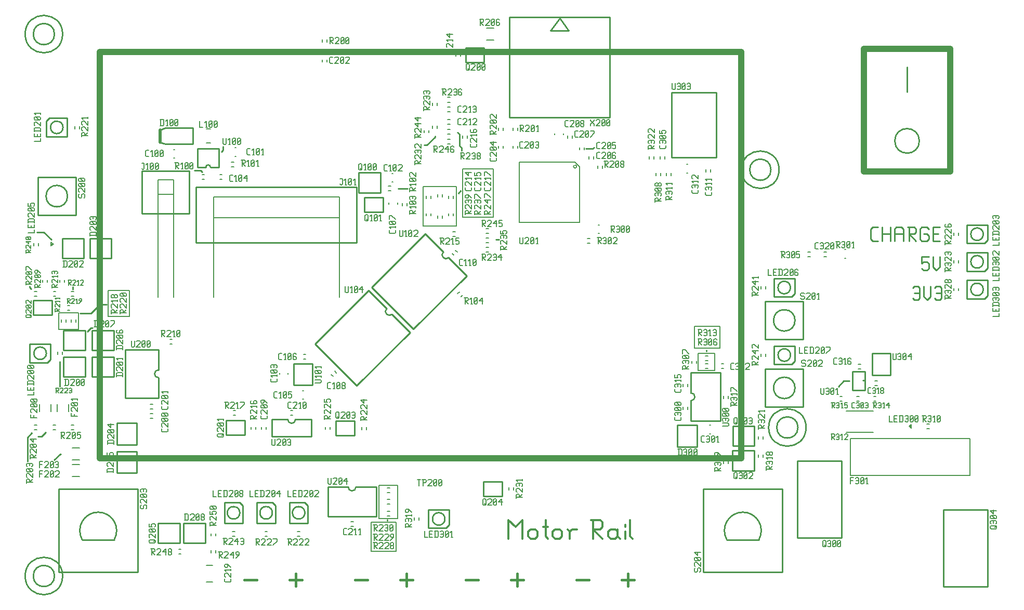
<source format=gbr>
G04 start of page 9 for group -4079 idx -4079 *
G04 Title: Power Board, topsilk *
G04 Creator: pcb 20110918 *
G04 CreationDate: Wed 12 Sep 2012 08:57:34 PM GMT UTC *
G04 For: rob *
G04 Format: Gerber/RS-274X *
G04 PCB-Dimensions: 653543 393701 *
G04 PCB-Coordinate-Origin: lower left *
%MOIN*%
%FSLAX25Y25*%
%LNTOPSILK*%
%ADD213C,0.0200*%
%ADD212C,0.0394*%
%ADD211C,0.0085*%
%ADD210C,0.0098*%
%ADD209C,0.0090*%
%ADD208C,0.0080*%
%ADD207C,0.0120*%
%ADD206C,0.0088*%
%ADD205C,0.0160*%
%ADD204C,0.0079*%
%ADD203C,0.0100*%
G54D203*X293307Y296063D02*Y298032D01*
X292126Y299213D01*
Y306693D01*
X290945Y307874D01*
G54D204*X313780Y284252D02*X294094D01*
G54D203*X269291Y299607D02*X271260D01*
X276378Y304725D01*
Y305512D01*
X377558Y297244D02*X378346Y298032D01*
X373228Y297244D02*X377558D01*
X317323Y238977D02*X315354D01*
G54D204*X313780Y253544D02*Y284252D01*
X294094Y253544D02*X313780D01*
X294094Y284252D02*Y253544D01*
X290157Y273229D02*Y247638D01*
G54D203*X291339Y268898D02*X292913Y270472D01*
G54D204*X268898Y273229D02*X290157D01*
Y247638D02*X268898D01*
Y273229D01*
G54D203*X258661Y271654D02*X252756D01*
G54D204*X240551Y60236D02*Y81496D01*
X252362D02*Y60236D01*
X240551D01*
Y81496D02*X252362D01*
X235432Y57874D02*X251574D01*
Y38977D01*
X235432D01*
X235433D02*X235432Y57874D01*
G54D203*X245669Y58662D02*Y59449D01*
G54D204*X455905Y155118D02*X445276D01*
G54D203*X538582Y148425D02*X542126D01*
X450394Y167323D02*Y168110D01*
G54D204*X459055Y183465D02*Y169292D01*
X442913D01*
X445276Y155118D02*Y166142D01*
X455905D01*
Y155118D01*
X442913Y183465D02*X459055D01*
X442913Y169292D02*Y183465D01*
G54D203*X535039Y144882D02*X538582Y148425D01*
X32283Y97638D02*X36220Y101575D01*
X36614D01*
X14961Y96851D02*Y112205D01*
X17717Y114961D01*
X21654Y112599D02*X24016D01*
X26772Y115355D01*
X35827Y144882D02*Y160630D01*
X21260Y243701D02*X25591D01*
X16535Y209055D02*Y208269D01*
X17323Y207481D01*
X25591Y243701D02*X30315Y238977D01*
X122047Y283465D02*X125984D01*
X127165Y282284D01*
X139370Y295276D02*X140551Y296457D01*
Y298819D01*
X56693Y182284D02*X55906D01*
X53543Y179921D01*
G54D204*X47638Y181496D02*Y192126D01*
G54D203*X55906Y191733D02*X48819D01*
X44094Y208662D02*Y207087D01*
G54D204*X35039Y192126D02*Y181496D01*
X47638D01*
Y192126D02*X35039D01*
X66929Y189764D02*X80315D01*
Y206299D01*
X66929D01*
Y189764D01*
G54D203*X65748Y197244D02*X61417D01*
X55906Y191733D01*
G54D205*X225000Y20701D02*X233000D01*
X296000D02*X304000D01*
X367000D02*X375000D01*
X154000D02*X162000D01*
G54D206*X582676Y208101D02*X583781Y209206D01*
X585991D01*
X587096Y208101D01*
Y201471D01*
X585991Y200366D02*X587096Y201471D01*
X583781Y200366D02*X585991D01*
X582676Y201471D02*X583781Y200366D01*
Y204786D02*X587096D01*
X589748Y209206D02*Y202576D01*
X591958Y200366D01*
X594168Y202576D01*
Y209206D02*Y202576D01*
X596820Y208101D02*X597925Y209206D01*
X600135D01*
X601240Y208101D01*
Y201471D01*
X600135Y200366D02*X601240Y201471D01*
X597925Y200366D02*X600135D01*
X596820Y201471D02*X597925Y200366D01*
Y204786D02*X601240D01*
X588584Y228105D02*X593004D01*
X588584D02*Y223685D01*
X589689Y224790D01*
X591899D01*
X593004Y223685D01*
Y220370D01*
X591899Y219265D02*X593004Y220370D01*
X589689Y219265D02*X591899D01*
X588584Y220370D02*X589689Y219265D01*
X595656Y228105D02*Y221475D01*
X597866Y219265D01*
X600076Y221475D01*
Y228105D02*Y221475D01*
X557010Y238163D02*X560325D01*
X555905Y239268D02*X557010Y238163D01*
X555905Y245898D02*Y239268D01*
Y245898D02*X557010Y247003D01*
X560325D01*
X562977D02*Y238163D01*
X568502Y247003D02*Y238163D01*
X562977Y242583D02*X568502D01*
X571154Y245898D02*Y238163D01*
Y245898D02*X572259Y247003D01*
X575574D01*
X576679Y245898D01*
Y238163D01*
X571154Y242583D02*X576679D01*
X579331Y247003D02*X583751D01*
X584856Y245898D01*
Y243688D01*
X583751Y242583D02*X584856Y243688D01*
X580436Y242583D02*X583751D01*
X580436Y247003D02*Y238163D01*
Y242583D02*X584856Y238163D01*
X591928Y247003D02*X593033Y245898D01*
X588613Y247003D02*X591928D01*
X587508Y245898D02*X588613Y247003D01*
X587508Y245898D02*Y239268D01*
X588613Y238163D01*
X591928D01*
X593033Y239268D01*
Y241478D02*Y239268D01*
X591928Y242583D02*X593033Y241478D01*
X589718Y242583D02*X591928D01*
X595685D02*X599000D01*
X595685Y238163D02*X600105D01*
X595685Y247003D02*Y238163D01*
Y247003D02*X600105D01*
G54D205*X183000Y20701D02*X191000D01*
X187000Y24701D02*Y16701D01*
X254000Y20701D02*X262000D01*
X258000Y24701D02*Y16701D01*
X325000Y20701D02*X333000D01*
X329000Y24701D02*Y16701D01*
G54D207*X323622Y59205D02*Y47205D01*
Y59205D02*X328122Y54705D01*
X332622Y59205D01*
Y47205D01*
X336222Y51705D02*Y48705D01*
Y51705D02*X337722Y53205D01*
X340722D01*
X342222Y51705D01*
Y48705D01*
X340722Y47205D02*X342222Y48705D01*
X337722Y47205D02*X340722D01*
X336222Y48705D02*X337722Y47205D01*
X347322Y59205D02*Y48705D01*
X348822Y47205D01*
X345822Y54705D02*X348822D01*
X351822Y51705D02*Y48705D01*
Y51705D02*X353322Y53205D01*
X356322D01*
X357822Y51705D01*
Y48705D01*
X356322Y47205D02*X357822Y48705D01*
X353322Y47205D02*X356322D01*
X351822Y48705D02*X353322Y47205D01*
X362922Y51705D02*Y47205D01*
Y51705D02*X364422Y53205D01*
X367422D01*
X361422D02*X362922Y51705D01*
X376422Y59205D02*X382422D01*
X383922Y57705D01*
Y54705D01*
X382422Y53205D02*X383922Y54705D01*
X377922Y53205D02*X382422D01*
X377922Y59205D02*Y47205D01*
Y53205D02*X383922Y47205D01*
X392022Y53205D02*X393522Y51705D01*
X389022Y53205D02*X392022D01*
X387522Y51705D02*X389022Y53205D01*
X387522Y51705D02*Y48705D01*
X389022Y47205D01*
X393522Y53205D02*Y48705D01*
X395022Y47205D01*
X389022D02*X392022D01*
X393522Y48705D01*
X398622Y56205D02*Y54705D01*
Y51705D02*Y47205D01*
X401622Y59205D02*Y48705D01*
X403122Y47205D01*
G54D205*X396000Y20701D02*X404000D01*
X400000Y24701D02*Y16701D01*
G54D204*X147012Y129461D02*X148586D01*
X147012Y126445D02*X148586D01*
G54D208*X41536Y133464D02*Y128740D01*
X34056Y133464D02*Y128740D01*
G54D203*X72340Y121305D02*Y107405D01*
X85140D01*
Y121305D01*
X72340D01*
X38145Y151081D02*X52045D01*
Y163881D02*Y151081D01*
X38145Y163881D02*X52045D01*
X38145D02*Y151081D01*
X56617Y163881D02*X70517D01*
X56617D02*Y151081D01*
X70517D01*
Y163881D02*Y151081D01*
G54D208*X43701Y87206D02*X48425D01*
X43701Y94686D02*X48425D01*
G54D204*X161351Y118898D02*Y117324D01*
X158335Y118898D02*Y117324D01*
G54D203*X171638Y123698D02*Y112722D01*
X197260D01*
Y123698D01*
X171638D02*X181949D01*
X197260D02*X186949D01*
X181949D02*G75*G03X186949Y123698I2500J0D01*G01*
G54D204*X183698Y129461D02*X185272D01*
X183698Y126445D02*X185272D01*
X168044Y118898D02*Y117324D01*
X165028Y118898D02*Y117324D01*
G54D208*X148032Y298031D02*X148818D01*
X148032Y292521D02*X148818D01*
X108663Y296850D02*X109449D01*
X108663Y291340D02*X109449D01*
X129726Y300985D02*X132480D01*
X129726Y310039D02*X132480D01*
G54D204*X127005Y277626D02*X128579D01*
X127005Y280642D02*X128579D01*
X145831Y285894D02*X147405D01*
X145831Y288910D02*X147405D01*
G54D203*X124040Y297276D02*Y285476D01*
Y297276D02*X137940D01*
Y285476D01*
X132540D02*X137940D01*
X124040D02*X129440D01*
X132440D02*G75*G03X129440Y285476I-1500J0D01*G01*
G54D209*X225984Y237205D02*Y272834D01*
Y237205D02*X123230D01*
Y272834D02*X225984D01*
X123230D02*Y237205D01*
G54D203*X227583Y281954D02*Y269154D01*
Y281954D02*X241483D01*
Y269154D01*
X227583D02*X241483D01*
G54D204*X232609Y118665D02*Y117091D01*
X229593Y118665D02*Y117091D01*
X209889Y152546D02*X211002Y151433D01*
X212022Y154679D02*X213135Y153566D01*
X205972Y118898D02*Y117324D01*
X208988Y118898D02*Y117324D01*
G54D203*X212954Y113411D02*X224854D01*
Y122811D02*Y113411D01*
X212954Y122811D02*X224854D01*
X212954D02*Y113411D01*
G54D204*X222442Y58201D02*X224016D01*
X222442Y55185D02*X224016D01*
G54D203*X142482Y113805D02*X154382D01*
Y123205D02*Y113805D01*
X142482Y123205D02*X154382D01*
X142482D02*Y113805D01*
G54D204*X39697Y187634D02*Y186060D01*
X36681Y187634D02*Y186060D01*
X43075Y205839D02*X44649D01*
X43075Y202823D02*X44649D01*
X45997Y187634D02*Y186060D01*
X42981Y187634D02*Y186060D01*
X40713Y193768D02*X42287D01*
X40713Y196784D02*X42287D01*
X30154Y237402D02*Y235040D01*
X31728Y236221D02*X30154Y237402D01*
X31728Y236221D02*X30154Y235040D01*
Y236221D02*X31728D01*
G54D210*X21653Y279134D02*Y254724D01*
X46063D01*
Y279134D02*Y254724D01*
X21653Y279134D02*X46063D01*
X26968Y266929D02*G75*G03X26968Y266929I6890J0D01*G01*
G54D204*X138351Y280642D02*X139925D01*
X138351Y277626D02*X139925D01*
G54D211*X118898Y255710D02*Y283071D01*
Y255710D02*X88584D01*
Y283071D02*X118898D01*
X88584D02*Y255710D01*
G54D204*X18964Y236775D02*Y235201D01*
X21980Y236775D02*Y235201D01*
X19453Y202823D02*X21027D01*
X19453Y205839D02*X21027D01*
X31658Y202823D02*X33232D01*
X31658Y205839D02*X33232D01*
G54D203*X18947Y190832D02*X30847D01*
Y200232D02*Y190832D01*
X18947Y200232D02*X30847D01*
X18947D02*Y190832D01*
G54D204*X35894Y213153D02*Y211579D01*
X38910Y213153D02*Y211579D01*
G54D203*X55042Y239865D02*X68942D01*
X55042D02*Y227065D01*
X68942D01*
Y239865D02*Y227065D01*
X37358D02*X51258D01*
Y239865D02*Y227065D01*
X37358Y239865D02*X51258D01*
X37358D02*Y227065D01*
G54D204*X24870Y213153D02*Y211579D01*
X27886Y213153D02*Y211579D01*
G54D208*X30118Y133464D02*Y128740D01*
X22638Y133464D02*Y128740D01*
G54D204*X43075Y120013D02*X44649D01*
X43075Y116997D02*X44649D01*
G54D203*X56617Y180810D02*X70517D01*
X56617D02*Y168010D01*
X70517D01*
Y180810D02*Y168010D01*
X38146D02*X52046D01*
Y180810D02*Y168010D01*
X38146Y180810D02*X52046D01*
X38146D02*Y168010D01*
G54D204*X19525Y116997D02*X21099D01*
X19525Y120013D02*X21099D01*
X31497Y116997D02*X33071D01*
X31497Y120013D02*X33071D01*
G54D203*X29873Y172042D02*Y162242D01*
X16493Y172042D02*X29873D01*
X16493D02*Y160242D01*
X27873D01*
X29873Y162242D02*X27873Y160242D01*
X27183Y166142D02*G75*G03X27183Y166142I-4000J0D01*G01*
G54D204*X34319Y166929D02*Y165355D01*
X37335Y166929D02*Y165355D01*
X106300Y175131D02*X107874D01*
X106300Y172115D02*X107874D01*
G54D203*X77878Y168517D02*X99090D01*
X77878D02*Y137385D01*
X99090D01*
Y168517D02*Y155451D01*
Y150451D02*Y137385D01*
Y155451D02*G75*G03X99090Y150451I0J-2500D01*G01*
G54D204*X93934Y127493D02*X95508D01*
X93934Y124477D02*X95508D01*
X93934Y133398D02*X95508D01*
X93934Y130382D02*X95508D01*
G54D210*X35238Y25591D02*X85632D01*
X35238Y79135D02*Y25591D01*
Y79135D02*X85632D01*
Y25591D01*
X50207Y46457D02*X70663D01*
X70664Y46457D02*G75*G03X50206Y46457I-10229J5906D01*G01*
G54D203*X18791Y23229D02*G75*G03X18791Y23229I6800J0D01*G01*
X13591D02*G75*G03X13591Y23229I12000J0D01*G01*
X85140Y103227D02*Y89327D01*
X72340Y103227D02*X85140D01*
X72340D02*Y89327D01*
X85140D01*
G54D208*X43701Y97835D02*X48425D01*
X43701Y105315D02*X48425D01*
G54D203*X98843Y57151D02*Y44351D01*
Y57151D02*X112743D01*
Y44351D01*
X98843D02*X112743D01*
X129110Y57151D02*Y44351D01*
X115210D02*X129110D01*
X115210Y57151D02*Y44351D01*
Y57151D02*X129110D01*
G54D204*X132744Y39603D02*Y38029D01*
X135760Y39603D02*Y38029D01*
X132744Y50555D02*Y48981D01*
X135760Y50555D02*Y48981D01*
X111973Y37469D02*X113547D01*
X111973Y40485D02*X113547D01*
G54D208*X129921Y19489D02*X133857D01*
X129921Y30117D02*X133857D01*
G54D204*X591894Y117784D02*X593468D01*
X591894Y120800D02*X593468D01*
G54D210*X602363Y16516D02*X630709D01*
X602363Y65729D02*Y16516D01*
Y65729D02*X630709D01*
Y16516D01*
G54D204*X581889Y120473D02*Y118111D01*
X580315Y119292D02*X581889Y118111D01*
X580315Y119292D02*X581889Y120473D01*
X580315Y119292D02*X581889D01*
X542716Y111418D02*X619488D01*
X542716Y87796D02*X619488D01*
Y111418D02*Y87796D01*
X542716Y111418D02*Y87796D01*
G54D208*X540060Y115358D02*X557382D01*
X540060Y129132D02*X557382D01*
G54D204*X536024Y135501D02*X537598D01*
X536024Y138517D02*X537598D01*
X557678D02*X559252D01*
X557678Y135501D02*X559252D01*
X547800Y159186D02*X549374D01*
X547800Y156170D02*X549374D01*
X558501Y145343D02*X560075D01*
X558501Y148359D02*X560075D01*
G54D203*X552170Y154272D02*Y142372D01*
X544170Y154272D02*X552170D01*
X544170D02*Y142372D01*
X552170D01*
X550670Y148872D02*X552170D01*
X556694Y166143D02*X568494D01*
Y152243D01*
X556694D02*X568494D01*
X556694Y166143D02*Y152243D01*
G54D208*X539022Y227098D02*X539808D01*
X539022Y232608D02*X539808D01*
G54D204*X525830Y231009D02*X527404D01*
X525830Y227993D02*X527404D01*
X485500Y165748D02*Y164174D01*
X488516Y165748D02*Y164174D01*
X546815Y138517D02*X548389D01*
X546815Y135501D02*X548389D01*
G54D210*X488189Y175000D02*X512599D01*
Y199410D02*Y175000D01*
X488189Y199410D02*X512599D01*
X488189D02*Y175000D01*
X500394Y180315D02*G75*G03X500394Y180315I0J6890D01*G01*
G54D203*X507084Y170861D02*Y161061D01*
X493704Y170861D02*X507084D01*
X493704D02*Y159061D01*
X505084D01*
X507084Y161061D02*X505084Y159061D01*
X504394Y164961D02*G75*G03X504394Y164961I-4000J0D01*G01*
G54D204*X485500Y209055D02*Y207481D01*
X488516Y209055D02*Y207481D01*
G54D203*X478239Y283858D02*G75*G03X478239Y283858I6800J0D01*G01*
X473039D02*G75*G03X473039Y283858I12000J0D01*G01*
X507038Y214167D02*Y204367D01*
X493658Y214167D02*X507038D01*
X493658D02*Y202367D01*
X505038D01*
X507038Y204367D02*X505038Y202367D01*
X504348Y208267D02*G75*G03X504348Y208267I-4000J0D01*G01*
G54D204*X515622Y231036D02*X517196D01*
X515622Y228020D02*X517196D01*
G54D210*X508859Y97068D02*X537205D01*
Y47855D01*
X508859D01*
Y97068D01*
G54D204*X486941Y100949D02*Y99375D01*
X483925Y100949D02*Y99375D01*
X486941Y112760D02*Y111186D01*
X483925Y112760D02*Y111186D01*
G54D203*X495562Y118504D02*G75*G03X495562Y118504I6800J0D01*G01*
X490362D02*G75*G03X490362Y118504I12000J0D01*G01*
X467347Y106630D02*X481247D01*
Y119430D02*Y106630D01*
X467347Y119430D02*X481247D01*
X467347D02*Y106630D01*
G54D210*X448622Y25588D02*X499016D01*
X448622Y79132D02*Y25588D01*
Y79132D02*X499016D01*
Y25588D01*
X463591Y46454D02*X484047D01*
X484048Y46455D02*G75*G03X463590Y46455I-10229J5906D01*G01*
G54D203*X467179Y103682D02*X481079D01*
X467179D02*Y90882D01*
X481079D01*
Y103682D02*Y90882D01*
G54D204*X464500Y97012D02*Y95438D01*
X461484Y97012D02*Y95438D01*
G54D208*X452363Y114568D02*X453149D01*
X452363Y120078D02*X453149D01*
G54D204*X461484Y138816D02*Y137242D01*
X464500Y138816D02*Y137242D01*
G54D203*X440520Y122676D02*X459520D01*
Y153676D02*Y122676D01*
X440520Y153676D02*X459520D01*
X440520Y135676D02*Y122676D01*
Y153676D02*Y140676D01*
Y135676D02*G75*G03X440520Y140676I0J2500D01*G01*
X431789Y120123D02*Y106223D01*
X444589D01*
Y120123D02*Y106223D01*
X431789Y120123D02*X444589D01*
X630706Y248420D02*Y238620D01*
X617326Y248420D02*X630706D01*
X617326D02*Y236620D01*
X628706D01*
X630706Y238620D02*X628706Y236620D01*
X628016Y242520D02*G75*G03X628016Y242520I-4000J0D01*G01*
X630706Y212987D02*Y203187D01*
X617326Y212987D02*X630706D01*
X617326D02*Y201187D01*
X628706D01*
X630706Y203187D02*X628706Y201187D01*
X628016Y207087D02*G75*G03X628016Y207087I-4000J0D01*G01*
G54D204*X609122Y207874D02*Y206300D01*
X612138Y207874D02*Y206300D01*
G54D203*X630706Y230704D02*Y220904D01*
X617326Y230704D02*X630706D01*
X617326D02*Y218904D01*
X628706D01*
X630706Y220904D02*X628706Y218904D01*
X628016Y224804D02*G75*G03X628016Y224804I-4000J0D01*G01*
G54D204*X609122Y225591D02*Y224017D01*
X612138Y225591D02*Y224017D01*
X609122Y243307D02*Y241733D01*
X612138Y243307D02*Y241733D01*
G54D210*X579135Y349608D02*Y333860D01*
G54D212*X551576Y282679D02*X606694D01*
X551576Y361419D02*X606694D01*
X551576D02*Y282679D01*
X606694Y361419D02*Y282679D01*
G54D210*X571261Y302364D02*G75*G03X571261Y302364I7874J0D01*G01*
G54D204*X449768Y159383D02*X451342D01*
X449768Y156367D02*X451342D01*
X444028Y161185D02*Y159611D01*
X441012Y161185D02*Y159611D01*
X460004Y156367D02*X461578D01*
X460004Y159383D02*X461578D01*
X449768Y164501D02*X451342D01*
X449768Y161485D02*X451342D01*
G54D210*X488189Y131693D02*X512599D01*
Y156103D02*Y131693D01*
X488189Y156103D02*X512599D01*
X488189D02*Y131693D01*
X500394Y137008D02*G75*G03X500394Y137008I0J6890D01*G01*
G54D204*X287448Y230106D02*X288561Y228993D01*
X289580Y232238D02*X290693Y231125D01*
X290897Y204448D02*X292010Y205561D01*
X293030Y202315D02*X294143Y203428D01*
X287796Y241012D02*X289370D01*
X287796Y244028D02*X289370D01*
X270933Y255906D02*Y254332D01*
X273949Y255906D02*Y254332D01*
X438516Y146296D02*Y144722D01*
X435500Y146296D02*Y144722D01*
X309056Y234186D02*X310630D01*
X309056Y231170D02*X310630D01*
X309056Y240091D02*X310630D01*
X309056Y237075D02*X310630D01*
X309056Y242981D02*X310630D01*
X309056Y245997D02*X310630D01*
X435500Y131657D02*Y130083D01*
X438516Y131657D02*Y130083D01*
G54D203*X233763Y206283D02*X199500Y172019D01*
X226247Y145272D01*
X260510Y179536D01*
X233763Y206283D02*X245369Y194677D01*
X260510Y179536D02*X248905Y191142D01*
X245369Y194677D02*G75*G03X248905Y191142I1768J-1768D01*G01*
G54D204*X269358Y309216D02*Y307642D01*
X272374Y309216D02*Y307642D01*
X255579Y262366D02*Y260792D01*
X258595Y262366D02*Y260792D01*
X284486Y309777D02*X286060D01*
X284486Y306761D02*X286060D01*
X134449Y252955D02*X215158D01*
X134449Y266341D02*X215158D01*
Y201971D01*
X134449Y266341D02*Y201971D01*
X98820Y268112D02*X108662D01*
X98820Y277364D02*X108662D01*
Y201971D01*
X98820Y277364D02*Y201971D01*
G54D212*X61418Y98821D02*X472835D01*
X61418Y359451D02*X472835D01*
X61418D02*Y98821D01*
X472835Y359451D02*Y98821D01*
G54D213*X100036Y309512D02*Y301512D01*
G54D203*X103436Y300412D01*
X121036D01*
Y310612D01*
X103436D01*
X100036Y309512D01*
X27168Y314924D02*Y305124D01*
X40548D01*
Y316924D01*
X29168D01*
X27168Y314924D02*X29168Y316924D01*
X29858Y311024D02*G75*G03X29858Y311024I4000J0D01*G01*
G54D204*X45343Y311811D02*Y310237D01*
X48359Y311811D02*Y310237D01*
G54D203*X18791Y370866D02*G75*G03X18791Y370866I6800J0D01*G01*
X13591D02*G75*G03X13591Y370866I12000J0D01*G01*
X197632Y159526D02*Y145626D01*
X185832Y159526D02*X197632D01*
X185832D02*Y145626D01*
X197632D01*
G54D204*X191965Y165288D02*X193539D01*
X191965Y162272D02*X193539D01*
G54D208*X191340Y142126D02*X192126D01*
X191340Y136616D02*X192126D01*
X182283Y153544D02*Y152758D01*
X176773Y153544D02*Y152758D01*
G54D203*X285476Y65743D02*Y55943D01*
X272096Y65743D02*X285476D01*
X272096D02*Y53943D01*
X283476D01*
X285476Y55943D02*X283476Y53943D01*
X282786Y59843D02*G75*G03X282786Y59843I-4000J0D01*G01*
G54D204*X266075Y60630D02*Y59056D01*
X263059Y60630D02*Y59056D01*
X326705Y79921D02*Y78347D01*
X323689Y79921D02*Y78347D01*
G54D203*X307443Y74434D02*X319343D01*
Y83834D02*Y74434D01*
X307443Y83834D02*X319343D01*
X307443D02*Y74434D01*
G54D204*X245831Y61878D02*X247405D01*
X245831Y64894D02*X247405D01*
X246618Y273556D02*X248192D01*
X246618Y270540D02*X248192D01*
X281036Y268110D02*Y266536D01*
X278020Y268110D02*Y266536D01*
X273949Y266929D02*Y265355D01*
X270933Y266929D02*Y265355D01*
X288122Y266929D02*Y265355D01*
X285106Y266929D02*Y265355D01*
X288122Y255906D02*Y254332D01*
X285106Y255906D02*Y254332D01*
G54D203*X231065Y256718D02*X242965D01*
Y266118D02*Y256718D01*
X231065Y266118D02*X242965D01*
X231065D02*Y256718D01*
X270108Y242627D02*X235844Y208364D01*
X262591Y181617D01*
X296855Y215880D01*
X270108Y242627D02*X281714Y231022D01*
X296855Y215880D02*X285249Y227486D01*
X281713Y231022D02*G75*G03X285249Y227486I1768J-1768D01*G01*
G54D204*X371981Y298193D02*Y296619D01*
X368965Y298193D02*Y296619D01*
X378280Y292287D02*Y290713D01*
X375264Y292287D02*Y290713D01*
X316996Y299213D02*Y297639D01*
X320012Y299213D02*Y297639D01*
X146457Y51902D02*X148031D01*
X146457Y48886D02*X148031D01*
X167323Y51902D02*X168897D01*
X167323Y48886D02*X168897D01*
G54D203*X183077Y70470D02*X192877D01*
X183077D02*Y57090D01*
X194877D01*
Y68470D02*Y57090D01*
X192877Y70470D02*X194877Y68470D01*
X188977Y67780D02*G75*G03X188977Y67780I0J-4000D01*G01*
G54D204*X188190Y51902D02*X189764D01*
X188190Y48886D02*X189764D01*
G54D203*X162210Y70470D02*X172010D01*
X162210D02*Y57090D01*
X174010D01*
Y68470D02*Y57090D01*
X172010Y70470D02*X174010Y68470D01*
X168110Y67780D02*G75*G03X168110Y67780I0J-4000D01*G01*
X141344Y70470D02*X151144D01*
X141344D02*Y57090D01*
X153144D01*
Y68470D02*Y57090D01*
X151144Y70470D02*X153144Y68470D01*
X147244Y67780D02*G75*G03X147244Y67780I0J-4000D01*G01*
G54D204*X245831Y69358D02*X247405D01*
X245831Y72374D02*X247405D01*
X245831Y76839D02*X247405D01*
X245831Y79855D02*X247405D01*
G54D203*X207715Y80347D02*Y61347D01*
X238715D01*
Y80347D02*Y61347D01*
X207715Y80347D02*X220715D01*
X225715D02*X238715D01*
X220715D02*G75*G03X225715Y80347I2500J0D01*G01*
G54D204*X427886Y281729D02*Y280155D01*
X424870Y281729D02*Y280155D01*
G54D208*X437796Y281891D02*X438582D01*
X437796Y287401D02*X438582D01*
G54D204*X380776Y286453D02*Y284879D01*
X383792Y286453D02*Y284879D01*
X418177Y281729D02*Y280155D01*
X421193Y281729D02*Y280155D01*
X374249Y239698D02*X375823D01*
X374249Y236682D02*X375823D01*
G54D208*X381104Y242915D02*X381890D01*
X381104Y248425D02*X381890D01*
G54D204*X289831Y358268D02*Y356694D01*
X292847Y358268D02*Y356694D01*
X326445Y310630D02*Y309056D01*
X329461Y310630D02*Y309056D01*
X316996Y310630D02*Y309056D01*
X320012Y310630D02*Y309056D01*
X326445Y299213D02*Y297639D01*
X329461Y299213D02*Y297639D01*
X204004Y354564D02*Y352990D01*
X207020Y354564D02*Y352990D01*
X364500Y305673D02*Y304099D01*
X361484Y305673D02*Y304099D01*
X278020Y254331D02*Y252757D01*
X281036Y254331D02*Y252757D01*
X284486Y323950D02*X286060D01*
X284486Y320934D02*X286060D01*
G54D208*X369167Y285874D02*Y250204D01*
X330597D02*X369167D01*
X330597Y288774D02*Y250204D01*
Y288774D02*X366267D01*
X369167Y285874D01*
X366267Y286874D02*G75*G03X366267Y286874I0J-1000D01*G01*
X353151Y307086D02*Y306300D01*
X358661Y307086D02*Y306300D01*
G54D203*X296012Y362181D02*X307912D01*
X296012D02*Y352781D01*
X307912D01*
Y362181D02*Y352781D01*
G54D204*X420933Y292359D02*Y290785D01*
X423949Y292359D02*Y290785D01*
X416863Y292359D02*Y290785D01*
X413847Y292359D02*Y290785D01*
G54D203*X428275Y333294D02*Y291894D01*
X456775D01*
Y333294D01*
X428275D01*
G54D204*X450067Y284091D02*Y282517D01*
X453083Y284091D02*Y282517D01*
X297178Y305673D02*Y304099D01*
X294162Y305673D02*Y304099D01*
X277886Y326610D02*Y325036D01*
X274870Y326610D02*Y325036D01*
G54D210*X324018Y381891D02*X388584D01*
X324018D02*Y317325D01*
X388584D01*
Y381891D02*Y317325D01*
X350395Y373230D02*X362207D01*
X356301Y381104D01*
X350395Y373230D02*X356301Y381104D01*
G54D208*X248819Y281496D02*X249605D01*
X248819Y275986D02*X249605D01*
X246852Y262598D02*Y261812D01*
X252362Y262598D02*Y261812D01*
G54D204*X284486Y330249D02*X286060D01*
X284486Y327233D02*X286060D01*
X284486Y316076D02*X286060D01*
X284486Y313060D02*X286060D01*
X274870Y311972D02*Y310398D01*
X277886Y311972D02*Y310398D01*
X204004Y367323D02*Y365749D01*
X207020Y367323D02*Y365749D01*
X284414Y300461D02*X285988D01*
X284414Y303477D02*X285988D01*
G54D208*X309449Y367127D02*X314173D01*
X309449Y374607D02*X314173D01*
G54D204*X209395Y352086D02*X210895D01*
X208895Y352586D02*X209395Y352086D01*
X208895Y355586D02*Y352586D01*
Y355586D02*X209395Y356086D01*
X210895D01*
X212095Y355586D02*X212595Y356086D01*
X214095D01*
X214595Y355586D01*
Y354586D01*
X212095Y352086D02*X214595Y354586D01*
X212095Y352086D02*X214595D01*
X215795Y352586D02*X216295Y352086D01*
X215795Y355586D02*Y352586D01*
Y355586D02*X216295Y356086D01*
X217295D01*
X217795Y355586D01*
Y352586D01*
X217295Y352086D02*X217795Y352586D01*
X216295Y352086D02*X217295D01*
X215795Y353086D02*X217795Y355086D01*
X218995Y355586D02*X219495Y356086D01*
X220995D01*
X221495Y355586D01*
Y354586D01*
X218995Y352086D02*X221495Y354586D01*
X218995Y352086D02*X221495D01*
X208662Y368685D02*X210662D01*
X211162Y368185D01*
Y367185D01*
X210662Y366685D02*X211162Y367185D01*
X209162Y366685D02*X210662D01*
X209162Y368685D02*Y364685D01*
Y366685D02*X211162Y364685D01*
X212362Y368185D02*X212862Y368685D01*
X214362D01*
X214862Y368185D01*
Y367185D01*
X212362Y364685D02*X214862Y367185D01*
X212362Y364685D02*X214862D01*
X216062Y365185D02*X216562Y364685D01*
X216062Y368185D02*Y365185D01*
Y368185D02*X216562Y368685D01*
X217562D01*
X218062Y368185D01*
Y365185D01*
X217562Y364685D02*X218062Y365185D01*
X216562Y364685D02*X217562D01*
X216062Y365685D02*X218062Y367685D01*
X219262Y365185D02*X219762Y364685D01*
X219262Y368185D02*Y365185D01*
Y368185D02*X219762Y368685D01*
X220762D01*
X221262Y368185D01*
Y365185D01*
X220762Y364685D02*X221262Y365185D01*
X219762Y364685D02*X220762D01*
X219262Y365685D02*X221262Y367685D01*
X283679Y360662D02*Y358662D01*
Y360662D02*X284179Y361162D01*
X285179D01*
X285679Y360662D02*X285179Y361162D01*
X285679Y360662D02*Y359162D01*
X283679D02*X287679D01*
X285679D02*X287679Y361162D01*
X284179Y362362D02*X283679Y362862D01*
Y364362D02*Y362862D01*
Y364362D02*X284179Y364862D01*
X285179D01*
X287679Y362362D02*X285179Y364862D01*
X287679D02*Y362362D01*
Y367562D02*Y366562D01*
X283679Y367062D02*X287679D01*
X284679Y366062D02*X283679Y367062D01*
X285679Y368762D02*X283679Y370762D01*
X285679Y371262D02*Y368762D01*
X283679Y370762D02*X287679D01*
X305117Y380495D02*X307117D01*
X307617Y379995D01*
Y378995D01*
X307117Y378495D02*X307617Y378995D01*
X305617Y378495D02*X307117D01*
X305617Y380495D02*Y376495D01*
Y378495D02*X307617Y376495D01*
X308817Y379995D02*X309317Y380495D01*
X310817D01*
X311317Y379995D01*
Y378995D01*
X308817Y376495D02*X311317Y378995D01*
X308817Y376495D02*X311317D01*
X312517Y376995D02*X313017Y376495D01*
X312517Y379995D02*Y376995D01*
Y379995D02*X313017Y380495D01*
X314017D01*
X314517Y379995D01*
Y376995D01*
X314017Y376495D02*X314517Y376995D01*
X313017Y376495D02*X314017D01*
X312517Y377495D02*X314517Y379495D01*
X317217Y380495D02*X317717Y379995D01*
X316217Y380495D02*X317217D01*
X315717Y379995D02*X316217Y380495D01*
X315717Y379995D02*Y376995D01*
X316217Y376495D01*
X317217Y378495D02*X317717Y377995D01*
X315717Y378495D02*X317217D01*
X316217Y376495D02*X317217D01*
X317717Y376995D01*
Y377995D02*Y376995D01*
X366480Y304843D02*X367980D01*
X365980Y305343D02*X366480Y304843D01*
X365980Y308343D02*Y305343D01*
Y308343D02*X366480Y308843D01*
X367980D01*
X369180Y308343D02*X369680Y308843D01*
X371180D01*
X371680Y308343D01*
Y307343D01*
X369180Y304843D02*X371680Y307343D01*
X369180Y304843D02*X371680D01*
X372880Y305343D02*X373380Y304843D01*
X372880Y308343D02*Y305343D01*
Y308343D02*X373380Y308843D01*
X374380D01*
X374880Y308343D01*
Y305343D01*
X374380Y304843D02*X374880Y305343D01*
X373380Y304843D02*X374380D01*
X372880Y305843D02*X374880Y307843D01*
X376080Y304843D02*X378580Y307343D01*
Y308843D02*Y307343D01*
X376080Y308843D02*X378580D01*
X292754Y294670D02*X294754D01*
X295254Y294170D01*
Y293170D01*
X294754Y292670D02*X295254Y293170D01*
X293254Y292670D02*X294754D01*
X293254Y294670D02*Y290670D01*
Y292670D02*X295254Y290670D01*
X296454Y294170D02*X296954Y294670D01*
X298454D01*
X298954Y294170D01*
Y293170D01*
X296454Y290670D02*X298954Y293170D01*
X296454Y290670D02*X298954D01*
X300154Y294170D02*X300654Y294670D01*
X301654D01*
X302154Y294170D01*
Y291170D01*
X301654Y290670D02*X302154Y291170D01*
X300654Y290670D02*X301654D01*
X300154Y291170D02*X300654Y290670D01*
Y292670D02*X302154D01*
X303354Y291170D02*X303854Y290670D01*
X303354Y292170D02*Y291170D01*
Y292170D02*X303854Y292670D01*
X304854D01*
X305354Y292170D01*
Y291170D01*
X304854Y290670D02*X305354Y291170D01*
X303854Y290670D02*X304854D01*
X303354Y293170D02*X303854Y292670D01*
X303354Y294170D02*Y293170D01*
Y294170D02*X303854Y294670D01*
X304854D01*
X305354Y294170D01*
Y293170D01*
X304854Y292670D02*X305354Y293170D01*
X292532Y222488D02*X294032D01*
X292032Y222988D02*X292532Y222488D01*
X292032Y225988D02*Y222988D01*
Y225988D02*X292532Y226488D01*
X294032D01*
X295732Y222488D02*X296732D01*
X296232Y226488D02*Y222488D01*
X295232Y225488D02*X296232Y226488D01*
X298432Y222488D02*X299432D01*
X298932Y226488D02*Y222488D01*
X297932Y225488D02*X298932Y226488D01*
X300632Y222988D02*X301132Y222488D01*
X300632Y225988D02*Y222988D01*
Y225988D02*X301132Y226488D01*
X302132D01*
X302632Y225988D01*
Y222988D01*
X302132Y222488D02*X302632Y222988D01*
X301132Y222488D02*X302132D01*
X300632Y223488D02*X302632Y225488D01*
X295883Y257119D02*Y255119D01*
Y257119D02*X296383Y257619D01*
X297383D01*
X297883Y257119D02*X297383Y257619D01*
X297883Y257119D02*Y255619D01*
X295883D02*X299883D01*
X297883D02*X299883Y257619D01*
X296383Y258819D02*X295883Y259319D01*
Y260819D02*Y259319D01*
Y260819D02*X296383Y261319D01*
X297383D01*
X299883Y258819D02*X297383Y261319D01*
X299883D02*Y258819D01*
X296383Y262519D02*X295883Y263019D01*
Y264019D02*Y263019D01*
Y264019D02*X296383Y264519D01*
X299383D01*
X299883Y264019D02*X299383Y264519D01*
X299883Y264019D02*Y263019D01*
X299383Y262519D02*X299883Y263019D01*
X297883Y264519D02*Y263019D01*
X299883Y265719D02*X297883Y267719D01*
X296383D02*X297883D01*
X295883Y267219D02*X296383Y267719D01*
X295883Y267219D02*Y266219D01*
X296383Y265719D02*X295883Y266219D01*
X296383Y265719D02*X297383D01*
X297883Y266219D01*
Y267719D02*Y266219D01*
X301788Y256959D02*Y254959D01*
Y256959D02*X302288Y257459D01*
X303288D01*
X303788Y256959D02*X303288Y257459D01*
X303788Y256959D02*Y255459D01*
X301788D02*X305788D01*
X303788D02*X305788Y257459D01*
X302288Y258659D02*X301788Y259159D01*
Y260659D02*Y259159D01*
Y260659D02*X302288Y261159D01*
X303288D01*
X305788Y258659D02*X303288Y261159D01*
X305788D02*Y258659D01*
X302288Y262359D02*X301788Y262859D01*
Y263859D02*Y262859D01*
Y263859D02*X302288Y264359D01*
X305288D01*
X305788Y263859D02*X305288Y264359D01*
X305788Y263859D02*Y262859D01*
X305288Y262359D02*X305788Y262859D01*
X303788Y264359D02*Y262859D01*
X305788Y265559D02*X303288Y268059D01*
X301788D02*X303288D01*
X301788D02*Y265559D01*
X306299Y251362D02*X308299D01*
X308799Y250862D01*
Y249862D01*
X308299Y249362D02*X308799Y249862D01*
X306799Y249362D02*X308299D01*
X306799Y251362D02*Y247362D01*
Y249362D02*X308799Y247362D01*
X309999Y250862D02*X310499Y251362D01*
X311999D01*
X312499Y250862D01*
Y249862D01*
X309999Y247362D02*X312499Y249862D01*
X309999Y247362D02*X312499D01*
X313699Y249362D02*X315699Y251362D01*
X313699Y249362D02*X316199D01*
X315699Y251362D02*Y247362D01*
X317399Y251362D02*X319399D01*
X317399D02*Y249362D01*
X317899Y249862D01*
X318899D01*
X319399Y249362D01*
Y247862D01*
X318899Y247362D02*X319399Y247862D01*
X317899Y247362D02*X318899D01*
X317399Y247862D02*X317899Y247362D01*
X312086Y272472D02*Y270972D01*
X311586Y270472D02*X312086Y270972D01*
X308586Y270472D02*X311586D01*
X308586D02*X308086Y270972D01*
Y272472D02*Y270972D01*
X308586Y273672D02*X308086Y274172D01*
Y275672D02*Y274172D01*
Y275672D02*X308586Y276172D01*
X309586D01*
X312086Y273672D02*X309586Y276172D01*
X312086D02*Y273672D01*
Y278872D02*Y277872D01*
X308086Y278372D02*X312086D01*
X309086Y277372D02*X308086Y278372D01*
X312086Y280072D02*X309586Y282572D01*
X308086D02*X309586D01*
X308086D02*Y280072D01*
X308087Y256923D02*Y254923D01*
Y256923D02*X308587Y257423D01*
X309587D01*
X310087Y256923D02*X309587Y257423D01*
X310087Y256923D02*Y255423D01*
X308087D02*X312087D01*
X310087D02*X312087Y257423D01*
X308587Y258623D02*X308087Y259123D01*
Y260623D02*Y259123D01*
Y260623D02*X308587Y261123D01*
X309587D01*
X312087Y258623D02*X309587Y261123D01*
X312087D02*Y258623D01*
X310087Y262323D02*X308087Y264323D01*
X310087Y264823D02*Y262323D01*
X308087Y264323D02*X312087D01*
Y266023D02*X309587Y268523D01*
X308087D02*X309587D01*
X308087D02*Y266023D01*
X315630Y291370D02*Y289870D01*
X315130Y289370D02*X315630Y289870D01*
X312130Y289370D02*X315130D01*
X312130D02*X311630Y289870D01*
Y291370D02*Y289870D01*
X312130Y292570D02*X311630Y293070D01*
Y294570D02*Y293070D01*
Y294570D02*X312130Y295070D01*
X313130D01*
X315630Y292570D02*X313130Y295070D01*
X315630D02*Y292570D01*
X315130Y296270D02*X315630Y296770D01*
X312130Y296270D02*X315130D01*
X312130D02*X311630Y296770D01*
Y297770D02*Y296770D01*
Y297770D02*X312130Y298270D01*
X315130D01*
X315630Y297770D02*X315130Y298270D01*
X315630Y297770D02*Y296770D01*
X314630Y296270D02*X312630Y298270D01*
X313630Y299470D02*X311630Y301470D01*
X313630Y301970D02*Y299470D01*
X311630Y301470D02*X315630D01*
X311630Y308300D02*Y306300D01*
Y308300D02*X312130Y308800D01*
X313130D01*
X313630Y308300D02*X313130Y308800D01*
X313630Y308300D02*Y306800D01*
X311630D02*X315630D01*
X313630D02*X315630Y308800D01*
X312130Y310000D02*X311630Y310500D01*
Y312000D02*Y310500D01*
Y312000D02*X312130Y312500D01*
X313130D01*
X315630Y310000D02*X313130Y312500D01*
X315630D02*Y310000D01*
X315130Y313700D02*X315630Y314200D01*
X312130Y313700D02*X315130D01*
X312130D02*X311630Y314200D01*
Y315200D02*Y314200D01*
Y315200D02*X312130Y315700D01*
X315130D01*
X315630Y315200D02*X315130Y315700D01*
X315630Y315200D02*Y314200D01*
X314630Y313700D02*X312630Y315700D01*
X312130Y316900D02*X311630Y317400D01*
Y318900D02*Y317400D01*
Y318900D02*X312130Y319400D01*
X313130D01*
X315630Y316900D02*X313130Y319400D01*
X315630D02*Y316900D01*
X330708Y312385D02*X332708D01*
X333208Y311885D01*
Y310885D01*
X332708Y310385D02*X333208Y310885D01*
X331208Y310385D02*X332708D01*
X331208Y312385D02*Y308385D01*
Y310385D02*X333208Y308385D01*
X334408Y311885D02*X334908Y312385D01*
X336408D01*
X336908Y311885D01*
Y310885D01*
X334408Y308385D02*X336908Y310885D01*
X334408Y308385D02*X336908D01*
X338108Y308885D02*X338608Y308385D01*
X338108Y311885D02*Y308885D01*
Y311885D02*X338608Y312385D01*
X339608D01*
X340108Y311885D01*
Y308885D01*
X339608Y308385D02*X340108Y308885D01*
X338608Y308385D02*X339608D01*
X338108Y309385D02*X340108Y311385D01*
X341808Y308385D02*X342808D01*
X342308Y312385D02*Y308385D01*
X341308Y311385D02*X342308Y312385D01*
X331210Y297756D02*X332710D01*
X330710Y298256D02*X331210Y297756D01*
X330710Y301256D02*Y298256D01*
Y301256D02*X331210Y301756D01*
X332710D01*
X333910Y301256D02*X334410Y301756D01*
X335910D01*
X336410Y301256D01*
Y300256D01*
X333910Y297756D02*X336410Y300256D01*
X333910Y297756D02*X336410D01*
X337610Y298256D02*X338110Y297756D01*
X337610Y301256D02*Y298256D01*
Y301256D02*X338110Y301756D01*
X339110D01*
X339610Y301256D01*
Y298256D01*
X339110Y297756D02*X339610Y298256D01*
X338110Y297756D02*X339110D01*
X337610Y298756D02*X339610Y300756D01*
X340810Y301256D02*X341310Y301756D01*
X342310D01*
X342810Y301256D01*
Y298256D01*
X342310Y297756D02*X342810Y298256D01*
X341310Y297756D02*X342310D01*
X340810Y298256D02*X341310Y297756D01*
Y299756D02*X342810D01*
X296417Y351263D02*Y348263D01*
Y351263D02*X296917Y351763D01*
X297917D01*
X298417Y351263D01*
Y348263D01*
X297917Y347763D02*X298417Y348263D01*
X296917Y347763D02*X297917D01*
X296417Y348263D02*X296917Y347763D01*
X297417Y348763D02*X298417Y347763D01*
X299617Y351263D02*X300117Y351763D01*
X301617D01*
X302117Y351263D01*
Y350263D01*
X299617Y347763D02*X302117Y350263D01*
X299617Y347763D02*X302117D01*
X303317Y348263D02*X303817Y347763D01*
X303317Y351263D02*Y348263D01*
Y351263D02*X303817Y351763D01*
X304817D01*
X305317Y351263D01*
Y348263D01*
X304817Y347763D02*X305317Y348263D01*
X303817Y347763D02*X304817D01*
X303317Y348763D02*X305317Y350763D01*
X306517Y348263D02*X307017Y347763D01*
X306517Y351263D02*Y348263D01*
Y351263D02*X307017Y351763D01*
X308017D01*
X308517Y351263D01*
Y348263D01*
X308017Y347763D02*X308517Y348263D01*
X307017Y347763D02*X308017D01*
X306517Y348763D02*X308517Y350763D01*
X305788Y272474D02*Y270974D01*
X305288Y270474D02*X305788Y270974D01*
X302288Y270474D02*X305288D01*
X302288D02*X301788Y270974D01*
Y272474D02*Y270974D01*
X302288Y273674D02*X301788Y274174D01*
Y275674D02*Y274174D01*
Y275674D02*X302288Y276174D01*
X303288D01*
X305788Y273674D02*X303288Y276174D01*
X305788D02*Y273674D01*
Y278874D02*Y277874D01*
X301788Y278374D02*X305788D01*
X302788Y277374D02*X301788Y278374D01*
Y282074D02*Y280074D01*
X303788D01*
X303288Y280574D01*
Y281574D02*Y280574D01*
Y281574D02*X303788Y282074D01*
X305288D01*
X305788Y281574D02*X305288Y282074D01*
X305788Y281574D02*Y280574D01*
X305288Y280074D02*X305788Y280574D01*
X299883Y272472D02*Y270972D01*
X299383Y270472D02*X299883Y270972D01*
X296383Y270472D02*X299383D01*
X296383D02*X295883Y270972D01*
Y272472D02*Y270972D01*
X296383Y273672D02*X295883Y274172D01*
Y275672D02*Y274172D01*
Y275672D02*X296383Y276172D01*
X297383D01*
X299883Y273672D02*X297383Y276172D01*
X299883D02*Y273672D01*
Y278872D02*Y277872D01*
X295883Y278372D02*X299883D01*
X296883Y277372D02*X295883Y278372D01*
X297883Y280072D02*X295883Y282072D01*
X297883Y282572D02*Y280072D01*
X295883Y282072D02*X299883D01*
X291678Y320592D02*X293178D01*
X291178Y321092D02*X291678Y320592D01*
X291178Y324092D02*Y321092D01*
Y324092D02*X291678Y324592D01*
X293178D01*
X294378Y324092D02*X294878Y324592D01*
X296378D01*
X296878Y324092D01*
Y323092D01*
X294378Y320592D02*X296878Y323092D01*
X294378Y320592D02*X296878D01*
X298578D02*X299578D01*
X299078Y324592D02*Y320592D01*
X298078Y323592D02*X299078Y324592D01*
X300778Y324092D02*X301278Y324592D01*
X302278D01*
X302778Y324092D01*
Y321092D01*
X302278Y320592D02*X302778Y321092D01*
X301278Y320592D02*X302278D01*
X300778Y321092D02*X301278Y320592D01*
Y322592D02*X302778D01*
X303031Y300263D02*Y298763D01*
X302531Y298263D02*X303031Y298763D01*
X299531Y298263D02*X302531D01*
X299531D02*X299031Y298763D01*
Y300263D02*Y298763D01*
X299531Y301463D02*X299031Y301963D01*
Y303463D02*Y301963D01*
Y303463D02*X299531Y303963D01*
X300531D01*
X303031Y301463D02*X300531Y303963D01*
X303031D02*Y301463D01*
Y306663D02*Y305663D01*
X299031Y306163D02*X303031D01*
X300031Y305163D02*X299031Y306163D01*
Y309363D02*X299531Y309863D01*
X299031Y309363D02*Y308363D01*
X299531Y307863D02*X299031Y308363D01*
X299531Y307863D02*X302531D01*
X303031Y308363D01*
X301031Y309363D02*X301531Y309863D01*
X301031Y309363D02*Y307863D01*
X303031Y309363D02*Y308363D01*
Y309363D02*X302531Y309863D01*
X301531D02*X302531D01*
X269111Y323814D02*Y321814D01*
Y323814D02*X269611Y324314D01*
X270611D01*
X271111Y323814D02*X270611Y324314D01*
X271111Y323814D02*Y322314D01*
X269111D02*X273111D01*
X271111D02*X273111Y324314D01*
X269611Y325514D02*X269111Y326014D01*
Y327514D02*Y326014D01*
Y327514D02*X269611Y328014D01*
X270611D01*
X273111Y325514D02*X270611Y328014D01*
X273111D02*Y325514D01*
X269611Y329214D02*X269111Y329714D01*
Y330714D02*Y329714D01*
Y330714D02*X269611Y331214D01*
X272611D01*
X273111Y330714D02*X272611Y331214D01*
X273111Y330714D02*Y329714D01*
X272611Y329214D02*X273111Y329714D01*
X271111Y331214D02*Y329714D01*
X269611Y332414D02*X269111Y332914D01*
Y333914D02*Y332914D01*
Y333914D02*X269611Y334414D01*
X272611D01*
X273111Y333914D02*X272611Y334414D01*
X273111Y333914D02*Y332914D01*
X272611Y332414D02*X273111Y332914D01*
X271111Y334414D02*Y332914D01*
X280942Y335615D02*X282942D01*
X283442Y335115D01*
Y334115D01*
X282942Y333615D02*X283442Y334115D01*
X281442Y333615D02*X282942D01*
X281442Y335615D02*Y331615D01*
Y333615D02*X283442Y331615D01*
X284642Y335115D02*X285142Y335615D01*
X286642D01*
X287142Y335115D01*
Y334115D01*
X284642Y331615D02*X287142Y334115D01*
X284642Y331615D02*X287142D01*
X288342Y335115D02*X288842Y335615D01*
X289842D01*
X290342Y335115D01*
Y332115D01*
X289842Y331615D02*X290342Y332115D01*
X288842Y331615D02*X289842D01*
X288342Y332115D02*X288842Y331615D01*
Y333615D02*X290342D01*
X293042Y335615D02*X293542Y335115D01*
X292042Y335615D02*X293042D01*
X291542Y335115D02*X292042Y335615D01*
X291542Y335115D02*Y332115D01*
X292042Y331615D01*
X293042Y333615D02*X293542Y333115D01*
X291542Y333615D02*X293042D01*
X292042Y331615D02*X293042D01*
X293542Y332115D01*
Y333115D02*Y332115D01*
X291678Y312718D02*X293178D01*
X291178Y313218D02*X291678Y312718D01*
X291178Y316218D02*Y313218D01*
Y316218D02*X291678Y316718D01*
X293178D01*
X294378Y316218D02*X294878Y316718D01*
X296378D01*
X296878Y316218D01*
Y315218D01*
X294378Y312718D02*X296878Y315218D01*
X294378Y312718D02*X296878D01*
X298578D02*X299578D01*
X299078Y316718D02*Y312718D01*
X298078Y315718D02*X299078Y316718D01*
X300778Y316218D02*X301278Y316718D01*
X302778D01*
X303278Y316218D01*
Y315218D01*
X300778Y312718D02*X303278Y315218D01*
X300778Y312718D02*X303278D01*
X275429Y298998D02*X277429D01*
X277929Y298498D01*
Y297498D01*
X277429Y296998D02*X277929Y297498D01*
X275929Y296998D02*X277429D01*
X275929Y298998D02*Y294998D01*
Y296998D02*X277929Y294998D01*
X279129Y298498D02*X279629Y298998D01*
X281129D01*
X281629Y298498D01*
Y297498D01*
X279129Y294998D02*X281629Y297498D01*
X279129Y294998D02*X281629D01*
X282829Y296998D02*X284829Y298998D01*
X282829Y296998D02*X285329D01*
X284829Y298998D02*Y294998D01*
X288029Y298998D02*X288529Y298498D01*
X287029Y298998D02*X288029D01*
X286529Y298498D02*X287029Y298998D01*
X286529Y298498D02*Y295498D01*
X287029Y294998D01*
X288029Y296998D02*X288529Y296498D01*
X286529Y296998D02*X288029D01*
X287029Y294998D02*X288029D01*
X288529Y295498D01*
Y296498D02*Y295498D01*
X215553Y278232D02*X217053D01*
Y274732D01*
X216553Y274232D02*X217053Y274732D01*
X216053Y274232D02*X216553D01*
X215553Y274732D02*X216053Y274232D01*
X218753D02*X219753D01*
X219253Y278232D02*Y274232D01*
X218253Y277232D02*X219253Y278232D01*
X220953Y274732D02*X221453Y274232D01*
X220953Y277732D02*Y274732D01*
Y277732D02*X221453Y278232D01*
X222453D01*
X222953Y277732D01*
Y274732D01*
X222453Y274232D02*X222953Y274732D01*
X221453Y274232D02*X222453D01*
X220953Y275232D02*X222953Y277232D01*
X224653Y274232D02*X225653D01*
X225153Y278232D02*Y274232D01*
X224153Y277232D02*X225153Y278232D01*
X227583Y287179D02*Y284179D01*
Y287179D02*X228083Y287679D01*
X229083D01*
X229583Y287179D01*
Y284179D01*
X229083Y283679D02*X229583Y284179D01*
X228083Y283679D02*X229083D01*
X227583Y284179D02*X228083Y283679D01*
X228583Y284679D02*X229583Y283679D01*
X231283D02*X232283D01*
X231783Y287679D02*Y283679D01*
X230783Y286679D02*X231783Y287679D01*
X233483Y284179D02*X233983Y283679D01*
X233483Y287179D02*Y284179D01*
Y287179D02*X233983Y287679D01*
X234983D01*
X235483Y287179D01*
Y284179D01*
X234983Y283679D02*X235483Y284179D01*
X233983Y283679D02*X234983D01*
X233483Y284679D02*X235483Y286679D01*
X236683Y284179D02*X237183Y283679D01*
X236683Y287179D02*Y284179D01*
Y287179D02*X237183Y287679D01*
X238183D01*
X238683Y287179D01*
Y284179D01*
X238183Y283679D02*X238683Y284179D01*
X237183Y283679D02*X238183D01*
X236683Y284679D02*X238683Y286679D01*
X244199Y283191D02*X245699D01*
X243699Y283691D02*X244199Y283191D01*
X243699Y286691D02*Y283691D01*
Y286691D02*X244199Y287191D01*
X245699D01*
X247399Y283191D02*X248399D01*
X247899Y287191D02*Y283191D01*
X246899Y286191D02*X247899Y287191D01*
X249599Y283691D02*X250099Y283191D01*
X249599Y286691D02*Y283691D01*
Y286691D02*X250099Y287191D01*
X251099D01*
X251599Y286691D01*
Y283691D01*
X251099Y283191D02*X251599Y283691D01*
X250099Y283191D02*X251099D01*
X249599Y284191D02*X251599Y286191D01*
X252799Y286691D02*X253299Y287191D01*
X254799D01*
X255299Y286691D01*
Y285691D01*
X252799Y283191D02*X255299Y285691D01*
X252799Y283191D02*X255299D01*
X260056Y257280D02*Y255280D01*
Y257280D02*X260556Y257780D01*
X261556D01*
X262056Y257280D02*X261556Y257780D01*
X262056Y257280D02*Y255780D01*
X260056D02*X264056D01*
X262056D02*X264056Y257780D01*
Y260480D02*Y259480D01*
X260056Y259980D02*X264056D01*
X261056Y258980D02*X260056Y259980D01*
X263556Y261680D02*X264056Y262180D01*
X260556Y261680D02*X263556D01*
X260556D02*X260056Y262180D01*
Y263180D02*Y262180D01*
Y263180D02*X260556Y263680D01*
X263556D01*
X264056Y263180D02*X263556Y263680D01*
X264056Y263180D02*Y262180D01*
X263056Y261680D02*X261056Y263680D01*
X260556Y264880D02*X260056Y265380D01*
Y266380D02*Y265380D01*
Y266380D02*X260556Y266880D01*
X263556D01*
X264056Y266380D02*X263556Y266880D01*
X264056Y266380D02*Y265380D01*
X263556Y264880D02*X264056Y265380D01*
X262056Y266880D02*Y265380D01*
X251064Y244913D02*Y243413D01*
X250564Y242913D02*X251064Y243413D01*
X247564Y242913D02*X250564D01*
X247564D02*X247064Y243413D01*
Y244913D02*Y243413D01*
X251064Y247613D02*Y246613D01*
X247064Y247113D02*X251064D01*
X248064Y246113D02*X247064Y247113D01*
X250564Y248813D02*X251064Y249313D01*
X247564Y248813D02*X250564D01*
X247564D02*X247064Y249313D01*
Y250313D02*Y249313D01*
Y250313D02*X247564Y250813D01*
X250564D01*
X251064Y250313D02*X250564Y250813D01*
X251064Y250313D02*Y249313D01*
X250064Y248813D02*X248064Y250813D01*
X251064Y252013D02*X248564Y254513D01*
X247064D02*X248564D01*
X247064D02*Y252013D01*
X260056Y271845D02*Y269845D01*
Y271845D02*X260556Y272345D01*
X261556D01*
X262056Y271845D02*X261556Y272345D01*
X262056Y271845D02*Y270345D01*
X260056D02*X264056D01*
X262056D02*X264056Y272345D01*
Y275045D02*Y274045D01*
X260056Y274545D02*X264056D01*
X261056Y273545D02*X260056Y274545D01*
X263556Y276245D02*X264056Y276745D01*
X260556Y276245D02*X263556D01*
X260556D02*X260056Y276745D01*
Y277745D02*Y276745D01*
Y277745D02*X260556Y278245D01*
X263556D01*
X264056Y277745D02*X263556Y278245D01*
X264056Y277745D02*Y276745D01*
X263056Y276245D02*X261056Y278245D01*
X260556Y279445D02*X260056Y279945D01*
Y281445D02*Y279945D01*
Y281445D02*X260556Y281945D01*
X261556D01*
X264056Y279445D02*X261556Y281945D01*
X264056D02*Y279445D01*
X231459Y254414D02*Y251414D01*
Y254414D02*X231959Y254914D01*
X232959D01*
X233459Y254414D01*
Y251414D01*
X232959Y250914D02*X233459Y251414D01*
X231959Y250914D02*X232959D01*
X231459Y251414D02*X231959Y250914D01*
X232459Y251914D02*X233459Y250914D01*
X235159D02*X236159D01*
X235659Y254914D02*Y250914D01*
X234659Y253914D02*X235659Y254914D01*
X237359Y251414D02*X237859Y250914D01*
X237359Y254414D02*Y251414D01*
Y254414D02*X237859Y254914D01*
X238859D01*
X239359Y254414D01*
Y251414D01*
X238859Y250914D02*X239359Y251414D01*
X237859Y250914D02*X238859D01*
X237359Y251914D02*X239359Y253914D01*
X241059Y250914D02*X242059D01*
X241559Y254914D02*Y250914D01*
X240559Y253914D02*X241559Y254914D01*
X253719Y244996D02*Y241496D01*
X254219Y240996D01*
X255219D01*
X255719Y241496D01*
Y244996D02*Y241496D01*
X257419Y240996D02*X258419D01*
X257919Y244996D02*Y240996D01*
X256919Y243996D02*X257919Y244996D01*
X259619Y241496D02*X260119Y240996D01*
X259619Y244496D02*Y241496D01*
Y244496D02*X260119Y244996D01*
X261119D01*
X261619Y244496D01*
Y241496D01*
X261119Y240996D02*X261619Y241496D01*
X260119Y240996D02*X261119D01*
X259619Y241996D02*X261619Y243996D01*
X262819Y244496D02*X263319Y244996D01*
X264819D01*
X265319Y244496D01*
Y243496D01*
X262819Y240996D02*X265319Y243496D01*
X262819Y240996D02*X265319D01*
X279527Y239945D02*X281527D01*
X282027Y239445D01*
Y238445D01*
X281527Y237945D02*X282027Y238445D01*
X280027Y237945D02*X281527D01*
X280027Y239945D02*Y235945D01*
Y237945D02*X282027Y235945D01*
X283227Y239445D02*X283727Y239945D01*
X285227D01*
X285727Y239445D01*
Y238445D01*
X283227Y235945D02*X285727Y238445D01*
X283227Y235945D02*X285727D01*
X287427D02*X288427D01*
X287927Y239945D02*Y235945D01*
X286927Y238945D02*X287927Y239945D01*
X289627D02*X291627D01*
X289627D02*Y237945D01*
X290127Y238445D01*
X291127D01*
X291627Y237945D01*
Y236445D01*
X291127Y235945D02*X291627Y236445D01*
X290127Y235945D02*X291127D01*
X289627Y236445D02*X290127Y235945D01*
X263598Y306097D02*Y304097D01*
Y306097D02*X264098Y306597D01*
X265098D01*
X265598Y306097D02*X265098Y306597D01*
X265598Y306097D02*Y304597D01*
X263598D02*X267598D01*
X265598D02*X267598Y306597D01*
X264098Y307797D02*X263598Y308297D01*
Y309797D02*Y308297D01*
Y309797D02*X264098Y310297D01*
X265098D01*
X267598Y307797D02*X265098Y310297D01*
X267598D02*Y307797D01*
X265598Y311497D02*X263598Y313497D01*
X265598Y313997D02*Y311497D01*
X263598Y313497D02*X267598D01*
X265598Y315197D02*X263598Y317197D01*
X265598Y317697D02*Y315197D01*
X263598Y317197D02*X267598D01*
X263599Y289170D02*Y287170D01*
Y289170D02*X264099Y289670D01*
X265099D01*
X265599Y289170D02*X265099Y289670D01*
X265599Y289170D02*Y287670D01*
X263599D02*X267599D01*
X265599D02*X267599Y289670D01*
X264099Y290870D02*X263599Y291370D01*
Y292870D02*Y291370D01*
Y292870D02*X264099Y293370D01*
X265099D01*
X267599Y290870D02*X265099Y293370D01*
X267599D02*Y290870D01*
X264099Y294570D02*X263599Y295070D01*
Y296070D02*Y295070D01*
Y296070D02*X264099Y296570D01*
X267099D01*
X267599Y296070D02*X267099Y296570D01*
X267599Y296070D02*Y295070D01*
X267099Y294570D02*X267599Y295070D01*
X265599Y296570D02*Y295070D01*
X264099Y297770D02*X263599Y298270D01*
Y299770D02*Y298270D01*
Y299770D02*X264099Y300270D01*
X265099D01*
X267599Y297770D02*X265099Y300270D01*
X267599D02*Y297770D01*
X330873Y240315D02*Y236815D01*
X331373Y236315D01*
X332373D01*
X332873Y236815D01*
Y240315D02*Y236815D01*
X334073Y239815D02*X334573Y240315D01*
X336073D01*
X336573Y239815D01*
Y238815D01*
X334073Y236315D02*X336573Y238815D01*
X334073Y236315D02*X336573D01*
X337773Y236815D02*X338273Y236315D01*
X337773Y239815D02*Y236815D01*
Y239815D02*X338273Y240315D01*
X339273D01*
X339773Y239815D01*
Y236815D01*
X339273Y236315D02*X339773Y236815D01*
X338273Y236315D02*X339273D01*
X337773Y237315D02*X339773Y239315D01*
X341473Y236315D02*X342473D01*
X341973Y240315D02*Y236315D01*
X340973Y239315D02*X341973Y240315D01*
X306299Y229710D02*X308299D01*
X308799Y229210D01*
Y228210D01*
X308299Y227710D02*X308799Y228210D01*
X306799Y227710D02*X308299D01*
X306799Y229710D02*Y225710D01*
Y227710D02*X308799Y225710D01*
X309999Y229210D02*X310499Y229710D01*
X311999D01*
X312499Y229210D01*
Y228210D01*
X309999Y225710D02*X312499Y228210D01*
X309999Y225710D02*X312499D01*
X313699Y229210D02*X314199Y229710D01*
X315199D01*
X315699Y229210D01*
Y226210D01*
X315199Y225710D02*X315699Y226210D01*
X314199Y225710D02*X315199D01*
X313699Y226210D02*X314199Y225710D01*
Y227710D02*X315699D01*
X316899D02*X318899Y229710D01*
X316899Y227710D02*X319399D01*
X318899Y229710D02*Y225710D01*
X318322Y234284D02*Y232284D01*
Y234284D02*X318822Y234784D01*
X319822D01*
X320322Y234284D02*X319822Y234784D01*
X320322Y234284D02*Y232784D01*
X318322D02*X322322D01*
X320322D02*X322322Y234784D01*
X318822Y235984D02*X318322Y236484D01*
Y237984D02*Y236484D01*
Y237984D02*X318822Y238484D01*
X319822D01*
X322322Y235984D02*X319822Y238484D01*
X322322D02*Y235984D01*
X318822Y239684D02*X318322Y240184D01*
Y241184D02*Y240184D01*
Y241184D02*X318822Y241684D01*
X321822D01*
X322322Y241184D02*X321822Y241684D01*
X322322Y241184D02*Y240184D01*
X321822Y239684D02*X322322Y240184D01*
X320322Y241684D02*Y240184D01*
X318322Y244884D02*Y242884D01*
X320322D01*
X319822Y243384D01*
Y244384D02*Y243384D01*
Y244384D02*X320322Y244884D01*
X321822D01*
X322322Y244384D02*X321822Y244884D01*
X322322Y244384D02*Y243384D01*
X321822Y242884D02*X322322Y243384D01*
X525000Y45568D02*Y42568D01*
Y45568D02*X525500Y46068D01*
X526500D01*
X527000Y45568D01*
Y42568D01*
X526500Y42068D02*X527000Y42568D01*
X525500Y42068D02*X526500D01*
X525000Y42568D02*X525500Y42068D01*
X526000Y43068D02*X527000Y42068D01*
X528200Y45568D02*X528700Y46068D01*
X529700D01*
X530200Y45568D01*
Y42568D01*
X529700Y42068D02*X530200Y42568D01*
X528700Y42068D02*X529700D01*
X528200Y42568D02*X528700Y42068D01*
Y44068D02*X530200D01*
X531400Y42568D02*X531900Y42068D01*
X531400Y45568D02*Y42568D01*
Y45568D02*X531900Y46068D01*
X532900D01*
X533400Y45568D01*
Y42568D01*
X532900Y42068D02*X533400Y42568D01*
X531900Y42068D02*X532900D01*
X531400Y43068D02*X533400Y45068D01*
X534600Y42568D02*X535100Y42068D01*
X534600Y45568D02*Y42568D01*
Y45568D02*X535100Y46068D01*
X536100D01*
X536600Y45568D01*
Y42568D01*
X536100Y42068D02*X536600Y42568D01*
X535100Y42068D02*X536100D01*
X534600Y43068D02*X536600Y45068D01*
X588815Y126165D02*X590815D01*
X591315Y125665D01*
Y124665D01*
X590815Y124165D02*X591315Y124665D01*
X589315Y124165D02*X590815D01*
X589315Y126165D02*Y122165D01*
Y124165D02*X591315Y122165D01*
X592515Y125665D02*X593015Y126165D01*
X594015D01*
X594515Y125665D01*
Y122665D01*
X594015Y122165D02*X594515Y122665D01*
X593015Y122165D02*X594015D01*
X592515Y122665D02*X593015Y122165D01*
Y124165D02*X594515D01*
X596215Y122165D02*X597215D01*
X596715Y126165D02*Y122165D01*
X595715Y125165D02*X596715Y126165D01*
X598415Y122665D02*X598915Y122165D01*
X598415Y125665D02*Y122665D01*
Y125665D02*X598915Y126165D01*
X599915D01*
X600415Y125665D01*
Y122665D01*
X599915Y122165D02*X600415Y122665D01*
X598915Y122165D02*X599915D01*
X598415Y123165D02*X600415Y125165D01*
X567716Y126166D02*Y122166D01*
X569716D01*
X570916Y124166D02*X572416D01*
X570916Y122166D02*X572916D01*
X570916Y126166D02*Y122166D01*
Y126166D02*X572916D01*
X574616D02*Y122166D01*
X576116Y126166D02*X576616Y125666D01*
Y122666D01*
X576116Y122166D02*X576616Y122666D01*
X574116Y122166D02*X576116D01*
X574116Y126166D02*X576116D01*
X577816Y125666D02*X578316Y126166D01*
X579316D01*
X579816Y125666D01*
Y122666D01*
X579316Y122166D02*X579816Y122666D01*
X578316Y122166D02*X579316D01*
X577816Y122666D02*X578316Y122166D01*
Y124166D02*X579816D01*
X581016Y122666D02*X581516Y122166D01*
X581016Y125666D02*Y122666D01*
Y125666D02*X581516Y126166D01*
X582516D01*
X583016Y125666D01*
Y122666D01*
X582516Y122166D02*X583016Y122666D01*
X581516Y122166D02*X582516D01*
X581016Y123166D02*X583016Y125166D01*
X584216Y122666D02*X584716Y122166D01*
X584216Y125666D02*Y122666D01*
Y125666D02*X584716Y126166D01*
X585716D01*
X586216Y125666D01*
Y122666D01*
X585716Y122166D02*X586216Y122666D01*
X584716Y122166D02*X585716D01*
X584216Y123166D02*X586216Y125166D01*
X530412Y114267D02*X532192D01*
X532637Y113822D01*
Y112932D01*
X532192Y112487D02*X532637Y112932D01*
X530857Y112487D02*X532192D01*
X530857Y114267D02*Y110707D01*
Y112487D02*X532637Y110707D01*
X533705Y113822D02*X534150Y114267D01*
X535040D01*
X535485Y113822D01*
Y111152D01*
X535040Y110707D02*X535485Y111152D01*
X534150Y110707D02*X535040D01*
X533705Y111152D02*X534150Y110707D01*
Y112487D02*X535485D01*
X536998Y110707D02*X537888D01*
X537443Y114267D02*Y110707D01*
X536553Y113377D02*X537443Y114267D01*
X538956Y113822D02*X539401Y114267D01*
X540736D01*
X541181Y113822D01*
Y112932D01*
X538956Y110707D02*X541181Y112932D01*
X538956Y110707D02*X541181D01*
X530513Y134542D02*X532293D01*
X532738Y134097D01*
Y133207D01*
X532293Y132762D02*X532738Y133207D01*
X530958Y132762D02*X532293D01*
X530958Y134542D02*Y130982D01*
Y132762D02*X532738Y130982D01*
X533806Y134097D02*X534251Y134542D01*
X535141D01*
X535586Y134097D01*
Y131427D01*
X535141Y130982D02*X535586Y131427D01*
X534251Y130982D02*X535141D01*
X533806Y131427D02*X534251Y130982D01*
Y132762D02*X535586D01*
X537099Y130982D02*X537989D01*
X537544Y134542D02*Y130982D01*
X536654Y133652D02*X537544Y134542D01*
X539057D02*X540837D01*
X539057D02*Y132762D01*
X539502Y133207D01*
X540392D01*
X540837Y132762D01*
Y131427D01*
X540392Y130982D02*X540837Y131427D01*
X539502Y130982D02*X540392D01*
X539057Y131427D02*X539502Y130982D01*
X542913Y86401D02*Y82401D01*
Y86401D02*X544913D01*
X542913Y84401D02*X544413D01*
X546113Y85901D02*X546613Y86401D01*
X547613D01*
X548113Y85901D01*
Y82901D01*
X547613Y82401D02*X548113Y82901D01*
X546613Y82401D02*X547613D01*
X546113Y82901D02*X546613Y82401D01*
Y84401D02*X548113D01*
X549313Y82901D02*X549813Y82401D01*
X549313Y85901D02*Y82901D01*
Y85901D02*X549813Y86401D01*
X550813D01*
X551313Y85901D01*
Y82901D01*
X550813Y82401D02*X551313Y82901D01*
X549813Y82401D02*X550813D01*
X549313Y83401D02*X551313Y85401D01*
X553013Y82401D02*X554013D01*
X553513Y86401D02*Y82401D01*
X552513Y85401D02*X553513Y86401D01*
X554615Y140432D02*X555950D01*
X554170Y140877D02*X554615Y140432D01*
X554170Y143547D02*Y140877D01*
Y143547D02*X554615Y143992D01*
X555950D01*
X557018Y143547D02*X557463Y143992D01*
X558353D01*
X558798Y143547D01*
Y140877D01*
X558353Y140432D02*X558798Y140877D01*
X557463Y140432D02*X558353D01*
X557018Y140877D02*X557463Y140432D01*
Y142212D02*X558798D01*
X560311Y140432D02*X561201D01*
X560756Y143992D02*Y140432D01*
X559866Y143102D02*X560756Y143992D01*
X562269Y140877D02*X562714Y140432D01*
X562269Y141767D02*Y140877D01*
Y141767D02*X562714Y142212D01*
X563604D01*
X564049Y141767D01*
Y140877D01*
X563604Y140432D02*X564049Y140877D01*
X562714Y140432D02*X563604D01*
X562269Y142657D02*X562714Y142212D01*
X562269Y143547D02*Y142657D01*
Y143547D02*X562714Y143992D01*
X563604D01*
X564049Y143547D01*
Y142657D01*
X563604Y142212D02*X564049Y142657D01*
X557284Y134544D02*X559064D01*
X559509Y134099D01*
Y133209D01*
X559064Y132764D02*X559509Y133209D01*
X557729Y132764D02*X559064D01*
X557729Y134544D02*Y130984D01*
Y132764D02*X559509Y130984D01*
X560577Y134099D02*X561022Y134544D01*
X561912D01*
X562357Y134099D01*
Y131429D01*
X561912Y130984D02*X562357Y131429D01*
X561022Y130984D02*X561912D01*
X560577Y131429D02*X561022Y130984D01*
Y132764D02*X562357D01*
X563870Y130984D02*X564760D01*
X564315Y134544D02*Y130984D01*
X563425Y133654D02*X564315Y134544D01*
X565828Y132764D02*X567608Y134544D01*
X565828Y132764D02*X568053D01*
X567608Y134544D02*Y130984D01*
X532622Y158976D02*X534122D01*
X532122Y159476D02*X532622Y158976D01*
X532122Y162476D02*Y159476D01*
Y162476D02*X532622Y162976D01*
X534122D01*
X535322Y162476D02*X535822Y162976D01*
X536822D01*
X537322Y162476D01*
Y159476D01*
X536822Y158976D02*X537322Y159476D01*
X535822Y158976D02*X536822D01*
X535322Y159476D02*X535822Y158976D01*
Y160976D02*X537322D01*
X539022Y158976D02*X540022D01*
X539522Y162976D02*Y158976D01*
X538522Y161976D02*X539522Y162976D01*
X542722D02*X543222Y162476D01*
X541722Y162976D02*X542722D01*
X541222Y162476D02*X541722Y162976D01*
X541222Y162476D02*Y159476D01*
X541722Y158976D01*
X542722Y160976D02*X543222Y160476D01*
X541222Y160976D02*X542722D01*
X541722Y158976D02*X542722D01*
X543222Y159476D01*
Y160476D02*Y159476D01*
X570077Y165951D02*Y162451D01*
X570577Y161951D01*
X571577D01*
X572077Y162451D01*
Y165951D02*Y162451D01*
X573277Y165451D02*X573777Y165951D01*
X574777D01*
X575277Y165451D01*
Y162451D01*
X574777Y161951D02*X575277Y162451D01*
X573777Y161951D02*X574777D01*
X573277Y162451D02*X573777Y161951D01*
Y163951D02*X575277D01*
X576477Y162451D02*X576977Y161951D01*
X576477Y165451D02*Y162451D01*
Y165451D02*X576977Y165951D01*
X577977D01*
X578477Y165451D01*
Y162451D01*
X577977Y161951D02*X578477Y162451D01*
X576977Y161951D02*X577977D01*
X576477Y162951D02*X578477Y164951D01*
X579677Y163951D02*X581677Y165951D01*
X579677Y163951D02*X582177D01*
X581677Y165951D02*Y161951D01*
X533584Y237907D02*X535584D01*
X536084Y237407D01*
Y236407D01*
X535584Y235907D02*X536084Y236407D01*
X534084Y235907D02*X535584D01*
X534084Y237907D02*Y233907D01*
Y235907D02*X536084Y233907D01*
X537284Y237407D02*X537784Y237907D01*
X538784D01*
X539284Y237407D01*
Y234407D01*
X538784Y233907D02*X539284Y234407D01*
X537784Y233907D02*X538784D01*
X537284Y234407D02*X537784Y233907D01*
Y235907D02*X539284D01*
X540484Y234407D02*X540984Y233907D01*
X540484Y237407D02*Y234407D01*
Y237407D02*X540984Y237907D01*
X541984D01*
X542484Y237407D01*
Y234407D01*
X541984Y233907D02*X542484Y234407D01*
X540984Y233907D02*X541984D01*
X540484Y234907D02*X542484Y236907D01*
X544184Y233907D02*X545184D01*
X544684Y237907D02*Y233907D01*
X543684Y236907D02*X544684Y237907D01*
X634019Y235435D02*X638019D01*
Y237435D02*Y235435D01*
X636019Y240135D02*Y238635D01*
X638019Y240635D02*Y238635D01*
X634019D02*X638019D01*
X634019Y240635D02*Y238635D01*
Y242335D02*X638019D01*
X634019Y243835D02*X634519Y244335D01*
X637519D01*
X638019Y243835D02*X637519Y244335D01*
X638019Y243835D02*Y241835D01*
X634019Y243835D02*Y241835D01*
X634519Y245535D02*X634019Y246035D01*
Y247535D02*Y246035D01*
Y247535D02*X634519Y248035D01*
X635519D01*
X638019Y245535D02*X635519Y248035D01*
X638019D02*Y245535D01*
X637519Y249235D02*X638019Y249735D01*
X634519Y249235D02*X637519D01*
X634519D02*X634019Y249735D01*
Y250735D02*Y249735D01*
Y250735D02*X634519Y251235D01*
X637519D01*
X638019Y250735D02*X637519Y251235D01*
X638019Y250735D02*Y249735D01*
X637019Y249235D02*X635019Y251235D01*
X634519Y252435D02*X634019Y252935D01*
Y253935D02*Y252935D01*
Y253935D02*X634519Y254435D01*
X637519D01*
X638019Y253935D02*X637519Y254435D01*
X638019Y253935D02*Y252935D01*
X637519Y252435D02*X638019Y252935D01*
X636019Y254435D02*Y252935D01*
X603362Y237827D02*Y235827D01*
Y237827D02*X603862Y238327D01*
X604862D01*
X605362Y237827D02*X604862Y238327D01*
X605362Y237827D02*Y236327D01*
X603362D02*X607362D01*
X605362D02*X607362Y238327D01*
X603862Y239527D02*X603362Y240027D01*
Y241527D02*Y240027D01*
Y241527D02*X603862Y242027D01*
X604862D01*
X607362Y239527D02*X604862Y242027D01*
X607362D02*Y239527D01*
X603862Y243227D02*X603362Y243727D01*
Y245227D02*Y243727D01*
Y245227D02*X603862Y245727D01*
X604862D01*
X607362Y243227D02*X604862Y245727D01*
X607362D02*Y243227D01*
X603362Y248427D02*X603862Y248927D01*
X603362Y248427D02*Y247427D01*
X603862Y246927D02*X603362Y247427D01*
X603862Y246927D02*X606862D01*
X607362Y247427D01*
X605362Y248427D02*X605862Y248927D01*
X605362Y248427D02*Y246927D01*
X607362Y248427D02*Y247427D01*
Y248427D02*X606862Y248927D01*
X605862D02*X606862D01*
X634019Y189765D02*X638019D01*
Y191765D02*Y189765D01*
X636019Y194465D02*Y192965D01*
X638019Y194965D02*Y192965D01*
X634019D02*X638019D01*
X634019Y194965D02*Y192965D01*
Y196665D02*X638019D01*
X634019Y198165D02*X634519Y198665D01*
X637519D01*
X638019Y198165D02*X637519Y198665D01*
X638019Y198165D02*Y196165D01*
X634019Y198165D02*Y196165D01*
X634519Y199865D02*X634019Y200365D01*
Y201365D02*Y200365D01*
Y201365D02*X634519Y201865D01*
X637519D01*
X638019Y201365D02*X637519Y201865D01*
X638019Y201365D02*Y200365D01*
X637519Y199865D02*X638019Y200365D01*
X636019Y201865D02*Y200365D01*
X637519Y203065D02*X638019Y203565D01*
X634519Y203065D02*X637519D01*
X634519D02*X634019Y203565D01*
Y204565D02*Y203565D01*
Y204565D02*X634519Y205065D01*
X637519D01*
X638019Y204565D02*X637519Y205065D01*
X638019Y204565D02*Y203565D01*
X637019Y203065D02*X635019Y205065D01*
X634519Y206265D02*X634019Y206765D01*
Y207765D02*Y206765D01*
Y207765D02*X634519Y208265D01*
X637519D01*
X638019Y207765D02*X637519Y208265D01*
X638019Y207765D02*Y206765D01*
X637519Y206265D02*X638019Y206765D01*
X636019Y208265D02*Y206765D01*
X603362Y202788D02*Y200788D01*
Y202788D02*X603862Y203288D01*
X604862D01*
X605362Y202788D02*X604862Y203288D01*
X605362Y202788D02*Y201288D01*
X603362D02*X607362D01*
X605362D02*X607362Y203288D01*
X603862Y204488D02*X603362Y204988D01*
Y205988D02*Y204988D01*
Y205988D02*X603862Y206488D01*
X606862D01*
X607362Y205988D02*X606862Y206488D01*
X607362Y205988D02*Y204988D01*
X606862Y204488D02*X607362Y204988D01*
X605362Y206488D02*Y204988D01*
X603862Y207688D02*X603362Y208188D01*
Y209688D02*Y208188D01*
Y209688D02*X603862Y210188D01*
X604862D01*
X607362Y207688D02*X604862Y210188D01*
X607362D02*Y207688D01*
X606862Y211388D02*X607362Y211888D01*
X605862Y211388D02*X606862D01*
X605862D02*X605362Y211888D01*
Y212888D02*Y211888D01*
Y212888D02*X605862Y213388D01*
X606862D01*
X607362Y212888D02*X606862Y213388D01*
X607362Y212888D02*Y211888D01*
X604862Y211388D02*X605362Y211888D01*
X603862Y211388D02*X604862D01*
X603862D02*X603362Y211888D01*
Y212888D02*Y211888D01*
Y212888D02*X603862Y213388D01*
X604862D01*
X605362Y212888D02*X604862Y213388D01*
X634019Y212599D02*X638019D01*
Y214599D02*Y212599D01*
X636019Y217299D02*Y215799D01*
X638019Y217799D02*Y215799D01*
X634019D02*X638019D01*
X634019Y217799D02*Y215799D01*
Y219499D02*X638019D01*
X634019Y220999D02*X634519Y221499D01*
X637519D01*
X638019Y220999D02*X637519Y221499D01*
X638019Y220999D02*Y218999D01*
X634019Y220999D02*Y218999D01*
X634519Y222699D02*X634019Y223199D01*
Y224199D02*Y223199D01*
Y224199D02*X634519Y224699D01*
X637519D01*
X638019Y224199D02*X637519Y224699D01*
X638019Y224199D02*Y223199D01*
X637519Y222699D02*X638019Y223199D01*
X636019Y224699D02*Y223199D01*
X637519Y225899D02*X638019Y226399D01*
X634519Y225899D02*X637519D01*
X634519D02*X634019Y226399D01*
Y227399D02*Y226399D01*
Y227399D02*X634519Y227899D01*
X637519D01*
X638019Y227399D02*X637519Y227899D01*
X638019Y227399D02*Y226399D01*
X637019Y225899D02*X635019Y227899D01*
X634519Y229099D02*X634019Y229599D01*
Y231099D02*Y229599D01*
Y231099D02*X634519Y231599D01*
X635519D01*
X638019Y229099D02*X635519Y231599D01*
X638019D02*Y229099D01*
X603362Y220505D02*Y218505D01*
Y220505D02*X603862Y221005D01*
X604862D01*
X605362Y220505D02*X604862Y221005D01*
X605362Y220505D02*Y219005D01*
X603362D02*X607362D01*
X605362D02*X607362Y221005D01*
X603862Y222205D02*X603362Y222705D01*
Y223705D02*Y222705D01*
Y223705D02*X603862Y224205D01*
X606862D01*
X607362Y223705D02*X606862Y224205D01*
X607362Y223705D02*Y222705D01*
X606862Y222205D02*X607362Y222705D01*
X605362Y224205D02*Y222705D01*
X603862Y225405D02*X603362Y225905D01*
Y227405D02*Y225905D01*
Y227405D02*X603862Y227905D01*
X604862D01*
X607362Y225405D02*X604862Y227905D01*
X607362D02*Y225405D01*
X603862Y229105D02*X603362Y229605D01*
Y230605D02*Y229605D01*
Y230605D02*X603862Y231105D01*
X606862D01*
X607362Y230605D02*X606862Y231105D01*
X607362Y230605D02*Y229605D01*
X606862Y229105D02*X607362Y229605D01*
X605362Y231105D02*Y229605D01*
X100787Y180891D02*X102787D01*
X103287Y180391D01*
Y179391D01*
X102787Y178891D02*X103287Y179391D01*
X101287Y178891D02*X102787D01*
X101287Y180891D02*Y176891D01*
Y178891D02*X103287Y176891D01*
X104487Y180391D02*X104987Y180891D01*
X106487D01*
X106987Y180391D01*
Y179391D01*
X104487Y176891D02*X106987Y179391D01*
X104487Y176891D02*X106987D01*
X108687D02*X109687D01*
X109187Y180891D02*Y176891D01*
X108187Y179891D02*X109187Y180891D01*
X110887Y177391D02*X111387Y176891D01*
X110887Y180391D02*Y177391D01*
Y180391D02*X111387Y180891D01*
X112387D01*
X112887Y180391D01*
Y177391D01*
X112387Y176891D02*X112887Y177391D01*
X111387Y176891D02*X112387D01*
X110887Y177891D02*X112887Y179891D01*
X81664Y174193D02*Y170693D01*
X82164Y170193D01*
X83164D01*
X83664Y170693D01*
Y174193D02*Y170693D01*
X84864Y173693D02*X85364Y174193D01*
X86864D01*
X87364Y173693D01*
Y172693D01*
X84864Y170193D02*X87364Y172693D01*
X84864Y170193D02*X87364D01*
X88564Y170693D02*X89064Y170193D01*
X88564Y173693D02*Y170693D01*
Y173693D02*X89064Y174193D01*
X90064D01*
X90564Y173693D01*
Y170693D01*
X90064Y170193D02*X90564Y170693D01*
X89064Y170193D02*X90064D01*
X88564Y171193D02*X90564Y173193D01*
X91764Y170693D02*X92264Y170193D01*
X91764Y173693D02*Y170693D01*
Y173693D02*X92264Y174193D01*
X93264D01*
X93764Y173693D01*
Y170693D01*
X93264Y170193D02*X93764Y170693D01*
X92264Y170193D02*X93264D01*
X91764Y171193D02*X93764Y173193D01*
X74622Y193500D02*Y191500D01*
Y193500D02*X75122Y194000D01*
X76122D01*
X76622Y193500D02*X76122Y194000D01*
X76622Y193500D02*Y192000D01*
X74622D02*X78622D01*
X76622D02*X78622Y194000D01*
X75122Y195200D02*X74622Y195700D01*
Y197200D02*Y195700D01*
Y197200D02*X75122Y197700D01*
X76122D01*
X78622Y195200D02*X76122Y197700D01*
X78622D02*Y195200D01*
X75122Y198900D02*X74622Y199400D01*
Y200900D02*Y199400D01*
Y200900D02*X75122Y201400D01*
X76122D01*
X78622Y198900D02*X76122Y201400D01*
X78622D02*Y198900D01*
X78122Y202600D02*X78622Y203100D01*
X75122Y202600D02*X78122D01*
X75122D02*X74622Y203100D01*
Y204100D02*Y203100D01*
Y204100D02*X75122Y204600D01*
X78122D01*
X78622Y204100D02*X78122Y204600D01*
X78622Y204100D02*Y203100D01*
X77622Y202600D02*X75622Y204600D01*
X19786Y209816D02*Y208036D01*
Y209816D02*X20231Y210261D01*
X21121D01*
X21566Y209816D02*X21121Y210261D01*
X21566Y209816D02*Y208481D01*
X19786D02*X23346D01*
X21566D02*X23346Y210261D01*
X20231Y211329D02*X19786Y211774D01*
Y213109D02*Y211774D01*
Y213109D02*X20231Y213554D01*
X21121D01*
X23346Y211329D02*X21121Y213554D01*
X23346D02*Y211329D01*
X22901Y214622D02*X23346Y215067D01*
X20231Y214622D02*X22901D01*
X20231D02*X19786Y215067D01*
Y215957D02*Y215067D01*
Y215957D02*X20231Y216402D01*
X22901D01*
X23346Y215957D02*X22901Y216402D01*
X23346Y215957D02*Y215067D01*
X22456Y214622D02*X20676Y216402D01*
X23346Y217470D02*X21566Y219250D01*
X20231D02*X21566D01*
X19786Y218805D02*X20231Y219250D01*
X19786Y218805D02*Y217915D01*
X20231Y217470D02*X19786Y217915D01*
X20231Y217470D02*X21121D01*
X21566Y217915D01*
Y219250D02*Y217915D01*
X15566Y243469D02*X19566D01*
Y245469D02*Y243469D01*
X17566Y248169D02*Y246669D01*
X19566Y248669D02*Y246669D01*
X15566D02*X19566D01*
X15566Y248669D02*Y246669D01*
Y250369D02*X19566D01*
X15566Y251869D02*X16066Y252369D01*
X19066D01*
X19566Y251869D02*X19066Y252369D01*
X19566Y251869D02*Y249869D01*
X15566Y251869D02*Y249869D01*
X16066Y253569D02*X15566Y254069D01*
Y255569D02*Y254069D01*
Y255569D02*X16066Y256069D01*
X17066D01*
X19566Y253569D02*X17066Y256069D01*
X19566D02*Y253569D01*
X19066Y257269D02*X19566Y257769D01*
X16066Y257269D02*X19066D01*
X16066D02*X15566Y257769D01*
Y258769D02*Y257769D01*
Y258769D02*X16066Y259269D01*
X19066D01*
X19566Y258769D02*X19066Y259269D01*
X19566Y258769D02*Y257769D01*
X18566Y257269D02*X16566Y259269D01*
X15566Y262469D02*Y260469D01*
X17566D01*
X17066Y260969D01*
Y261969D02*Y260969D01*
Y261969D02*X17566Y262469D01*
X19066D01*
X19566Y261969D02*X19066Y262469D01*
X19566Y261969D02*Y260969D01*
X19066Y260469D02*X19566Y260969D01*
X14165Y232035D02*Y230475D01*
Y232035D02*X14555Y232425D01*
X15335D01*
X15725Y232035D02*X15335Y232425D01*
X15725Y232035D02*Y230865D01*
X14165D02*X17285D01*
X15725D02*X17285Y232425D01*
X14555Y233361D02*X14165Y233751D01*
Y234921D02*Y233751D01*
Y234921D02*X14555Y235311D01*
X15335D01*
X17285Y233361D02*X15335Y235311D01*
X17285D02*Y233361D01*
X15725Y236247D02*X14165Y237807D01*
X15725Y238197D02*Y236247D01*
X14165Y237807D02*X17285D01*
X16895Y239133D02*X17285Y239523D01*
X14555Y239133D02*X16895D01*
X14555D02*X14165Y239523D01*
Y240303D02*Y239523D01*
Y240303D02*X14555Y240693D01*
X16895D01*
X17285Y240303D02*X16895Y240693D01*
X17285Y240303D02*Y239523D01*
X16505Y239133D02*X14945Y240693D01*
X14276Y211858D02*Y210078D01*
Y211858D02*X14721Y212303D01*
X15611D01*
X16056Y211858D02*X15611Y212303D01*
X16056Y211858D02*Y210523D01*
X14276D02*X17836D01*
X16056D02*X17836Y212303D01*
X14721Y213371D02*X14276Y213816D01*
Y215151D02*Y213816D01*
Y215151D02*X14721Y215596D01*
X15611D01*
X17836Y213371D02*X15611Y215596D01*
X17836D02*Y213371D01*
X17391Y216664D02*X17836Y217109D01*
X14721Y216664D02*X17391D01*
X14721D02*X14276Y217109D01*
Y217999D02*Y217109D01*
Y217999D02*X14721Y218444D01*
X17391D01*
X17836Y217999D02*X17391Y218444D01*
X17836Y217999D02*Y217109D01*
X16946Y216664D02*X15166Y218444D01*
X17836Y219512D02*X15611Y221737D01*
X14276D02*X15611D01*
X14276D02*Y219512D01*
X41107Y213001D02*X42667D01*
X43057Y212611D01*
Y211831D01*
X42667Y211441D02*X43057Y211831D01*
X41497Y211441D02*X42667D01*
X41497Y213001D02*Y209881D01*
Y211441D02*X43057Y209881D01*
X43993Y212611D02*X44383Y213001D01*
X45553D01*
X45943Y212611D01*
Y211831D01*
X43993Y209881D02*X45943Y211831D01*
X43993Y209881D02*X45943D01*
X47269D02*X48049D01*
X47659Y213001D02*Y209881D01*
X46879Y212221D02*X47659Y213001D01*
X48985Y212611D02*X49375Y213001D01*
X50545D01*
X50935Y212611D01*
Y211831D01*
X48985Y209881D02*X50935Y211831D01*
X48985Y209881D02*X50935D01*
X15075Y139371D02*X19075D01*
Y141371D02*Y139371D01*
X17075Y144071D02*Y142571D01*
X19075Y144571D02*Y142571D01*
X15075D02*X19075D01*
X15075Y144571D02*Y142571D01*
Y146271D02*X19075D01*
X15075Y147771D02*X15575Y148271D01*
X18575D01*
X19075Y147771D02*X18575Y148271D01*
X19075Y147771D02*Y145771D01*
X15075Y147771D02*Y145771D01*
X15575Y149471D02*X15075Y149971D01*
Y151471D02*Y149971D01*
Y151471D02*X15575Y151971D01*
X16575D01*
X19075Y149471D02*X16575Y151971D01*
X19075D02*Y149471D01*
X18575Y153171D02*X19075Y153671D01*
X15575Y153171D02*X18575D01*
X15575D02*X15075Y153671D01*
Y154671D02*Y153671D01*
Y154671D02*X15575Y155171D01*
X18575D01*
X19075Y154671D02*X18575Y155171D01*
X19075Y154671D02*Y153671D01*
X18075Y153171D02*X16075Y155171D01*
X18575Y156371D02*X19075Y156871D01*
X15575Y156371D02*X18575D01*
X15575D02*X15075Y156871D01*
Y157871D02*Y156871D01*
Y157871D02*X15575Y158371D01*
X18575D01*
X19075Y157871D02*X18575Y158371D01*
X19075Y157871D02*Y156871D01*
X18075Y156371D02*X16075Y158371D01*
X17141Y124802D02*X21141D01*
X17141Y126802D02*Y124802D01*
X19141Y126302D02*Y124802D01*
X17641Y128002D02*X17141Y128502D01*
Y130002D02*Y128502D01*
Y130002D02*X17641Y130502D01*
X18641D01*
X21141Y128002D02*X18641Y130502D01*
X21141D02*Y128002D01*
X20641Y131702D02*X21141Y132202D01*
X17641Y131702D02*X20641D01*
X17641D02*X17141Y132202D01*
Y133202D02*Y132202D01*
Y133202D02*X17641Y133702D01*
X20641D01*
X21141Y133202D02*X20641Y133702D01*
X21141Y133202D02*Y132202D01*
X20141Y131702D02*X18141Y133702D01*
X20641Y134902D02*X21141Y135402D01*
X17641Y134902D02*X20641D01*
X17641D02*X17141Y135402D01*
Y136402D02*Y135402D01*
Y136402D02*X17641Y136902D01*
X20641D01*
X21141Y136402D02*X20641Y136902D01*
X21141Y136402D02*Y135402D01*
X20141Y134902D02*X18141Y136902D01*
X33072Y143708D02*X34632D01*
X35022Y143318D01*
Y142538D01*
X34632Y142148D02*X35022Y142538D01*
X33462Y142148D02*X34632D01*
X33462Y143708D02*Y140588D01*
Y142148D02*X35022Y140588D01*
X35958Y143318D02*X36348Y143708D01*
X37518D01*
X37908Y143318D01*
Y142538D01*
X35958Y140588D02*X37908Y142538D01*
X35958Y140588D02*X37908D01*
X38844Y143318D02*X39234Y143708D01*
X40404D01*
X40794Y143318D01*
Y142538D01*
X38844Y140588D02*X40794Y142538D01*
X38844Y140588D02*X40794D01*
X41730Y143318D02*X42120Y143708D01*
X42900D01*
X43290Y143318D01*
Y140978D01*
X42900Y140588D02*X43290Y140978D01*
X42120Y140588D02*X42900D01*
X41730Y140978D02*X42120Y140588D01*
Y142148D02*X43290D01*
X68715Y193500D02*Y191500D01*
Y193500D02*X69215Y194000D01*
X70215D01*
X70715Y193500D02*X70215Y194000D01*
X70715Y193500D02*Y192000D01*
X68715D02*X72715D01*
X70715D02*X72715Y194000D01*
X69215Y195200D02*X68715Y195700D01*
Y197200D02*Y195700D01*
Y197200D02*X69215Y197700D01*
X70215D01*
X72715Y195200D02*X70215Y197700D01*
X72715D02*Y195200D01*
Y200400D02*Y199400D01*
X68715Y199900D02*X72715D01*
X69715Y198900D02*X68715Y199900D01*
X72215Y201600D02*X72715Y202100D01*
X71215Y201600D02*X72215D01*
X71215D02*X70715Y202100D01*
Y203100D02*Y202100D01*
Y203100D02*X71215Y203600D01*
X72215D01*
X72715Y203100D02*X72215Y203600D01*
X72715Y203100D02*Y202100D01*
X70215Y201600D02*X70715Y202100D01*
X69215Y201600D02*X70215D01*
X69215D02*X68715Y202100D01*
Y203100D02*Y202100D01*
Y203100D02*X69215Y203600D01*
X70215D01*
X70715Y203100D02*X70215Y203600D01*
X72128Y168960D02*X76128D01*
X72128Y170460D02*X72628Y170960D01*
X75628D01*
X76128Y170460D02*X75628Y170960D01*
X76128Y170460D02*Y168460D01*
X72128Y170460D02*Y168460D01*
X72628Y172160D02*X72128Y172660D01*
Y174160D02*Y172660D01*
Y174160D02*X72628Y174660D01*
X73628D01*
X76128Y172160D02*X73628Y174660D01*
X76128D02*Y172160D01*
X75628Y175860D02*X76128Y176360D01*
X72628Y175860D02*X75628D01*
X72628D02*X72128Y176360D01*
Y177360D02*Y176360D01*
Y177360D02*X72628Y177860D01*
X75628D01*
X76128Y177360D02*X75628Y177860D01*
X76128Y177360D02*Y176360D01*
X75128Y175860D02*X73128Y177860D01*
X72128Y180560D02*X72628Y181060D01*
X72128Y180560D02*Y179560D01*
X72628Y179060D02*X72128Y179560D01*
X72628Y179060D02*X75628D01*
X76128Y179560D01*
X74128Y180560D02*X74628Y181060D01*
X74128Y180560D02*Y179060D01*
X76128Y180560D02*Y179560D01*
Y180560D02*X75628Y181060D01*
X74628D02*X75628D01*
X58331Y186928D02*Y182928D01*
X59831Y186928D02*X60331Y186428D01*
Y183428D01*
X59831Y182928D02*X60331Y183428D01*
X57831Y182928D02*X59831D01*
X57831Y186928D02*X59831D01*
X61531Y186428D02*X62031Y186928D01*
X63531D01*
X64031Y186428D01*
Y185428D01*
X61531Y182928D02*X64031Y185428D01*
X61531Y182928D02*X64031D01*
X65231Y183428D02*X65731Y182928D01*
X65231Y186428D02*Y183428D01*
Y186428D02*X65731Y186928D01*
X66731D01*
X67231Y186428D01*
Y183428D01*
X66731Y182928D02*X67231Y183428D01*
X65731Y182928D02*X66731D01*
X65231Y183928D02*X67231Y185928D01*
X68431Y182928D02*X70931Y185428D01*
Y186928D02*Y185428D01*
X68431Y186928D02*X70931D01*
X40390Y201188D02*X41950D01*
X42340Y200798D01*
Y200018D01*
X41950Y199628D02*X42340Y200018D01*
X40780Y199628D02*X41950D01*
X40780Y201188D02*Y198068D01*
Y199628D02*X42340Y198068D01*
X43276Y200798D02*X43666Y201188D01*
X44836D01*
X45226Y200798D01*
Y200018D01*
X43276Y198068D02*X45226Y200018D01*
X43276Y198068D02*X45226D01*
X46552D02*X47332D01*
X46942Y201188D02*Y198068D01*
X46162Y200408D02*X46942Y201188D01*
X48268Y198068D02*X49828Y199628D01*
Y200798D02*Y199628D01*
X49438Y201188D02*X49828Y200798D01*
X48658Y201188D02*X49438D01*
X48268Y200798D02*X48658Y201188D01*
X48268Y200798D02*Y200018D01*
X48658Y199628D01*
X49828D01*
X32668Y194314D02*Y192754D01*
Y194314D02*X33058Y194704D01*
X33838D01*
X34228Y194314D02*X33838Y194704D01*
X34228Y194314D02*Y193144D01*
X32668D02*X35788D01*
X34228D02*X35788Y194704D01*
X33058Y195640D02*X32668Y196030D01*
Y197200D02*Y196030D01*
Y197200D02*X33058Y197590D01*
X33838D01*
X35788Y195640D02*X33838Y197590D01*
X35788D02*Y195640D01*
Y199696D02*Y198916D01*
X32668Y199306D02*X35788D01*
X33448Y198526D02*X32668Y199306D01*
X35788Y201802D02*Y201022D01*
X32668Y201412D02*X35788D01*
X33448Y200632D02*X32668Y201412D01*
X14456Y189025D02*X17126D01*
X14456D02*X14011Y189470D01*
Y190360D02*Y189470D01*
Y190360D02*X14456Y190805D01*
X17126D01*
X17571Y190360D02*X17126Y190805D01*
X17571Y190360D02*Y189470D01*
X17126Y189025D02*X17571Y189470D01*
X16681Y189915D02*X17571Y190805D01*
X14456Y191873D02*X14011Y192318D01*
Y193653D02*Y192318D01*
Y193653D02*X14456Y194098D01*
X15346D01*
X17571Y191873D02*X15346Y194098D01*
X17571D02*Y191873D01*
X17126Y195166D02*X17571Y195611D01*
X14456Y195166D02*X17126D01*
X14456D02*X14011Y195611D01*
Y196501D02*Y195611D01*
Y196501D02*X14456Y196946D01*
X17126D01*
X17571Y196501D02*X17126Y196946D01*
X17571Y196501D02*Y195611D01*
X16681Y195166D02*X14901Y196946D01*
X14456Y198014D02*X14011Y198459D01*
Y199794D02*Y198459D01*
Y199794D02*X14456Y200239D01*
X15346D01*
X17571Y198014D02*X15346Y200239D01*
X17571D02*Y198014D01*
X66618Y108328D02*X70618D01*
X66618Y109828D02*X67118Y110328D01*
X70118D01*
X70618Y109828D02*X70118Y110328D01*
X70618Y109828D02*Y107828D01*
X66618Y109828D02*Y107828D01*
X67118Y111528D02*X66618Y112028D01*
Y113528D02*Y112028D01*
Y113528D02*X67118Y114028D01*
X68118D01*
X70618Y111528D02*X68118Y114028D01*
X70618D02*Y111528D01*
X70118Y115228D02*X70618Y115728D01*
X67118Y115228D02*X70118D01*
X67118D02*X66618Y115728D01*
Y116728D02*Y115728D01*
Y116728D02*X67118Y117228D01*
X70118D01*
X70618Y116728D02*X70118Y117228D01*
X70618Y116728D02*Y115728D01*
X69618Y115228D02*X67618Y117228D01*
X68618Y118428D02*X66618Y120428D01*
X68618Y120928D02*Y118428D01*
X66618Y120428D02*X70618D01*
X66221Y90221D02*X70221D01*
X66221Y91721D02*X66721Y92221D01*
X69721D01*
X70221Y91721D02*X69721Y92221D01*
X70221Y91721D02*Y89721D01*
X66221Y91721D02*Y89721D01*
X66721Y93421D02*X66221Y93921D01*
Y95421D02*Y93921D01*
Y95421D02*X66721Y95921D01*
X67721D01*
X70221Y93421D02*X67721Y95921D01*
X70221D02*Y93421D01*
X69721Y97121D02*X70221Y97621D01*
X66721Y97121D02*X69721D01*
X66721D02*X66221Y97621D01*
Y98621D02*Y97621D01*
Y98621D02*X66721Y99121D01*
X69721D01*
X70221Y98621D02*X69721Y99121D01*
X70221Y98621D02*Y97621D01*
X69221Y97121D02*X67221Y99121D01*
X66221Y102321D02*Y100321D01*
X68221D01*
X67721Y100821D01*
Y101821D02*Y100821D01*
Y101821D02*X68221Y102321D01*
X69721D01*
X70221Y101821D02*X69721Y102321D01*
X70221Y101821D02*Y100821D01*
X69721Y100321D02*X70221Y100821D01*
X36381Y115536D02*X38381D01*
X38881Y115036D01*
Y114036D01*
X38381Y113536D02*X38881Y114036D01*
X36881Y113536D02*X38381D01*
X36881Y115536D02*Y111536D01*
Y113536D02*X38881Y111536D01*
X40081Y115036D02*X40581Y115536D01*
X42081D01*
X42581Y115036D01*
Y114036D01*
X40081Y111536D02*X42581Y114036D01*
X40081Y111536D02*X42581D01*
X43781Y112036D02*X44281Y111536D01*
X43781Y115036D02*Y112036D01*
Y115036D02*X44281Y115536D01*
X45281D01*
X45781Y115036D01*
Y112036D01*
X45281Y111536D02*X45781Y112036D01*
X44281Y111536D02*X45281D01*
X43781Y112536D02*X45781Y114536D01*
X46981Y115536D02*X48981D01*
X46981D02*Y113536D01*
X47481Y114036D01*
X48481D01*
X48981Y113536D01*
Y112036D01*
X48481Y111536D02*X48981Y112036D01*
X47481Y111536D02*X48481D01*
X46981Y112036D02*X47481Y111536D01*
X43125Y125590D02*X47125D01*
X43125Y127590D02*Y125590D01*
X45125Y127090D02*Y125590D01*
X43625Y128790D02*X43125Y129290D01*
Y130790D02*Y129290D01*
Y130790D02*X43625Y131290D01*
X44625D01*
X47125Y128790D02*X44625Y131290D01*
X47125D02*Y128790D01*
X46625Y132490D02*X47125Y132990D01*
X43625Y132490D02*X46625D01*
X43625D02*X43125Y132990D01*
Y133990D02*Y132990D01*
Y133990D02*X43625Y134490D01*
X46625D01*
X47125Y133990D02*X46625Y134490D01*
X47125Y133990D02*Y132990D01*
X46125Y132490D02*X44125Y134490D01*
X47125Y137190D02*Y136190D01*
X43125Y136690D02*X47125D01*
X44125Y135690D02*X43125Y136690D01*
X14385Y84838D02*Y82838D01*
Y84838D02*X14885Y85338D01*
X15885D01*
X16385Y84838D02*X15885Y85338D01*
X16385Y84838D02*Y83338D01*
X14385D02*X18385D01*
X16385D02*X18385Y85338D01*
X14885Y86538D02*X14385Y87038D01*
Y88538D02*Y87038D01*
Y88538D02*X14885Y89038D01*
X15885D01*
X18385Y86538D02*X15885Y89038D01*
X18385D02*Y86538D01*
X17885Y90238D02*X18385Y90738D01*
X14885Y90238D02*X17885D01*
X14885D02*X14385Y90738D01*
Y91738D02*Y90738D01*
Y91738D02*X14885Y92238D01*
X17885D01*
X18385Y91738D02*X17885Y92238D01*
X18385Y91738D02*Y90738D01*
X17385Y90238D02*X15385Y92238D01*
X14885Y93438D02*X14385Y93938D01*
Y94938D02*Y93938D01*
Y94938D02*X14885Y95438D01*
X17885D01*
X18385Y94938D02*X17885Y95438D01*
X18385Y94938D02*Y93938D01*
X17885Y93438D02*X18385Y93938D01*
X16385Y95438D02*Y93938D01*
X16750Y100424D02*Y98424D01*
Y100424D02*X17250Y100924D01*
X18250D01*
X18750Y100424D02*X18250Y100924D01*
X18750Y100424D02*Y98924D01*
X16750D02*X20750D01*
X18750D02*X20750Y100924D01*
X17250Y102124D02*X16750Y102624D01*
Y104124D02*Y102624D01*
Y104124D02*X17250Y104624D01*
X18250D01*
X20750Y102124D02*X18250Y104624D01*
X20750D02*Y102124D01*
X20250Y105824D02*X20750Y106324D01*
X17250Y105824D02*X20250D01*
X17250D02*X16750Y106324D01*
Y107324D02*Y106324D01*
Y107324D02*X17250Y107824D01*
X20250D01*
X20750Y107324D02*X20250Y107824D01*
X20750Y107324D02*Y106324D01*
X19750Y105824D02*X17750Y107824D01*
X18750Y109024D02*X16750Y111024D01*
X18750Y111524D02*Y109024D01*
X16750Y111024D02*X20750D01*
X22835Y96639D02*Y92639D01*
Y96639D02*X24835D01*
X22835Y94639D02*X24335D01*
X26035Y96139D02*X26535Y96639D01*
X28035D01*
X28535Y96139D01*
Y95139D01*
X26035Y92639D02*X28535Y95139D01*
X26035Y92639D02*X28535D01*
X29735Y93139D02*X30235Y92639D01*
X29735Y96139D02*Y93139D01*
Y96139D02*X30235Y96639D01*
X31235D01*
X31735Y96139D01*
Y93139D01*
X31235Y92639D02*X31735Y93139D01*
X30235Y92639D02*X31235D01*
X29735Y93639D02*X31735Y95639D01*
X32935Y96139D02*X33435Y96639D01*
X34435D01*
X34935Y96139D01*
Y93139D01*
X34435Y92639D02*X34935Y93139D01*
X33435Y92639D02*X34435D01*
X32935Y93139D02*X33435Y92639D01*
Y94639D02*X34935D01*
X22835Y90731D02*Y86731D01*
Y90731D02*X24835D01*
X22835Y88731D02*X24335D01*
X26035Y90231D02*X26535Y90731D01*
X28035D01*
X28535Y90231D01*
Y89231D01*
X26035Y86731D02*X28535Y89231D01*
X26035Y86731D02*X28535D01*
X29735Y87231D02*X30235Y86731D01*
X29735Y90231D02*Y87231D01*
Y90231D02*X30235Y90731D01*
X31235D01*
X31735Y90231D01*
Y87231D01*
X31235Y86731D02*X31735Y87231D01*
X30235Y86731D02*X31235D01*
X29735Y87731D02*X31735Y89731D01*
X32935Y90231D02*X33435Y90731D01*
X34935D01*
X35435Y90231D01*
Y89231D01*
X32935Y86731D02*X35435Y89231D01*
X32935Y86731D02*X35435D01*
X228955Y125068D02*Y123068D01*
Y125068D02*X229455Y125568D01*
X230455D01*
X230955Y125068D02*X230455Y125568D01*
X230955Y125068D02*Y123568D01*
X228955D02*X232955D01*
X230955D02*X232955Y125568D01*
X229455Y126768D02*X228955Y127268D01*
Y128768D02*Y127268D01*
Y128768D02*X229455Y129268D01*
X230455D01*
X232955Y126768D02*X230455Y129268D01*
X232955D02*Y126768D01*
X229455Y130468D02*X228955Y130968D01*
Y132468D02*Y130968D01*
Y132468D02*X229455Y132968D01*
X230455D01*
X232955Y130468D02*X230455Y132968D01*
X232955D02*Y130468D01*
X230955Y134168D02*X228955Y136168D01*
X230955Y136668D02*Y134168D01*
X228955Y136168D02*X232955D01*
X218819Y209020D02*Y205520D01*
X219319Y205020D01*
X220319D01*
X220819Y205520D01*
Y209020D02*Y205520D01*
X222519Y205020D02*X223519D01*
X223019Y209020D02*Y205020D01*
X222019Y208020D02*X223019Y209020D01*
X224719Y205520D02*X225219Y205020D01*
X224719Y208520D02*Y205520D01*
Y208520D02*X225219Y209020D01*
X226219D01*
X226719Y208520D01*
Y205520D01*
X226219Y205020D02*X226719Y205520D01*
X225219Y205020D02*X226219D01*
X224719Y206020D02*X226719Y208020D01*
X227919Y207020D02*X229919Y209020D01*
X227919Y207020D02*X230419D01*
X229919Y209020D02*Y205020D01*
X236845Y56085D02*X238845D01*
X239345Y55585D01*
Y54585D01*
X238845Y54085D02*X239345Y54585D01*
X237345Y54085D02*X238845D01*
X237345Y56085D02*Y52085D01*
Y54085D02*X239345Y52085D01*
X240545Y55585D02*X241045Y56085D01*
X242545D01*
X243045Y55585D01*
Y54585D01*
X240545Y52085D02*X243045Y54585D01*
X240545Y52085D02*X243045D01*
X244245Y55585D02*X244745Y56085D01*
X245745D01*
X246245Y55585D01*
Y52585D01*
X245745Y52085D02*X246245Y52585D01*
X244745Y52085D02*X245745D01*
X244245Y52585D02*X244745Y52085D01*
Y54085D02*X246245D01*
X247445Y52585D02*X247945Y52085D01*
X247445Y55585D02*Y52585D01*
Y55585D02*X247945Y56085D01*
X248945D01*
X249445Y55585D01*
Y52585D01*
X248945Y52085D02*X249445Y52585D01*
X247945Y52085D02*X248945D01*
X247445Y53085D02*X249445Y55085D01*
X218218Y49724D02*X219718D01*
X217718Y50224D02*X218218Y49724D01*
X217718Y53224D02*Y50224D01*
Y53224D02*X218218Y53724D01*
X219718D01*
X220918Y53224D02*X221418Y53724D01*
X222918D01*
X223418Y53224D01*
Y52224D01*
X220918Y49724D02*X223418Y52224D01*
X220918Y49724D02*X223418D01*
X225118D02*X226118D01*
X225618Y53724D02*Y49724D01*
X224618Y52724D02*X225618Y53724D01*
X227818Y49724D02*X228818D01*
X228318Y53724D02*Y49724D01*
X227318Y52724D02*X228318Y53724D01*
X269685Y52157D02*Y48157D01*
X271685D01*
X272885Y50157D02*X274385D01*
X272885Y48157D02*X274885D01*
X272885Y52157D02*Y48157D01*
Y52157D02*X274885D01*
X276585D02*Y48157D01*
X278085Y52157D02*X278585Y51657D01*
Y48657D01*
X278085Y48157D02*X278585Y48657D01*
X276085Y48157D02*X278085D01*
X276085Y52157D02*X278085D01*
X279785Y51657D02*X280285Y52157D01*
X281285D01*
X281785Y51657D01*
Y48657D01*
X281285Y48157D02*X281785Y48657D01*
X280285Y48157D02*X281285D01*
X279785Y48657D02*X280285Y48157D01*
Y50157D02*X281785D01*
X282985Y48657D02*X283485Y48157D01*
X282985Y51657D02*Y48657D01*
Y51657D02*X283485Y52157D01*
X284485D01*
X284985Y51657D01*
Y48657D01*
X284485Y48157D02*X284985Y48657D01*
X283485Y48157D02*X284485D01*
X282985Y49157D02*X284985Y51157D01*
X286685Y48157D02*X287685D01*
X287185Y52157D02*Y48157D01*
X286185Y51157D02*X287185Y52157D01*
X257299Y56331D02*Y54331D01*
Y56331D02*X257799Y56831D01*
X258799D01*
X259299Y56331D02*X258799Y56831D01*
X259299Y56331D02*Y54831D01*
X257299D02*X261299D01*
X259299D02*X261299Y56831D01*
X257799Y58031D02*X257299Y58531D01*
Y59531D02*Y58531D01*
Y59531D02*X257799Y60031D01*
X260799D01*
X261299Y59531D02*X260799Y60031D01*
X261299Y59531D02*Y58531D01*
X260799Y58031D02*X261299Y58531D01*
X259299Y60031D02*Y58531D01*
X261299Y62731D02*Y61731D01*
X257299Y62231D02*X261299D01*
X258299Y61231D02*X257299Y62231D01*
X261299Y63931D02*X259299Y65931D01*
X257799D02*X259299D01*
X257299Y65431D02*X257799Y65931D01*
X257299Y65431D02*Y64431D01*
X257799Y63931D02*X257299Y64431D01*
X257799Y63931D02*X258799D01*
X259299Y64431D01*
Y65931D02*Y64431D01*
X264961Y85221D02*X266961D01*
X265961D02*Y81221D01*
X268661Y85221D02*Y81221D01*
X268161Y85221D02*X270161D01*
X270661Y84721D01*
Y83721D01*
X270161Y83221D02*X270661Y83721D01*
X268661Y83221D02*X270161D01*
X271861Y84721D02*X272361Y85221D01*
X273861D01*
X274361Y84721D01*
Y83721D01*
X271861Y81221D02*X274361Y83721D01*
X271861Y81221D02*X274361D01*
X275561Y81721D02*X276061Y81221D01*
X275561Y84721D02*Y81721D01*
Y84721D02*X276061Y85221D01*
X277061D01*
X277561Y84721D01*
Y81721D01*
X277061Y81221D02*X277561Y81721D01*
X276061Y81221D02*X277061D01*
X275561Y82221D02*X277561Y84221D01*
X278761Y81721D02*X279261Y81221D01*
X278761Y84721D02*Y81721D01*
Y84721D02*X279261Y85221D01*
X280261D01*
X280761Y84721D01*
Y81721D01*
X280261Y81221D02*X280761Y81721D01*
X279261Y81221D02*X280261D01*
X278761Y82221D02*X280761Y84221D01*
X295182Y201757D02*X297182D01*
X297682Y201257D01*
Y200257D01*
X297182Y199757D02*X297682Y200257D01*
X295682Y199757D02*X297182D01*
X295682Y201757D02*Y197757D01*
Y199757D02*X297682Y197757D01*
X299382D02*X300382D01*
X299882Y201757D02*Y197757D01*
X298882Y200757D02*X299882Y201757D01*
X301582Y198257D02*X302082Y197757D01*
X301582Y201257D02*Y198257D01*
Y201257D02*X302082Y201757D01*
X303082D01*
X303582Y201257D01*
Y198257D01*
X303082Y197757D02*X303582Y198257D01*
X302082Y197757D02*X303082D01*
X301582Y198757D02*X303582Y200757D01*
X304782Y199757D02*X306782Y201757D01*
X304782Y199757D02*X307282D01*
X306782Y201757D02*Y197757D01*
X208045Y143358D02*X209545D01*
X207545Y143858D02*X208045Y143358D01*
X207545Y146858D02*Y143858D01*
Y146858D02*X208045Y147358D01*
X209545D01*
X211245Y143358D02*X212245D01*
X211745Y147358D02*Y143358D01*
X210745Y146358D02*X211745Y147358D01*
X213445Y143858D02*X213945Y143358D01*
X213445Y146858D02*Y143858D01*
Y146858D02*X213945Y147358D01*
X214945D01*
X215445Y146858D01*
Y143858D01*
X214945Y143358D02*X215445Y143858D01*
X213945Y143358D02*X214945D01*
X213445Y144358D02*X215445Y146358D01*
X216645Y143858D02*X217145Y143358D01*
X216645Y144858D02*Y143858D01*
Y144858D02*X217145Y145358D01*
X218145D01*
X218645Y144858D01*
Y143858D01*
X218145Y143358D02*X218645Y143858D01*
X217145Y143358D02*X218145D01*
X216645Y145858D02*X217145Y145358D01*
X216645Y146858D02*Y145858D01*
Y146858D02*X217145Y147358D01*
X218145D01*
X218645Y146858D01*
Y145858D01*
X218145Y145358D02*X218645Y145858D01*
X207830Y86083D02*Y82583D01*
X208330Y82083D01*
X209330D01*
X209830Y82583D01*
Y86083D02*Y82583D01*
X211030Y85583D02*X211530Y86083D01*
X213030D01*
X213530Y85583D01*
Y84583D01*
X211030Y82083D02*X213530Y84583D01*
X211030Y82083D02*X213530D01*
X214730Y82583D02*X215230Y82083D01*
X214730Y85583D02*Y82583D01*
Y85583D02*X215230Y86083D01*
X216230D01*
X216730Y85583D01*
Y82583D01*
X216230Y82083D02*X216730Y82583D01*
X215230Y82083D02*X216230D01*
X214730Y83083D02*X216730Y85083D01*
X217930Y84083D02*X219930Y86083D01*
X217930Y84083D02*X220430D01*
X219930Y86083D02*Y82083D01*
X236848Y50183D02*X238848D01*
X239348Y49683D01*
Y48683D01*
X238848Y48183D02*X239348Y48683D01*
X237348Y48183D02*X238848D01*
X237348Y50183D02*Y46183D01*
Y48183D02*X239348Y46183D01*
X240548Y49683D02*X241048Y50183D01*
X242548D01*
X243048Y49683D01*
Y48683D01*
X240548Y46183D02*X243048Y48683D01*
X240548Y46183D02*X243048D01*
X244248Y49683D02*X244748Y50183D01*
X246248D01*
X246748Y49683D01*
Y48683D01*
X244248Y46183D02*X246748Y48683D01*
X244248Y46183D02*X246748D01*
X247948D02*X249948Y48183D01*
Y49683D02*Y48183D01*
X249448Y50183D02*X249948Y49683D01*
X248448Y50183D02*X249448D01*
X247948Y49683D02*X248448Y50183D01*
X247948Y49683D02*Y48683D01*
X248448Y48183D01*
X249948D01*
X236846Y44669D02*X238846D01*
X239346Y44169D01*
Y43169D01*
X238846Y42669D02*X239346Y43169D01*
X237346Y42669D02*X238846D01*
X237346Y44669D02*Y40669D01*
Y42669D02*X239346Y40669D01*
X240546Y44169D02*X241046Y44669D01*
X242546D01*
X243046Y44169D01*
Y43169D01*
X240546Y40669D02*X243046Y43169D01*
X240546Y40669D02*X243046D01*
X244246Y44169D02*X244746Y44669D01*
X246246D01*
X246746Y44169D01*
Y43169D01*
X244246Y40669D02*X246746Y43169D01*
X244246Y40669D02*X246746D01*
X247946Y41169D02*X248446Y40669D01*
X247946Y42169D02*Y41169D01*
Y42169D02*X248446Y42669D01*
X249446D01*
X249946Y42169D01*
Y41169D01*
X249446Y40669D02*X249946Y41169D01*
X248446Y40669D02*X249446D01*
X247946Y43169D02*X248446Y42669D01*
X247946Y44169D02*Y43169D01*
Y44169D02*X248446Y44669D01*
X249446D01*
X249946Y44169D01*
Y43169D01*
X249446Y42669D02*X249946Y43169D01*
X171819Y111006D02*Y107506D01*
X172319Y107006D01*
X173319D01*
X173819Y107506D01*
Y111006D02*Y107506D01*
X175019Y110506D02*X175519Y111006D01*
X177019D01*
X177519Y110506D01*
Y109506D01*
X175019Y107006D02*X177519Y109506D01*
X175019Y107006D02*X177519D01*
X178719Y107506D02*X179219Y107006D01*
X178719Y110506D02*Y107506D01*
Y110506D02*X179219Y111006D01*
X180219D01*
X180719Y110506D01*
Y107506D01*
X180219Y107006D02*X180719Y107506D01*
X179219Y107006D02*X180219D01*
X178719Y108006D02*X180719Y110006D01*
X181919Y110506D02*X182419Y111006D01*
X183419D01*
X183919Y110506D01*
Y107506D01*
X183419Y107006D02*X183919Y107506D01*
X182419Y107006D02*X183419D01*
X181919Y107506D02*X182419Y107006D01*
Y109006D02*X183919D01*
X182284Y78187D02*Y74187D01*
X184284D01*
X185484Y76187D02*X186984D01*
X185484Y74187D02*X187484D01*
X185484Y78187D02*Y74187D01*
Y78187D02*X187484D01*
X189184D02*Y74187D01*
X190684Y78187D02*X191184Y77687D01*
Y74687D01*
X190684Y74187D02*X191184Y74687D01*
X188684Y74187D02*X190684D01*
X188684Y78187D02*X190684D01*
X192384Y77687D02*X192884Y78187D01*
X194384D01*
X194884Y77687D01*
Y76687D01*
X192384Y74187D02*X194884Y76687D01*
X192384Y74187D02*X194884D01*
X196084Y74687D02*X196584Y74187D01*
X196084Y77687D02*Y74687D01*
Y77687D02*X196584Y78187D01*
X197584D01*
X198084Y77687D01*
Y74687D01*
X197584Y74187D02*X198084Y74687D01*
X196584Y74187D02*X197584D01*
X196084Y75187D02*X198084Y77187D01*
X199284Y77687D02*X199784Y78187D01*
X201284D01*
X201784Y77687D01*
Y76687D01*
X199284Y74187D02*X201784Y76687D01*
X199284Y74187D02*X201784D01*
X157873Y78187D02*Y74187D01*
X159873D01*
X161073Y76187D02*X162573D01*
X161073Y74187D02*X163073D01*
X161073Y78187D02*Y74187D01*
Y78187D02*X163073D01*
X164773D02*Y74187D01*
X166273Y78187D02*X166773Y77687D01*
Y74687D01*
X166273Y74187D02*X166773Y74687D01*
X164273Y74187D02*X166273D01*
X164273Y78187D02*X166273D01*
X167973Y77687D02*X168473Y78187D01*
X169973D01*
X170473Y77687D01*
Y76687D01*
X167973Y74187D02*X170473Y76687D01*
X167973Y74187D02*X170473D01*
X171673Y74687D02*X172173Y74187D01*
X171673Y77687D02*Y74687D01*
Y77687D02*X172173Y78187D01*
X173173D01*
X173673Y77687D01*
Y74687D01*
X173173Y74187D02*X173673Y74687D01*
X172173Y74187D02*X173173D01*
X171673Y75187D02*X173673Y77187D01*
X174873Y76187D02*X176873Y78187D01*
X174873Y76187D02*X177373D01*
X176873Y78187D02*Y74187D01*
X199362Y147200D02*X202862D01*
X203362Y147700D01*
Y148700D02*Y147700D01*
Y148700D02*X202862Y149200D01*
X199362D02*X202862D01*
X203362Y151900D02*Y150900D01*
X199362Y151400D02*X203362D01*
X200362Y150400D02*X199362Y151400D01*
X202862Y153100D02*X203362Y153600D01*
X199862Y153100D02*X202862D01*
X199862D02*X199362Y153600D01*
Y154600D02*Y153600D01*
Y154600D02*X199862Y155100D01*
X202862D01*
X203362Y154600D02*X202862Y155100D01*
X203362Y154600D02*Y153600D01*
X202362Y153100D02*X200362Y155100D01*
X203362Y157800D02*Y156800D01*
X199362Y157300D02*X203362D01*
X200362Y156300D02*X199362Y157300D01*
X176717Y161930D02*X178217D01*
X176217Y162430D02*X176717Y161930D01*
X176217Y165430D02*Y162430D01*
Y165430D02*X176717Y165930D01*
X178217D01*
X179917Y161930D02*X180917D01*
X180417Y165930D02*Y161930D01*
X179417Y164930D02*X180417Y165930D01*
X182117Y162430D02*X182617Y161930D01*
X182117Y165430D02*Y162430D01*
Y165430D02*X182617Y165930D01*
X183617D01*
X184117Y165430D01*
Y162430D01*
X183617Y161930D02*X184117Y162430D01*
X182617Y161930D02*X183617D01*
X182117Y162930D02*X184117Y164930D01*
X186817Y165930D02*X187317Y165430D01*
X185817Y165930D02*X186817D01*
X185317Y165430D02*X185817Y165930D01*
X185317Y165430D02*Y162430D01*
X185817Y161930D01*
X186817Y163930D02*X187317Y163430D01*
X185317Y163930D02*X186817D01*
X185817Y161930D02*X186817D01*
X187317Y162430D01*
Y163430D02*Y162430D01*
X173729Y137522D02*X175229D01*
X173229Y138022D02*X173729Y137522D01*
X173229Y141022D02*Y138022D01*
Y141022D02*X173729Y141522D01*
X175229D01*
X176929Y137522D02*X177929D01*
X177429Y141522D02*Y137522D01*
X176429Y140522D02*X177429Y141522D01*
X179129Y138022D02*X179629Y137522D01*
X179129Y141022D02*Y138022D01*
Y141022D02*X179629Y141522D01*
X180629D01*
X181129Y141022D01*
Y138022D01*
X180629Y137522D02*X181129Y138022D01*
X179629Y137522D02*X180629D01*
X179129Y138522D02*X181129Y140522D01*
X182329Y141522D02*X184329D01*
X182329D02*Y139522D01*
X182829Y140022D01*
X183829D01*
X184329Y139522D01*
Y138022D01*
X183829Y137522D02*X184329Y138022D01*
X182829Y137522D02*X183829D01*
X182329Y138022D02*X182829Y137522D01*
X175078Y149636D02*Y148136D01*
X174578Y147636D02*X175078Y148136D01*
X171578Y147636D02*X174578D01*
X171578D02*X171078Y148136D01*
Y149636D02*Y148136D01*
X175078Y152336D02*Y151336D01*
X171078Y151836D02*X175078D01*
X172078Y150836D02*X171078Y151836D01*
X174578Y153536D02*X175078Y154036D01*
X171578Y153536D02*X174578D01*
X171578D02*X171078Y154036D01*
Y155036D02*Y154036D01*
Y155036D02*X171578Y155536D01*
X174578D01*
X175078Y155036D02*X174578Y155536D01*
X175078Y155036D02*Y154036D01*
X174078Y153536D02*X172078Y155536D01*
X171578Y156736D02*X171078Y157236D01*
Y158236D02*Y157236D01*
Y158236D02*X171578Y158736D01*
X174578D01*
X175078Y158236D02*X174578Y158736D01*
X175078Y158236D02*Y157236D01*
X174578Y156736D02*X175078Y157236D01*
X173078Y158736D02*Y157236D01*
X182623Y130826D02*X184123D01*
X182123Y131326D02*X182623Y130826D01*
X182123Y134326D02*Y131326D01*
Y134326D02*X182623Y134826D01*
X184123D01*
X185323Y134326D02*X185823Y134826D01*
X187323D01*
X187823Y134326D01*
Y133326D01*
X185323Y130826D02*X187823Y133326D01*
X185323Y130826D02*X187823D01*
X189523D02*X190523D01*
X190023Y134826D02*Y130826D01*
X189023Y133826D02*X190023Y134826D01*
X191723Y131326D02*X192223Y130826D01*
X191723Y134326D02*Y131326D01*
Y134326D02*X192223Y134826D01*
X193223D01*
X193723Y134326D01*
Y131326D01*
X193223Y130826D02*X193723Y131326D01*
X192223Y130826D02*X193223D01*
X191723Y131826D02*X193723Y133826D01*
X140551Y47425D02*X142551D01*
X143051Y46925D01*
Y45925D01*
X142551Y45425D02*X143051Y45925D01*
X141051Y45425D02*X142551D01*
X141051Y47425D02*Y43425D01*
Y45425D02*X143051Y43425D01*
X144251Y46925D02*X144751Y47425D01*
X146251D01*
X146751Y46925D01*
Y45925D01*
X144251Y43425D02*X146751Y45925D01*
X144251Y43425D02*X146751D01*
X147951Y45425D02*X149951Y47425D01*
X147951Y45425D02*X150451D01*
X149951Y47425D02*Y43425D01*
X151651Y46925D02*X152151Y47425D01*
X153151D01*
X153651Y46925D01*
Y43925D01*
X153151Y43425D02*X153651Y43925D01*
X152151Y43425D02*X153151D01*
X151651Y43925D02*X152151Y43425D01*
Y45425D02*X153651D01*
X134251Y78187D02*Y74187D01*
X136251D01*
X137451Y76187D02*X138951D01*
X137451Y74187D02*X139451D01*
X137451Y78187D02*Y74187D01*
Y78187D02*X139451D01*
X141151D02*Y74187D01*
X142651Y78187D02*X143151Y77687D01*
Y74687D01*
X142651Y74187D02*X143151Y74687D01*
X140651Y74187D02*X142651D01*
X140651Y78187D02*X142651D01*
X144351Y77687D02*X144851Y78187D01*
X146351D01*
X146851Y77687D01*
Y76687D01*
X144351Y74187D02*X146851Y76687D01*
X144351Y74187D02*X146851D01*
X148051Y74687D02*X148551Y74187D01*
X148051Y77687D02*Y74687D01*
Y77687D02*X148551Y78187D01*
X149551D01*
X150051Y77687D01*
Y74687D01*
X149551Y74187D02*X150051Y74687D01*
X148551Y74187D02*X149551D01*
X148051Y75187D02*X150051Y77187D01*
X151251Y74687D02*X151751Y74187D01*
X151251Y75687D02*Y74687D01*
Y75687D02*X151751Y76187D01*
X152751D01*
X153251Y75687D01*
Y74687D01*
X152751Y74187D02*X153251Y74687D01*
X151751Y74187D02*X152751D01*
X151251Y76687D02*X151751Y76187D01*
X151251Y77687D02*Y76687D01*
Y77687D02*X151751Y78187D01*
X152751D01*
X153251Y77687D01*
Y76687D01*
X152751Y76187D02*X153251Y76687D01*
X132102Y57351D02*Y55351D01*
Y57351D02*X132602Y57851D01*
X133602D01*
X134102Y57351D02*X133602Y57851D01*
X134102Y57351D02*Y55851D01*
X132102D02*X136102D01*
X134102D02*X136102Y57851D01*
X132602Y59051D02*X132102Y59551D01*
Y61051D02*Y59551D01*
Y61051D02*X132602Y61551D01*
X133602D01*
X136102Y59051D02*X133602Y61551D01*
X136102D02*Y59051D01*
X132102Y64751D02*Y62751D01*
X134102D01*
X133602Y63251D01*
Y64251D02*Y63251D01*
Y64251D02*X134102Y64751D01*
X135602D01*
X136102Y64251D02*X135602Y64751D01*
X136102Y64251D02*Y63251D01*
X135602Y62751D02*X136102Y63251D01*
X135602Y65951D02*X136102Y66451D01*
X132602Y65951D02*X135602D01*
X132602D02*X132102Y66451D01*
Y67451D02*Y66451D01*
Y67451D02*X132602Y67951D01*
X135602D01*
X136102Y67451D02*X135602Y67951D01*
X136102Y67451D02*Y66451D01*
X135102Y65951D02*X133102Y67951D01*
X161417Y47032D02*X163417D01*
X163917Y46532D01*
Y45532D01*
X163417Y45032D02*X163917Y45532D01*
X161917Y45032D02*X163417D01*
X161917Y47032D02*Y43032D01*
Y45032D02*X163917Y43032D01*
X165117Y46532D02*X165617Y47032D01*
X167117D01*
X167617Y46532D01*
Y45532D01*
X165117Y43032D02*X167617Y45532D01*
X165117Y43032D02*X167617D01*
X168817Y46532D02*X169317Y47032D01*
X170817D01*
X171317Y46532D01*
Y45532D01*
X168817Y43032D02*X171317Y45532D01*
X168817Y43032D02*X171317D01*
X172517D02*X175017Y45532D01*
Y47032D02*Y45532D01*
X172517Y47032D02*X175017D01*
X181890Y47031D02*X183890D01*
X184390Y46531D01*
Y45531D01*
X183890Y45031D02*X184390Y45531D01*
X182390Y45031D02*X183890D01*
X182390Y47031D02*Y43031D01*
Y45031D02*X184390Y43031D01*
X185590Y46531D02*X186090Y47031D01*
X187590D01*
X188090Y46531D01*
Y45531D01*
X185590Y43031D02*X188090Y45531D01*
X185590Y43031D02*X188090D01*
X189290Y46531D02*X189790Y47031D01*
X191290D01*
X191790Y46531D01*
Y45531D01*
X189290Y43031D02*X191790Y45531D01*
X189290Y43031D02*X191790D01*
X192990Y46531D02*X193490Y47031D01*
X194990D01*
X195490Y46531D01*
Y45531D01*
X192990Y43031D02*X195490Y45531D01*
X192990Y43031D02*X195490D01*
X104998Y117586D02*Y116086D01*
X104498Y115586D02*X104998Y116086D01*
X101498Y115586D02*X104498D01*
X101498D02*X100998Y116086D01*
Y117586D02*Y116086D01*
X101498Y118786D02*X100998Y119286D01*
Y120786D02*Y119286D01*
Y120786D02*X101498Y121286D01*
X102498D01*
X104998Y118786D02*X102498Y121286D01*
X104998D02*Y118786D01*
X104498Y122486D02*X104998Y122986D01*
X101498Y122486D02*X104498D01*
X101498D02*X100998Y122986D01*
Y123986D02*Y122986D01*
Y123986D02*X101498Y124486D01*
X104498D01*
X104998Y123986D02*X104498Y124486D01*
X104998Y123986D02*Y122986D01*
X103998Y122486D02*X101998Y124486D01*
X104498Y125686D02*X104998Y126186D01*
X101498Y125686D02*X104498D01*
X101498D02*X100998Y126186D01*
Y127186D02*Y126186D01*
Y127186D02*X101498Y127686D01*
X104498D01*
X104998Y127186D02*X104498Y127686D01*
X104998Y127186D02*Y126186D01*
X103998Y125686D02*X101998Y127686D01*
X137319Y112561D02*X140319D01*
X137319D02*X136819Y113061D01*
Y114061D02*Y113061D01*
Y114061D02*X137319Y114561D01*
X140319D01*
X140819Y114061D02*X140319Y114561D01*
X140819Y114061D02*Y113061D01*
X140319Y112561D02*X140819Y113061D01*
X139819Y113561D02*X140819Y114561D01*
X137319Y115761D02*X136819Y116261D01*
Y117761D02*Y116261D01*
Y117761D02*X137319Y118261D01*
X138319D01*
X140819Y115761D02*X138319Y118261D01*
X140819D02*Y115761D01*
X140319Y119461D02*X140819Y119961D01*
X137319Y119461D02*X140319D01*
X137319D02*X136819Y119961D01*
Y120961D02*Y119961D01*
Y120961D02*X137319Y121461D01*
X140319D01*
X140819Y120961D02*X140319Y121461D01*
X140819Y120961D02*Y119961D01*
X139819Y119461D02*X137819Y121461D01*
X140819Y124161D02*Y123161D01*
X136819Y123661D02*X140819D01*
X137819Y122661D02*X136819Y123661D01*
X87615Y68337D02*X88115Y68837D01*
X87615Y68337D02*Y66837D01*
X88115Y66337D02*X87615Y66837D01*
X88115Y66337D02*X89115D01*
X89615Y66837D01*
Y68337D02*Y66837D01*
Y68337D02*X90115Y68837D01*
X91115D01*
X91615Y68337D02*X91115Y68837D01*
X91615Y68337D02*Y66837D01*
X91115Y66337D02*X91615Y66837D01*
X88115Y70037D02*X87615Y70537D01*
Y72037D02*Y70537D01*
Y72037D02*X88115Y72537D01*
X89115D01*
X91615Y70037D02*X89115Y72537D01*
X91615D02*Y70037D01*
X91115Y73737D02*X91615Y74237D01*
X88115Y73737D02*X91115D01*
X88115D02*X87615Y74237D01*
Y75237D02*Y74237D01*
Y75237D02*X88115Y75737D01*
X91115D01*
X91615Y75237D02*X91115Y75737D01*
X91615Y75237D02*Y74237D01*
X90615Y73737D02*X88615Y75737D01*
X88115Y76937D02*X87615Y77437D01*
Y78437D02*Y77437D01*
Y78437D02*X88115Y78937D01*
X91115D01*
X91615Y78437D02*X91115Y78937D01*
X91615Y78437D02*Y77437D01*
X91115Y76937D02*X91615Y77437D01*
X89615Y78937D02*Y77437D01*
X93530Y44512D02*X96530D01*
X93530D02*X93030Y45012D01*
Y46012D02*Y45012D01*
Y46012D02*X93530Y46512D01*
X96530D01*
X97030Y46012D02*X96530Y46512D01*
X97030Y46012D02*Y45012D01*
X96530Y44512D02*X97030Y45012D01*
X96030Y45512D02*X97030Y46512D01*
X93530Y47712D02*X93030Y48212D01*
Y49712D02*Y48212D01*
Y49712D02*X93530Y50212D01*
X94530D01*
X97030Y47712D02*X94530Y50212D01*
X97030D02*Y47712D01*
X96530Y51412D02*X97030Y51912D01*
X93530Y51412D02*X96530D01*
X93530D02*X93030Y51912D01*
Y52912D02*Y51912D01*
Y52912D02*X93530Y53412D01*
X96530D01*
X97030Y52912D02*X96530Y53412D01*
X97030Y52912D02*Y51912D01*
X96030Y51412D02*X94030Y53412D01*
X93030Y56612D02*Y54612D01*
X95030D01*
X94530Y55112D01*
Y56112D02*Y55112D01*
Y56112D02*X95030Y56612D01*
X96530D01*
X97030Y56112D02*X96530Y56612D01*
X97030Y56112D02*Y55112D01*
X96530Y54612D02*X97030Y55112D01*
X94256Y40733D02*X96256D01*
X96756Y40233D01*
Y39233D01*
X96256Y38733D02*X96756Y39233D01*
X94756Y38733D02*X96256D01*
X94756Y40733D02*Y36733D01*
Y38733D02*X96756Y36733D01*
X97956Y40233D02*X98456Y40733D01*
X99956D01*
X100456Y40233D01*
Y39233D01*
X97956Y36733D02*X100456Y39233D01*
X97956Y36733D02*X100456D01*
X101656Y38733D02*X103656Y40733D01*
X101656Y38733D02*X104156D01*
X103656Y40733D02*Y36733D01*
X105356Y37233D02*X105856Y36733D01*
X105356Y38233D02*Y37233D01*
Y38233D02*X105856Y38733D01*
X106856D01*
X107356Y38233D01*
Y37233D01*
X106856Y36733D02*X107356Y37233D01*
X105856Y36733D02*X106856D01*
X105356Y39233D02*X105856Y38733D01*
X105356Y40233D02*Y39233D01*
Y40233D02*X105856Y40733D01*
X106856D01*
X107356Y40233D01*
Y39233D01*
X106856Y38733D02*X107356Y39233D01*
X116271Y62949D02*Y58949D01*
X117771Y62949D02*X118271Y62449D01*
Y59449D01*
X117771Y58949D02*X118271Y59449D01*
X115771Y58949D02*X117771D01*
X115771Y62949D02*X117771D01*
X119471Y62449D02*X119971Y62949D01*
X121471D01*
X121971Y62449D01*
Y61449D01*
X119471Y58949D02*X121971Y61449D01*
X119471Y58949D02*X121971D01*
X123171Y59449D02*X123671Y58949D01*
X123171Y62449D02*Y59449D01*
Y62449D02*X123671Y62949D01*
X124671D01*
X125171Y62449D01*
Y59449D01*
X124671Y58949D02*X125171Y59449D01*
X123671Y58949D02*X124671D01*
X123171Y59949D02*X125171Y61949D01*
X126371Y59449D02*X126871Y58949D01*
X126371Y60449D02*Y59449D01*
Y60449D02*X126871Y60949D01*
X127871D01*
X128371Y60449D01*
Y59449D01*
X127871Y58949D02*X128371Y59449D01*
X126871Y58949D02*X127871D01*
X126371Y61449D02*X126871Y60949D01*
X126371Y62449D02*Y61449D01*
Y62449D02*X126871Y62949D01*
X127871D01*
X128371Y62449D01*
Y61449D01*
X127871Y60949D02*X128371Y61449D01*
X137562Y38763D02*X139562D01*
X140062Y38263D01*
Y37263D01*
X139562Y36763D02*X140062Y37263D01*
X138062Y36763D02*X139562D01*
X138062Y38763D02*Y34763D01*
Y36763D02*X140062Y34763D01*
X141262Y38263D02*X141762Y38763D01*
X143262D01*
X143762Y38263D01*
Y37263D01*
X141262Y34763D02*X143762Y37263D01*
X141262Y34763D02*X143762D01*
X144962Y36763D02*X146962Y38763D01*
X144962Y36763D02*X147462D01*
X146962Y38763D02*Y34763D01*
X148662D02*X150662Y36763D01*
Y38263D02*Y36763D01*
X150162Y38763D02*X150662Y38263D01*
X149162Y38763D02*X150162D01*
X148662Y38263D02*X149162Y38763D01*
X148662Y38263D02*Y37263D01*
X149162Y36763D01*
X150662D01*
X145551Y21291D02*Y19791D01*
X145051Y19291D02*X145551Y19791D01*
X142051Y19291D02*X145051D01*
X142051D02*X141551Y19791D01*
Y21291D02*Y19791D01*
X142051Y22491D02*X141551Y22991D01*
Y24491D02*Y22991D01*
Y24491D02*X142051Y24991D01*
X143051D01*
X145551Y22491D02*X143051Y24991D01*
X145551D02*Y22491D01*
Y27691D02*Y26691D01*
X141551Y27191D02*X145551D01*
X142551Y26191D02*X141551Y27191D01*
X145551Y28891D02*X143551Y30891D01*
X142051D02*X143551D01*
X141551Y30391D02*X142051Y30891D01*
X141551Y30391D02*Y29391D01*
X142051Y28891D02*X141551Y29391D01*
X142051Y28891D02*X143051D01*
X143551Y29391D01*
Y30891D02*Y29391D01*
X156405Y293427D02*X157905D01*
X155905Y293927D02*X156405Y293427D01*
X155905Y296927D02*Y293927D01*
Y296927D02*X156405Y297427D01*
X157905D01*
X159605Y293427D02*X160605D01*
X160105Y297427D02*Y293427D01*
X159105Y296427D02*X160105Y297427D01*
X161805Y293927D02*X162305Y293427D01*
X161805Y296927D02*Y293927D01*
Y296927D02*X162305Y297427D01*
X163305D01*
X163805Y296927D01*
Y293927D01*
X163305Y293427D02*X163805Y293927D01*
X162305Y293427D02*X163305D01*
X161805Y294427D02*X163805Y296427D01*
X165505Y293427D02*X166505D01*
X166005Y297427D02*Y293427D01*
X165005Y296427D02*X166005Y297427D01*
X125590Y315142D02*Y311142D01*
X127590D01*
X129290D02*X130290D01*
X129790Y315142D02*Y311142D01*
X128790Y314142D02*X129790Y315142D01*
X131490Y311642D02*X131990Y311142D01*
X131490Y314642D02*Y311642D01*
Y314642D02*X131990Y315142D01*
X132990D01*
X133490Y314642D01*
Y311642D01*
X132990Y311142D02*X133490Y311642D01*
X131990Y311142D02*X132990D01*
X131490Y312142D02*X133490Y314142D01*
X134690Y311642D02*X135190Y311142D01*
X134690Y314642D02*Y311642D01*
Y314642D02*X135190Y315142D01*
X136190D01*
X136690Y314642D01*
Y311642D01*
X136190Y311142D02*X136690Y311642D01*
X135190Y311142D02*X136190D01*
X134690Y312142D02*X136690Y314142D01*
X152201Y289944D02*X154201D01*
X154701Y289444D01*
Y288444D01*
X154201Y287944D02*X154701Y288444D01*
X152701Y287944D02*X154201D01*
X152701Y289944D02*Y285944D01*
Y287944D02*X154701Y285944D01*
X156401D02*X157401D01*
X156901Y289944D02*Y285944D01*
X155901Y288944D02*X156901Y289944D01*
X158601Y286444D02*X159101Y285944D01*
X158601Y289444D02*Y286444D01*
Y289444D02*X159101Y289944D01*
X160101D01*
X160601Y289444D01*
Y286444D01*
X160101Y285944D02*X160601Y286444D01*
X159101Y285944D02*X160101D01*
X158601Y286944D02*X160601Y288944D01*
X162301Y285944D02*X163301D01*
X162801Y289944D02*Y285944D01*
X161801Y288944D02*X162801Y289944D01*
X145150Y276496D02*X146650D01*
X144650Y276996D02*X145150Y276496D01*
X144650Y279996D02*Y276996D01*
Y279996D02*X145150Y280496D01*
X146650D01*
X148350Y276496D02*X149350D01*
X148850Y280496D02*Y276496D01*
X147850Y279496D02*X148850Y280496D01*
X150550Y276996D02*X151050Y276496D01*
X150550Y279996D02*Y276996D01*
Y279996D02*X151050Y280496D01*
X152050D01*
X152550Y279996D01*
Y276996D01*
X152050Y276496D02*X152550Y276996D01*
X151050Y276496D02*X152050D01*
X150550Y277496D02*X152550Y279496D01*
X153750Y278496D02*X155750Y280496D01*
X153750Y278496D02*X156250D01*
X155750Y280496D02*Y276496D01*
X140576Y304181D02*Y300681D01*
X141076Y300181D01*
X142076D01*
X142576Y300681D01*
Y304181D02*Y300681D01*
X144276Y300181D02*X145276D01*
X144776Y304181D02*Y300181D01*
X143776Y303181D02*X144776Y304181D01*
X146476Y300681D02*X146976Y300181D01*
X146476Y303681D02*Y300681D01*
Y303681D02*X146976Y304181D01*
X147976D01*
X148476Y303681D01*
Y300681D01*
X147976Y300181D02*X148476Y300681D01*
X146976Y300181D02*X147976D01*
X146476Y301181D02*X148476Y303181D01*
X149676Y300681D02*X150176Y300181D01*
X149676Y303681D02*Y300681D01*
Y303681D02*X150176Y304181D01*
X151176D01*
X151676Y303681D01*
Y300681D01*
X151176Y300181D02*X151676Y300681D01*
X150176Y300181D02*X151176D01*
X149676Y301181D02*X151676Y303181D01*
X91446Y292245D02*X92946D01*
X90946Y292745D02*X91446Y292245D01*
X90946Y295745D02*Y292745D01*
Y295745D02*X91446Y296245D01*
X92946D01*
X94646Y292245D02*X95646D01*
X95146Y296245D02*Y292245D01*
X94146Y295245D02*X95146Y296245D01*
X96846Y292745D02*X97346Y292245D01*
X96846Y295745D02*Y292745D01*
Y295745D02*X97346Y296245D01*
X98346D01*
X98846Y295745D01*
Y292745D01*
X98346Y292245D02*X98846Y292745D01*
X97346Y292245D02*X98346D01*
X96846Y293245D02*X98846Y295245D01*
X100046Y292745D02*X100546Y292245D01*
X100046Y295745D02*Y292745D01*
Y295745D02*X100546Y296245D01*
X101546D01*
X102046Y295745D01*
Y292745D01*
X101546Y292245D02*X102046Y292745D01*
X100546Y292245D02*X101546D01*
X100046Y293245D02*X102046Y295245D01*
X109609Y288370D02*X111609D01*
X112109Y287870D01*
Y286870D01*
X111609Y286370D02*X112109Y286870D01*
X110109Y286370D02*X111609D01*
X110109Y288370D02*Y284370D01*
Y286370D02*X112109Y284370D01*
X113809D02*X114809D01*
X114309Y288370D02*Y284370D01*
X113309Y287370D02*X114309Y288370D01*
X116009Y284870D02*X116509Y284370D01*
X116009Y287870D02*Y284870D01*
Y287870D02*X116509Y288370D01*
X117509D01*
X118009Y287870D01*
Y284870D01*
X117509Y284370D02*X118009Y284870D01*
X116509Y284370D02*X117509D01*
X116009Y285370D02*X118009Y287370D01*
X119209Y284870D02*X119709Y284370D01*
X119209Y287870D02*Y284870D01*
Y287870D02*X119709Y288370D01*
X120709D01*
X121209Y287870D01*
Y284870D01*
X120709Y284370D02*X121209Y284870D01*
X119709Y284370D02*X120709D01*
X119209Y285370D02*X121209Y287370D01*
X100500Y316131D02*Y312131D01*
X102000Y316131D02*X102500Y315631D01*
Y312631D01*
X102000Y312131D02*X102500Y312631D01*
X100000Y312131D02*X102000D01*
X100000Y316131D02*X102000D01*
X104200Y312131D02*X105200D01*
X104700Y316131D02*Y312131D01*
X103700Y315131D02*X104700Y316131D01*
X106400Y312631D02*X106900Y312131D01*
X106400Y315631D02*Y312631D01*
Y315631D02*X106900Y316131D01*
X107900D01*
X108400Y315631D01*
Y312631D01*
X107900Y312131D02*X108400Y312631D01*
X106900Y312131D02*X107900D01*
X106400Y313131D02*X108400Y315131D01*
X109600Y312631D02*X110100Y312131D01*
X109600Y315631D02*Y312631D01*
Y315631D02*X110100Y316131D01*
X111100D01*
X111600Y315631D01*
Y312631D01*
X111100Y312131D02*X111600Y312631D01*
X110100Y312131D02*X111100D01*
X109600Y313131D02*X111600Y315131D01*
X88386Y288175D02*X89886D01*
Y284675D01*
X89386Y284175D02*X89886Y284675D01*
X88886Y284175D02*X89386D01*
X88386Y284675D02*X88886Y284175D01*
X91586D02*X92586D01*
X92086Y288175D02*Y284175D01*
X91086Y287175D02*X92086Y288175D01*
X93786Y284675D02*X94286Y284175D01*
X93786Y287675D02*Y284675D01*
Y287675D02*X94286Y288175D01*
X95286D01*
X95786Y287675D01*
Y284675D01*
X95286Y284175D02*X95786Y284675D01*
X94286Y284175D02*X95286D01*
X93786Y285175D02*X95786Y287175D01*
X96986Y284675D02*X97486Y284175D01*
X96986Y287675D02*Y284675D01*
Y287675D02*X97486Y288175D01*
X98486D01*
X98986Y287675D01*
Y284675D01*
X98486Y284175D02*X98986Y284675D01*
X97486Y284175D02*X98486D01*
X96986Y285175D02*X98986Y287175D01*
X205330Y125623D02*Y123623D01*
Y125623D02*X205830Y126123D01*
X206830D01*
X207330Y125623D02*X206830Y126123D01*
X207330Y125623D02*Y124123D01*
X205330D02*X209330D01*
X207330D02*X209330Y126123D01*
X205830Y127323D02*X205330Y127823D01*
Y129323D02*Y127823D01*
Y129323D02*X205830Y129823D01*
X206830D01*
X209330Y127323D02*X206830Y129823D01*
X209330D02*Y127323D01*
X205830Y131023D02*X205330Y131523D01*
Y133023D02*Y131523D01*
Y133023D02*X205830Y133523D01*
X206830D01*
X209330Y131023D02*X206830Y133523D01*
X209330D02*Y131023D01*
X205330Y136723D02*Y134723D01*
X207330D01*
X206830Y135223D01*
Y136223D02*Y135223D01*
Y136223D02*X207330Y136723D01*
X208830D01*
X209330Y136223D02*X208830Y136723D01*
X209330Y136223D02*Y135223D01*
X208830Y134723D02*X209330Y135223D01*
X212954Y128036D02*Y125036D01*
Y128036D02*X213454Y128536D01*
X214454D01*
X214954Y128036D01*
Y125036D01*
X214454Y124536D02*X214954Y125036D01*
X213454Y124536D02*X214454D01*
X212954Y125036D02*X213454Y124536D01*
X213954Y125536D02*X214954Y124536D01*
X216154Y128036D02*X216654Y128536D01*
X218154D01*
X218654Y128036D01*
Y127036D01*
X216154Y124536D02*X218654Y127036D01*
X216154Y124536D02*X218654D01*
X219854Y125036D02*X220354Y124536D01*
X219854Y128036D02*Y125036D01*
Y128036D02*X220354Y128536D01*
X221354D01*
X221854Y128036D01*
Y125036D01*
X221354Y124536D02*X221854Y125036D01*
X220354Y124536D02*X221354D01*
X219854Y125536D02*X221854Y127536D01*
X223054Y128036D02*X223554Y128536D01*
X224554D01*
X225054Y128036D01*
Y125036D01*
X224554Y124536D02*X225054Y125036D01*
X223554Y124536D02*X224554D01*
X223054Y125036D02*X223554Y124536D01*
Y126536D02*X225054D01*
X105000Y132154D02*Y130654D01*
X104500Y130154D02*X105000Y130654D01*
X101500Y130154D02*X104500D01*
X101500D02*X101000Y130654D01*
Y132154D02*Y130654D01*
X101500Y133354D02*X101000Y133854D01*
Y135354D02*Y133854D01*
Y135354D02*X101500Y135854D01*
X102500D01*
X105000Y133354D02*X102500Y135854D01*
X105000D02*Y133354D01*
X104500Y137054D02*X105000Y137554D01*
X101500Y137054D02*X104500D01*
X101500D02*X101000Y137554D01*
Y138554D02*Y137554D01*
Y138554D02*X101500Y139054D01*
X104500D01*
X105000Y138554D02*X104500Y139054D01*
X105000Y138554D02*Y137554D01*
X104000Y137054D02*X102000Y139054D01*
X105000Y141754D02*Y140754D01*
X101000Y141254D02*X105000D01*
X102000Y140254D02*X101000Y141254D01*
X158085Y125623D02*Y123623D01*
Y125623D02*X158585Y126123D01*
X159585D01*
X160085Y125623D02*X159585Y126123D01*
X160085Y125623D02*Y124123D01*
X158085D02*X162085D01*
X160085D02*X162085Y126123D01*
X158585Y127323D02*X158085Y127823D01*
Y129323D02*Y127823D01*
Y129323D02*X158585Y129823D01*
X159585D01*
X162085Y127323D02*X159585Y129823D01*
X162085D02*Y127323D01*
Y132523D02*Y131523D01*
X158085Y132023D02*X162085D01*
X159085Y131023D02*X158085Y132023D01*
Y135223D02*X158585Y135723D01*
X158085Y135223D02*Y134223D01*
X158585Y133723D02*X158085Y134223D01*
X158585Y133723D02*X161585D01*
X162085Y134223D01*
X160085Y135223D02*X160585Y135723D01*
X160085Y135223D02*Y133723D01*
X162085Y135223D02*Y134223D01*
Y135223D02*X161585Y135723D01*
X160585D02*X161585D01*
X141500Y134827D02*X143500D01*
X144000Y134327D01*
Y133327D01*
X143500Y132827D02*X144000Y133327D01*
X142000Y132827D02*X143500D01*
X142000Y134827D02*Y130827D01*
Y132827D02*X144000Y130827D01*
X145200Y134327D02*X145700Y134827D01*
X147200D01*
X147700Y134327D01*
Y133327D01*
X145200Y130827D02*X147700Y133327D01*
X145200Y130827D02*X147700D01*
X149400D02*X150400D01*
X149900Y134827D02*Y130827D01*
X148900Y133827D02*X149900Y134827D01*
X151600Y130827D02*X154100Y133327D01*
Y134827D02*Y133327D01*
X151600Y134827D02*X154100D01*
X168778Y126014D02*Y124514D01*
X168278Y124014D02*X168778Y124514D01*
X165278Y124014D02*X168278D01*
X165278D02*X164778Y124514D01*
Y126014D02*Y124514D01*
X165278Y127214D02*X164778Y127714D01*
Y129214D02*Y127714D01*
Y129214D02*X165278Y129714D01*
X166278D01*
X168778Y127214D02*X166278Y129714D01*
X168778D02*Y127214D01*
X168278Y130914D02*X168778Y131414D01*
X165278Y130914D02*X168278D01*
X165278D02*X164778Y131414D01*
Y132414D02*Y131414D01*
Y132414D02*X165278Y132914D01*
X168278D01*
X168778Y132414D02*X168278Y132914D01*
X168778Y132414D02*Y131414D01*
X167778Y130914D02*X165778Y132914D01*
X168778Y134114D02*X166778Y136114D01*
X165278D02*X166778D01*
X164778Y135614D02*X165278Y136114D01*
X164778Y135614D02*Y134614D01*
X165278Y134114D02*X164778Y134614D01*
X165278Y134114D02*X166278D01*
X166778Y134614D01*
Y136114D02*Y134614D01*
X39433Y149527D02*Y145527D01*
X40933Y149527D02*X41433Y149027D01*
Y146027D01*
X40933Y145527D02*X41433Y146027D01*
X38933Y145527D02*X40933D01*
X38933Y149527D02*X40933D01*
X42633Y149027D02*X43133Y149527D01*
X44633D01*
X45133Y149027D01*
Y148027D01*
X42633Y145527D02*X45133Y148027D01*
X42633Y145527D02*X45133D01*
X46333Y146027D02*X46833Y145527D01*
X46333Y149027D02*Y146027D01*
Y149027D02*X46833Y149527D01*
X47833D01*
X48333Y149027D01*
Y146027D01*
X47833Y145527D02*X48333Y146027D01*
X46833Y145527D02*X47833D01*
X46333Y146527D02*X48333Y148527D01*
X49533Y146027D02*X50033Y145527D01*
X49533Y149027D02*Y146027D01*
Y149027D02*X50033Y149527D01*
X51033D01*
X51533Y149027D01*
Y146027D01*
X51033Y145527D02*X51533Y146027D01*
X50033Y145527D02*X51033D01*
X49533Y146527D02*X51533Y148527D01*
X72128Y151636D02*X76128D01*
X72128Y153136D02*X72628Y153636D01*
X75628D01*
X76128Y153136D02*X75628Y153636D01*
X76128Y153136D02*Y151136D01*
X72128Y153136D02*Y151136D01*
X72628Y154836D02*X72128Y155336D01*
Y156836D02*Y155336D01*
Y156836D02*X72628Y157336D01*
X73628D01*
X76128Y154836D02*X73628Y157336D01*
X76128D02*Y154836D01*
X75628Y158536D02*X76128Y159036D01*
X72628Y158536D02*X75628D01*
X72628D02*X72128Y159036D01*
Y160036D02*Y159036D01*
Y160036D02*X72628Y160536D01*
X75628D01*
X76128Y160036D02*X75628Y160536D01*
X76128Y160036D02*Y159036D01*
X75128Y158536D02*X73128Y160536D01*
X76128Y163236D02*Y162236D01*
X72128Y162736D02*X76128D01*
X73128Y161736D02*X72128Y162736D01*
X55198Y241795D02*X59198D01*
X55198Y243295D02*X55698Y243795D01*
X58698D01*
X59198Y243295D02*X58698Y243795D01*
X59198Y243295D02*Y241295D01*
X55198Y243295D02*Y241295D01*
X55698Y244995D02*X55198Y245495D01*
Y246995D02*Y245495D01*
Y246995D02*X55698Y247495D01*
X56698D01*
X59198Y244995D02*X56698Y247495D01*
X59198D02*Y244995D01*
X58698Y248695D02*X59198Y249195D01*
X55698Y248695D02*X58698D01*
X55698D02*X55198Y249195D01*
Y250195D02*Y249195D01*
Y250195D02*X55698Y250695D01*
X58698D01*
X59198Y250195D02*X58698Y250695D01*
X59198Y250195D02*Y249195D01*
X58198Y248695D02*X56198Y250695D01*
X55698Y251895D02*X55198Y252395D01*
Y253395D02*Y252395D01*
Y253395D02*X55698Y253895D01*
X58698D01*
X59198Y253395D02*X58698Y253895D01*
X59198Y253395D02*Y252395D01*
X58698Y251895D02*X59198Y252395D01*
X57198Y253895D02*Y252395D01*
X19453Y301968D02*X23453D01*
Y303968D02*Y301968D01*
X21453Y306668D02*Y305168D01*
X23453Y307168D02*Y305168D01*
X19453D02*X23453D01*
X19453Y307168D02*Y305168D01*
Y308868D02*X23453D01*
X19453Y310368D02*X19953Y310868D01*
X22953D01*
X23453Y310368D02*X22953Y310868D01*
X23453Y310368D02*Y308368D01*
X19453Y310368D02*Y308368D01*
X19953Y312068D02*X19453Y312568D01*
Y314068D02*Y312568D01*
Y314068D02*X19953Y314568D01*
X20953D01*
X23453Y312068D02*X20953Y314568D01*
X23453D02*Y312068D01*
X22953Y315768D02*X23453Y316268D01*
X19953Y315768D02*X22953D01*
X19953D02*X19453Y316268D01*
Y317268D02*Y316268D01*
Y317268D02*X19953Y317768D01*
X22953D01*
X23453Y317268D02*X22953Y317768D01*
X23453Y317268D02*Y316268D01*
X22453Y315768D02*X20453Y317768D01*
X23453Y320468D02*Y319468D01*
X19453Y319968D02*X23453D01*
X20453Y318968D02*X19453Y319968D01*
X30812Y209814D02*Y208034D01*
Y209814D02*X31257Y210259D01*
X32147D01*
X32592Y209814D02*X32147Y210259D01*
X32592Y209814D02*Y208479D01*
X30812D02*X34372D01*
X32592D02*X34372Y210259D01*
X31257Y211327D02*X30812Y211772D01*
Y213107D02*Y211772D01*
Y213107D02*X31257Y213552D01*
X32147D01*
X34372Y211327D02*X32147Y213552D01*
X34372D02*Y211327D01*
Y215955D02*Y215065D01*
X30812Y215510D02*X34372D01*
X31702Y214620D02*X30812Y215510D01*
X31257Y217023D02*X30812Y217468D01*
Y218358D02*Y217468D01*
Y218358D02*X31257Y218803D01*
X33927D01*
X34372Y218358D02*X33927Y218803D01*
X34372Y218358D02*Y217468D01*
X33927Y217023D02*X34372Y217468D01*
X32592Y218803D02*Y217468D01*
X38319Y225547D02*Y221547D01*
X39819Y225547D02*X40319Y225047D01*
Y222047D01*
X39819Y221547D02*X40319Y222047D01*
X37819Y221547D02*X39819D01*
X37819Y225547D02*X39819D01*
X41519Y225047D02*X42019Y225547D01*
X43519D01*
X44019Y225047D01*
Y224047D01*
X41519Y221547D02*X44019Y224047D01*
X41519Y221547D02*X44019D01*
X45219Y222047D02*X45719Y221547D01*
X45219Y225047D02*Y222047D01*
Y225047D02*X45719Y225547D01*
X46719D01*
X47219Y225047D01*
Y222047D01*
X46719Y221547D02*X47219Y222047D01*
X45719Y221547D02*X46719D01*
X45219Y222547D02*X47219Y224547D01*
X48419Y225047D02*X48919Y225547D01*
X50419D01*
X50919Y225047D01*
Y224047D01*
X48419Y221547D02*X50919Y224047D01*
X48419Y221547D02*X50919D01*
X47850Y267748D02*X48350Y268248D01*
X47850Y267748D02*Y266248D01*
X48350Y265748D02*X47850Y266248D01*
X48350Y265748D02*X49350D01*
X49850Y266248D01*
Y267748D02*Y266248D01*
Y267748D02*X50350Y268248D01*
X51350D01*
X51850Y267748D02*X51350Y268248D01*
X51850Y267748D02*Y266248D01*
X51350Y265748D02*X51850Y266248D01*
X48350Y269448D02*X47850Y269948D01*
Y271448D02*Y269948D01*
Y271448D02*X48350Y271948D01*
X49350D01*
X51850Y269448D02*X49350Y271948D01*
X51850D02*Y269448D01*
X51350Y273148D02*X51850Y273648D01*
X48350Y273148D02*X51350D01*
X48350D02*X47850Y273648D01*
Y274648D02*Y273648D01*
Y274648D02*X48350Y275148D01*
X51350D01*
X51850Y274648D02*X51350Y275148D01*
X51850Y274648D02*Y273648D01*
X50850Y273148D02*X48850Y275148D01*
X51350Y276348D02*X51850Y276848D01*
X48350Y276348D02*X51350D01*
X48350D02*X47850Y276848D01*
Y277848D02*Y276848D01*
Y277848D02*X48350Y278348D01*
X51350D01*
X51850Y277848D02*X51350Y278348D01*
X51850Y277848D02*Y276848D01*
X50850Y276348D02*X48850Y278348D01*
X49820Y307118D02*Y305118D01*
Y307118D02*X50320Y307618D01*
X51320D01*
X51820Y307118D02*X51320Y307618D01*
X51820Y307118D02*Y305618D01*
X49820D02*X53820D01*
X51820D02*X53820Y307618D01*
X50320Y308818D02*X49820Y309318D01*
Y310818D02*Y309318D01*
Y310818D02*X50320Y311318D01*
X51320D01*
X53820Y308818D02*X51320Y311318D01*
X53820D02*Y308818D01*
X50320Y312518D02*X49820Y313018D01*
Y314518D02*Y313018D01*
Y314518D02*X50320Y315018D01*
X51320D01*
X53820Y312518D02*X51320Y315018D01*
X53820D02*Y312518D01*
Y317718D02*Y316718D01*
X49820Y317218D02*X53820D01*
X50820Y316218D02*X49820Y317218D01*
X424622Y266334D02*Y264334D01*
Y266334D02*X425122Y266834D01*
X426122D01*
X426622Y266334D02*X426122Y266834D01*
X426622Y266334D02*Y264834D01*
X424622D02*X428622D01*
X426622D02*X428622Y266834D01*
X425122Y268034D02*X424622Y268534D01*
Y269534D02*Y268534D01*
Y269534D02*X425122Y270034D01*
X428122D01*
X428622Y269534D02*X428122Y270034D01*
X428622Y269534D02*Y268534D01*
X428122Y268034D02*X428622Y268534D01*
X426622Y270034D02*Y268534D01*
X428622Y272734D02*Y271734D01*
X424622Y272234D02*X428622D01*
X425622Y271234D02*X424622Y272234D01*
X428622Y275434D02*Y274434D01*
X424622Y274934D02*X428622D01*
X425622Y273934D02*X424622Y274934D01*
X360342Y311536D02*X361842D01*
X359842Y312036D02*X360342Y311536D01*
X359842Y315036D02*Y312036D01*
Y315036D02*X360342Y315536D01*
X361842D01*
X363042Y315036D02*X363542Y315536D01*
X365042D01*
X365542Y315036D01*
Y314036D01*
X363042Y311536D02*X365542Y314036D01*
X363042Y311536D02*X365542D01*
X366742Y312036D02*X367242Y311536D01*
X366742Y315036D02*Y312036D01*
Y315036D02*X367242Y315536D01*
X368242D01*
X368742Y315036D01*
Y312036D01*
X368242Y311536D02*X368742Y312036D01*
X367242Y311536D02*X368242D01*
X366742Y312536D02*X368742Y314536D01*
X369942Y312036D02*X370442Y311536D01*
X369942Y313036D02*Y312036D01*
Y313036D02*X370442Y313536D01*
X371442D01*
X371942Y313036D01*
Y312036D01*
X371442Y311536D02*X371942Y312036D01*
X370442Y311536D02*X371442D01*
X369942Y314036D02*X370442Y313536D01*
X369942Y315036D02*Y314036D01*
Y315036D02*X370442Y315536D01*
X371442D01*
X371942Y315036D01*
Y314036D01*
X371442Y313536D02*X371942Y314036D01*
X424291Y299478D02*Y297978D01*
X423791Y297478D02*X424291Y297978D01*
X420791Y297478D02*X423791D01*
X420791D02*X420291Y297978D01*
Y299478D02*Y297978D01*
X420791Y300678D02*X420291Y301178D01*
Y302178D02*Y301178D01*
Y302178D02*X420791Y302678D01*
X423791D01*
X424291Y302178D02*X423791Y302678D01*
X424291Y302178D02*Y301178D01*
X423791Y300678D02*X424291Y301178D01*
X422291Y302678D02*Y301178D01*
X423791Y303878D02*X424291Y304378D01*
X420791Y303878D02*X423791D01*
X420791D02*X420291Y304378D01*
Y305378D02*Y304378D01*
Y305378D02*X420791Y305878D01*
X423791D01*
X424291Y305378D02*X423791Y305878D01*
X424291Y305378D02*Y304378D01*
X423291Y303878D02*X421291Y305878D01*
X420291Y309078D02*Y307078D01*
X422291D01*
X421791Y307578D01*
Y308578D02*Y307578D01*
Y308578D02*X422291Y309078D01*
X423791D01*
X424291Y308578D02*X423791Y309078D01*
X424291Y308578D02*Y307578D01*
X423791Y307078D02*X424291Y307578D01*
X413205Y299012D02*Y297012D01*
Y299012D02*X413705Y299512D01*
X414705D01*
X415205Y299012D02*X414705Y299512D01*
X415205Y299012D02*Y297512D01*
X413205D02*X417205D01*
X415205D02*X417205Y299512D01*
X413705Y300712D02*X413205Y301212D01*
Y302212D02*Y301212D01*
Y302212D02*X413705Y302712D01*
X416705D01*
X417205Y302212D02*X416705Y302712D01*
X417205Y302212D02*Y301212D01*
X416705Y300712D02*X417205Y301212D01*
X415205Y302712D02*Y301212D01*
X413705Y303912D02*X413205Y304412D01*
Y305912D02*Y304412D01*
Y305912D02*X413705Y306412D01*
X414705D01*
X417205Y303912D02*X414705Y306412D01*
X417205D02*Y303912D01*
X413705Y307612D02*X413205Y308112D01*
Y309612D02*Y308112D01*
Y309612D02*X413705Y310112D01*
X414705D01*
X417205Y307612D02*X414705Y310112D01*
X417205D02*Y307612D01*
X380653Y297364D02*X382153D01*
X380153Y297864D02*X380653Y297364D01*
X380153Y300864D02*Y297864D01*
Y300864D02*X380653Y301364D01*
X382153D01*
X383353Y300864D02*X383853Y301364D01*
X385353D01*
X385853Y300864D01*
Y299864D01*
X383353Y297364D02*X385853Y299864D01*
X383353Y297364D02*X385853D01*
X387053Y297864D02*X387553Y297364D01*
X387053Y300864D02*Y297864D01*
Y300864D02*X387553Y301364D01*
X388553D01*
X389053Y300864D01*
Y297864D01*
X388553Y297364D02*X389053Y297864D01*
X387553Y297364D02*X388553D01*
X387053Y298364D02*X389053Y300364D01*
X390253Y301364D02*X392253D01*
X390253D02*Y299364D01*
X390753Y299864D01*
X391753D01*
X392253Y299364D01*
Y297864D01*
X391753Y297364D02*X392253Y297864D01*
X390753Y297364D02*X391753D01*
X390253Y297864D02*X390753Y297364D01*
X380654Y291065D02*X382154D01*
X380154Y291565D02*X380654Y291065D01*
X380154Y294565D02*Y291565D01*
Y294565D02*X380654Y295065D01*
X382154D01*
X383354Y294565D02*X383854Y295065D01*
X385354D01*
X385854Y294565D01*
Y293565D01*
X383354Y291065D02*X385854Y293565D01*
X383354Y291065D02*X385854D01*
X387054Y291565D02*X387554Y291065D01*
X387054Y294565D02*Y291565D01*
Y294565D02*X387554Y295065D01*
X388554D01*
X389054Y294565D01*
Y291565D01*
X388554Y291065D02*X389054Y291565D01*
X387554Y291065D02*X388554D01*
X387054Y292065D02*X389054Y294065D01*
X391754Y295065D02*X392254Y294565D01*
X390754Y295065D02*X391754D01*
X390254Y294565D02*X390754Y295065D01*
X390254Y294565D02*Y291565D01*
X390754Y291065D01*
X391754Y293065D02*X392254Y292565D01*
X390254Y293065D02*X391754D01*
X390754Y291065D02*X391754D01*
X392254Y291565D01*
Y292565D02*Y291565D01*
X384878Y289551D02*X386878D01*
X387378Y289051D01*
Y288051D01*
X386878Y287551D02*X387378Y288051D01*
X385378Y287551D02*X386878D01*
X385378Y289551D02*Y285551D01*
Y287551D02*X387378Y285551D01*
X388578Y289051D02*X389078Y289551D01*
X390578D01*
X391078Y289051D01*
Y288051D01*
X388578Y285551D02*X391078Y288051D01*
X388578Y285551D02*X391078D01*
X392278Y286051D02*X392778Y285551D01*
X392278Y289051D02*Y286051D01*
Y289051D02*X392778Y289551D01*
X393778D01*
X394278Y289051D01*
Y286051D01*
X393778Y285551D02*X394278Y286051D01*
X392778Y285551D02*X393778D01*
X392278Y286551D02*X394278Y288551D01*
X395478Y286051D02*X395978Y285551D01*
X395478Y287051D02*Y286051D01*
Y287051D02*X395978Y287551D01*
X396978D01*
X397478Y287051D01*
Y286051D01*
X396978Y285551D02*X397478Y286051D01*
X395978Y285551D02*X396978D01*
X395478Y288051D02*X395978Y287551D01*
X395478Y289051D02*Y288051D01*
Y289051D02*X395978Y289551D01*
X396978D01*
X397478Y289051D01*
Y288051D01*
X396978Y287551D02*X397478Y288051D01*
X428517Y339271D02*Y335771D01*
X429017Y335271D01*
X430017D01*
X430517Y335771D01*
Y339271D02*Y335771D01*
X431717Y338771D02*X432217Y339271D01*
X433217D01*
X433717Y338771D01*
Y335771D01*
X433217Y335271D02*X433717Y335771D01*
X432217Y335271D02*X433217D01*
X431717Y335771D02*X432217Y335271D01*
Y337271D02*X433717D01*
X434917Y335771D02*X435417Y335271D01*
X434917Y338771D02*Y335771D01*
Y338771D02*X435417Y339271D01*
X436417D01*
X436917Y338771D01*
Y335771D01*
X436417Y335271D02*X436917Y335771D01*
X435417Y335271D02*X436417D01*
X434917Y336271D02*X436917Y338271D01*
X438117Y338771D02*X438617Y339271D01*
X439617D01*
X440117Y338771D01*
Y335771D01*
X439617Y335271D02*X440117Y335771D01*
X438617Y335271D02*X439617D01*
X438117Y335771D02*X438617Y335271D01*
Y337271D02*X440117D01*
X375982Y315928D02*Y315428D01*
X378482Y312928D01*
Y311928D01*
X375982Y312928D02*Y311928D01*
Y312928D02*X378482Y315428D01*
Y315928D02*Y315428D01*
X379682D02*X380182Y315928D01*
X381682D01*
X382182Y315428D01*
Y314428D01*
X379682Y311928D02*X382182Y314428D01*
X379682Y311928D02*X382182D01*
X383382Y312428D02*X383882Y311928D01*
X383382Y315428D02*Y312428D01*
Y315428D02*X383882Y315928D01*
X384882D01*
X385382Y315428D01*
Y312428D01*
X384882Y311928D02*X385382Y312428D01*
X383882Y311928D02*X384882D01*
X383382Y312928D02*X385382Y314928D01*
X386582Y312428D02*X387082Y311928D01*
X386582Y315428D02*Y312428D01*
Y315428D02*X387082Y315928D01*
X388082D01*
X388582Y315428D01*
Y312428D01*
X388082Y311928D02*X388582Y312428D01*
X387082Y311928D02*X388082D01*
X386582Y312928D02*X388582Y314928D01*
X453821Y269557D02*Y268057D01*
X453321Y267557D02*X453821Y268057D01*
X450321Y267557D02*X453321D01*
X450321D02*X449821Y268057D01*
Y269557D02*Y268057D01*
X450321Y270757D02*X449821Y271257D01*
Y272257D02*Y271257D01*
Y272257D02*X450321Y272757D01*
X453321D01*
X453821Y272257D02*X453321Y272757D01*
X453821Y272257D02*Y271257D01*
X453321Y270757D02*X453821Y271257D01*
X451821Y272757D02*Y271257D01*
X453821Y275457D02*Y274457D01*
X449821Y274957D02*X453821D01*
X450821Y273957D02*X449821Y274957D01*
X453821Y278157D02*Y277157D01*
X449821Y277657D02*X453821D01*
X450821Y276657D02*X449821Y277657D01*
X445157Y270898D02*Y269398D01*
X444657Y268898D02*X445157Y269398D01*
X441657Y268898D02*X444657D01*
X441657D02*X441157Y269398D01*
Y270898D02*Y269398D01*
X441657Y272098D02*X441157Y272598D01*
Y273598D02*Y272598D01*
Y273598D02*X441657Y274098D01*
X444657D01*
X445157Y273598D02*X444657Y274098D01*
X445157Y273598D02*Y272598D01*
X444657Y272098D02*X445157Y272598D01*
X443157Y274098D02*Y272598D01*
X445157Y276798D02*Y275798D01*
X441157Y276298D02*X445157D01*
X442157Y275298D02*X441157Y276298D01*
X441657Y277998D02*X441157Y278498D01*
Y279998D02*Y278498D01*
Y279998D02*X441657Y280498D01*
X442657D01*
X445157Y277998D02*X442657Y280498D01*
X445157D02*Y277998D01*
X417535Y265225D02*Y263225D01*
Y265225D02*X418035Y265725D01*
X419035D01*
X419535Y265225D02*X419035Y265725D01*
X419535Y265225D02*Y263725D01*
X417535D02*X421535D01*
X419535D02*X421535Y265725D01*
X418035Y266925D02*X417535Y267425D01*
Y268425D02*Y267425D01*
Y268425D02*X418035Y268925D01*
X421035D01*
X421535Y268425D02*X421035Y268925D01*
X421535Y268425D02*Y267425D01*
X421035Y266925D02*X421535Y267425D01*
X419535Y268925D02*Y267425D01*
X421035Y270125D02*X421535Y270625D01*
X418035Y270125D02*X421035D01*
X418035D02*X417535Y270625D01*
Y271625D02*Y270625D01*
Y271625D02*X418035Y272125D01*
X421035D01*
X421535Y271625D02*X421035Y272125D01*
X421535Y271625D02*Y270625D01*
X420535Y270125D02*X418535Y272125D01*
X421035Y273325D02*X421535Y273825D01*
X420035Y273325D02*X421035D01*
X420035D02*X419535Y273825D01*
Y274825D02*Y273825D01*
Y274825D02*X420035Y275325D01*
X421035D01*
X421535Y274825D02*X421035Y275325D01*
X421535Y274825D02*Y273825D01*
X419035Y273325D02*X419535Y273825D01*
X418035Y273325D02*X419035D01*
X418035D02*X417535Y273825D01*
Y274825D02*Y273825D01*
Y274825D02*X418035Y275325D01*
X419035D01*
X419535Y274825D02*X419035Y275325D01*
X442729Y27788D02*X443229Y28288D01*
X442729Y27788D02*Y26288D01*
X443229Y25788D02*X442729Y26288D01*
X443229Y25788D02*X444229D01*
X444729Y26288D01*
Y27788D02*Y26288D01*
Y27788D02*X445229Y28288D01*
X446229D01*
X446729Y27788D02*X446229Y28288D01*
X446729Y27788D02*Y26288D01*
X446229Y25788D02*X446729Y26288D01*
X443229Y29488D02*X442729Y29988D01*
Y31488D02*Y29988D01*
Y31488D02*X443229Y31988D01*
X444229D01*
X446729Y29488D02*X444229Y31988D01*
X446729D02*Y29488D01*
X446229Y33188D02*X446729Y33688D01*
X443229Y33188D02*X446229D01*
X443229D02*X442729Y33688D01*
Y34688D02*Y33688D01*
Y34688D02*X443229Y35188D01*
X446229D01*
X446729Y34688D02*X446229Y35188D01*
X446729Y34688D02*Y33688D01*
X445729Y33188D02*X443729Y35188D01*
X444729Y36388D02*X442729Y38388D01*
X444729Y38888D02*Y36388D01*
X442729Y38388D02*X446729D01*
X632977Y53543D02*X635977D01*
X632977D02*X632477Y54043D01*
Y55043D02*Y54043D01*
Y55043D02*X632977Y55543D01*
X635977D01*
X636477Y55043D02*X635977Y55543D01*
X636477Y55043D02*Y54043D01*
X635977Y53543D02*X636477Y54043D01*
X635477Y54543D02*X636477Y55543D01*
X632977Y56743D02*X632477Y57243D01*
Y58243D02*Y57243D01*
Y58243D02*X632977Y58743D01*
X635977D01*
X636477Y58243D02*X635977Y58743D01*
X636477Y58243D02*Y57243D01*
X635977Y56743D02*X636477Y57243D01*
X634477Y58743D02*Y57243D01*
X635977Y59943D02*X636477Y60443D01*
X632977Y59943D02*X635977D01*
X632977D02*X632477Y60443D01*
Y61443D02*Y60443D01*
Y61443D02*X632977Y61943D01*
X635977D01*
X636477Y61443D02*X635977Y61943D01*
X636477Y61443D02*Y60443D01*
X635477Y59943D02*X633477Y61943D01*
X634477Y63143D02*X632477Y65143D01*
X634477Y65643D02*Y63143D01*
X632477Y65143D02*X636477D01*
X328559Y75228D02*Y73228D01*
Y75228D02*X329059Y75728D01*
X330059D01*
X330559Y75228D02*X330059Y75728D01*
X330559Y75228D02*Y73728D01*
X328559D02*X332559D01*
X330559D02*X332559Y75728D01*
X329059Y76928D02*X328559Y77428D01*
Y78928D02*Y77428D01*
Y78928D02*X329059Y79428D01*
X330059D01*
X332559Y76928D02*X330059Y79428D01*
X332559D02*Y76928D01*
X329059Y80628D02*X328559Y81128D01*
Y82128D02*Y81128D01*
Y82128D02*X329059Y82628D01*
X332059D01*
X332559Y82128D02*X332059Y82628D01*
X332559Y82128D02*Y81128D01*
X332059Y80628D02*X332559Y81128D01*
X330559Y82628D02*Y81128D01*
X332559Y85328D02*Y84328D01*
X328559Y84828D02*X332559D01*
X329559Y83828D02*X328559Y84828D01*
X307049Y72129D02*Y69129D01*
Y72129D02*X307549Y72629D01*
X308549D01*
X309049Y72129D01*
Y69129D01*
X308549Y68629D02*X309049Y69129D01*
X307549Y68629D02*X308549D01*
X307049Y69129D02*X307549Y68629D01*
X308049Y69629D02*X309049Y68629D01*
X310249Y72129D02*X310749Y72629D01*
X312249D01*
X312749Y72129D01*
Y71129D01*
X310249Y68629D02*X312749Y71129D01*
X310249Y68629D02*X312749D01*
X313949Y69129D02*X314449Y68629D01*
X313949Y72129D02*Y69129D01*
Y72129D02*X314449Y72629D01*
X315449D01*
X315949Y72129D01*
Y69129D01*
X315449Y68629D02*X315949Y69129D01*
X314449Y68629D02*X315449D01*
X313949Y69629D02*X315949Y71629D01*
X317149Y70629D02*X319149Y72629D01*
X317149Y70629D02*X319649D01*
X319149Y72629D02*Y68629D01*
X435253Y157743D02*Y155743D01*
Y157743D02*X435753Y158243D01*
X436753D01*
X437253Y157743D02*X436753Y158243D01*
X437253Y157743D02*Y156243D01*
X435253D02*X439253D01*
X437253D02*X439253Y158243D01*
X435753Y159443D02*X435253Y159943D01*
Y160943D02*Y159943D01*
Y160943D02*X435753Y161443D01*
X438753D01*
X439253Y160943D02*X438753Y161443D01*
X439253Y160943D02*Y159943D01*
X438753Y159443D02*X439253Y159943D01*
X437253Y161443D02*Y159943D01*
X438753Y162643D02*X439253Y163143D01*
X435753Y162643D02*X438753D01*
X435753D02*X435253Y163143D01*
Y164143D02*Y163143D01*
Y164143D02*X435753Y164643D01*
X438753D01*
X439253Y164143D02*X438753Y164643D01*
X439253Y164143D02*Y163143D01*
X438253Y162643D02*X436253Y164643D01*
X439253Y165843D02*X436753Y168343D01*
X435253D02*X436753D01*
X435253D02*Y165843D01*
X466481Y155629D02*X467981D01*
X465981Y156129D02*X466481Y155629D01*
X465981Y159129D02*Y156129D01*
Y159129D02*X466481Y159629D01*
X467981D01*
X469181Y159129D02*X469681Y159629D01*
X470681D01*
X471181Y159129D01*
Y156129D01*
X470681Y155629D02*X471181Y156129D01*
X469681Y155629D02*X470681D01*
X469181Y156129D02*X469681Y155629D01*
Y157629D02*X471181D01*
X472381Y156129D02*X472881Y155629D01*
X472381Y159129D02*Y156129D01*
Y159129D02*X472881Y159629D01*
X473881D01*
X474381Y159129D01*
Y156129D01*
X473881Y155629D02*X474381Y156129D01*
X472881Y155629D02*X473881D01*
X472381Y156629D02*X474381Y158629D01*
X475581Y159129D02*X476081Y159629D01*
X477581D01*
X478081Y159129D01*
Y158129D01*
X475581Y155629D02*X478081Y158129D01*
X475581Y155629D02*X478081D01*
X513613Y161599D02*X514113Y161099D01*
X512113Y161599D02*X513613D01*
X511613Y161099D02*X512113Y161599D01*
X511613Y161099D02*Y160099D01*
X512113Y159599D01*
X513613D01*
X514113Y159099D01*
Y158099D01*
X513613Y157599D02*X514113Y158099D01*
X512113Y157599D02*X513613D01*
X511613Y158099D02*X512113Y157599D01*
X515313Y161099D02*X515813Y161599D01*
X517313D01*
X517813Y161099D01*
Y160099D01*
X515313Y157599D02*X517813Y160099D01*
X515313Y157599D02*X517813D01*
X519013Y158099D02*X519513Y157599D01*
X519013Y161099D02*Y158099D01*
Y161099D02*X519513Y161599D01*
X520513D01*
X521013Y161099D01*
Y158099D01*
X520513Y157599D02*X521013Y158099D01*
X519513Y157599D02*X520513D01*
X519013Y158599D02*X521013Y160599D01*
X522213Y161099D02*X522713Y161599D01*
X524213D01*
X524713Y161099D01*
Y160099D01*
X522213Y157599D02*X524713Y160099D01*
X522213Y157599D02*X524713D01*
X510237Y169919D02*Y165919D01*
X512237D01*
X513437Y167919D02*X514937D01*
X513437Y165919D02*X515437D01*
X513437Y169919D02*Y165919D01*
Y169919D02*X515437D01*
X517137D02*Y165919D01*
X518637Y169919D02*X519137Y169419D01*
Y166419D01*
X518637Y165919D02*X519137Y166419D01*
X516637Y165919D02*X518637D01*
X516637Y169919D02*X518637D01*
X520337Y169419D02*X520837Y169919D01*
X522337D01*
X522837Y169419D01*
Y168419D01*
X520337Y165919D02*X522837Y168419D01*
X520337Y165919D02*X522837D01*
X524037Y166419D02*X524537Y165919D01*
X524037Y169419D02*Y166419D01*
Y169419D02*X524537Y169919D01*
X525537D01*
X526037Y169419D01*
Y166419D01*
X525537Y165919D02*X526037Y166419D01*
X524537Y165919D02*X525537D01*
X524037Y166919D02*X526037Y168919D01*
X527237Y165919D02*X529737Y168419D01*
Y169919D02*Y168419D01*
X527237Y169919D02*X529737D01*
X479740Y160268D02*Y158268D01*
Y160268D02*X480240Y160768D01*
X481240D01*
X481740Y160268D02*X481240Y160768D01*
X481740Y160268D02*Y158768D01*
X479740D02*X483740D01*
X481740D02*X483740Y160768D01*
X480240Y161968D02*X479740Y162468D01*
Y163968D02*Y162468D01*
Y163968D02*X480240Y164468D01*
X481240D01*
X483740Y161968D02*X481240Y164468D01*
X483740D02*Y161968D01*
X481740Y165668D02*X479740Y167668D01*
X481740Y168168D02*Y165668D01*
X479740Y167668D02*X483740D01*
X480240Y169368D02*X479740Y169868D01*
Y171368D02*Y169868D01*
Y171368D02*X480240Y171868D01*
X481240D01*
X483740Y169368D02*X481240Y171868D01*
X483740D02*Y169368D01*
X544111Y130984D02*X545446D01*
X543666Y131429D02*X544111Y130984D01*
X543666Y134099D02*Y131429D01*
Y134099D02*X544111Y134544D01*
X545446D01*
X546514Y134099D02*X546959Y134544D01*
X547849D01*
X548294Y134099D01*
Y131429D01*
X547849Y130984D02*X548294Y131429D01*
X546959Y130984D02*X547849D01*
X546514Y131429D02*X546959Y130984D01*
Y132764D02*X548294D01*
X549362Y131429D02*X549807Y130984D01*
X549362Y134099D02*Y131429D01*
Y134099D02*X549807Y134544D01*
X550697D01*
X551142Y134099D01*
Y131429D01*
X550697Y130984D02*X551142Y131429D01*
X549807Y130984D02*X550697D01*
X549362Y131874D02*X551142Y133654D01*
X552210Y134099D02*X552655Y134544D01*
X553545D01*
X553990Y134099D01*
Y131429D01*
X553545Y130984D02*X553990Y131429D01*
X552655Y130984D02*X553545D01*
X552210Y131429D02*X552655Y130984D01*
Y132764D02*X553990D01*
X523867Y143839D02*Y140339D01*
X524367Y139839D01*
X525367D01*
X525867Y140339D01*
Y143839D02*Y140339D01*
X527067Y143339D02*X527567Y143839D01*
X528567D01*
X529067Y143339D01*
Y140339D01*
X528567Y139839D02*X529067Y140339D01*
X527567Y139839D02*X528567D01*
X527067Y140339D02*X527567Y139839D01*
Y141839D02*X529067D01*
X530267Y140339D02*X530767Y139839D01*
X530267Y143339D02*Y140339D01*
Y143339D02*X530767Y143839D01*
X531767D01*
X532267Y143339D01*
Y140339D01*
X531767Y139839D02*X532267Y140339D01*
X530767Y139839D02*X531767D01*
X530267Y140839D02*X532267Y142839D01*
X533967Y139839D02*X534967D01*
X534467Y143839D02*Y139839D01*
X533467Y142839D02*X534467Y143839D01*
X512827Y204905D02*X513327Y204405D01*
X511327Y204905D02*X512827D01*
X510827Y204405D02*X511327Y204905D01*
X510827Y204405D02*Y203405D01*
X511327Y202905D01*
X512827D01*
X513327Y202405D01*
Y201405D01*
X512827Y200905D02*X513327Y201405D01*
X511327Y200905D02*X512827D01*
X510827Y201405D02*X511327Y200905D01*
X514527Y204405D02*X515027Y204905D01*
X516527D01*
X517027Y204405D01*
Y203405D01*
X514527Y200905D02*X517027Y203405D01*
X514527Y200905D02*X517027D01*
X518227Y201405D02*X518727Y200905D01*
X518227Y204405D02*Y201405D01*
Y204405D02*X518727Y204905D01*
X519727D01*
X520227Y204405D01*
Y201405D01*
X519727Y200905D02*X520227Y201405D01*
X518727Y200905D02*X519727D01*
X518227Y201905D02*X520227Y203905D01*
X521927Y200905D02*X522927D01*
X522427Y204905D02*Y200905D01*
X521427Y203905D02*X522427Y204905D01*
X490157Y219965D02*Y215965D01*
X492157D01*
X493357Y217965D02*X494857D01*
X493357Y215965D02*X495357D01*
X493357Y219965D02*Y215965D01*
Y219965D02*X495357D01*
X497057D02*Y215965D01*
X498557Y219965D02*X499057Y219465D01*
Y216465D01*
X498557Y215965D02*X499057Y216465D01*
X496557Y215965D02*X498557D01*
X496557Y219965D02*X498557D01*
X500257Y219465D02*X500757Y219965D01*
X502257D01*
X502757Y219465D01*
Y218465D01*
X500257Y215965D02*X502757Y218465D01*
X500257Y215965D02*X502757D01*
X503957Y216465D02*X504457Y215965D01*
X503957Y219465D02*Y216465D01*
Y219465D02*X504457Y219965D01*
X505457D01*
X505957Y219465D01*
Y216465D01*
X505457Y215965D02*X505957Y216465D01*
X504457Y215965D02*X505457D01*
X503957Y216965D02*X505957Y218965D01*
X508657Y219965D02*X509157Y219465D01*
X507657Y219965D02*X508657D01*
X507157Y219465D02*X507657Y219965D01*
X507157Y219465D02*Y216465D01*
X507657Y215965D01*
X508657Y217965D02*X509157Y217465D01*
X507157Y217965D02*X508657D01*
X507657Y215965D02*X508657D01*
X509157Y216465D01*
Y217465D02*Y216465D01*
X520649Y232929D02*X522149D01*
X520149Y233429D02*X520649Y232929D01*
X520149Y236429D02*Y233429D01*
Y236429D02*X520649Y236929D01*
X522149D01*
X523349Y236429D02*X523849Y236929D01*
X524849D01*
X525349Y236429D01*
Y233429D01*
X524849Y232929D02*X525349Y233429D01*
X523849Y232929D02*X524849D01*
X523349Y233429D02*X523849Y232929D01*
Y234929D02*X525349D01*
X526549Y236429D02*X527049Y236929D01*
X528549D01*
X529049Y236429D01*
Y235429D01*
X526549Y232929D02*X529049Y235429D01*
X526549Y232929D02*X529049D01*
X530249Y233429D02*X530749Y232929D01*
X530249Y236429D02*Y233429D01*
Y236429D02*X530749Y236929D01*
X531749D01*
X532249Y236429D01*
Y233429D01*
X531749Y232929D02*X532249Y233429D01*
X530749Y232929D02*X531749D01*
X530249Y233929D02*X532249Y235929D01*
X498146Y231307D02*X500146D01*
X500646Y230807D01*
Y229807D01*
X500146Y229307D02*X500646Y229807D01*
X498646Y229307D02*X500146D01*
X498646Y231307D02*Y227307D01*
Y229307D02*X500646Y227307D01*
X501846Y230807D02*X502346Y231307D01*
X503346D01*
X503846Y230807D01*
Y227807D01*
X503346Y227307D02*X503846Y227807D01*
X502346Y227307D02*X503346D01*
X501846Y227807D02*X502346Y227307D01*
Y229307D02*X503846D01*
X505046Y227807D02*X505546Y227307D01*
X505046Y230807D02*Y227807D01*
Y230807D02*X505546Y231307D01*
X506546D01*
X507046Y230807D01*
Y227807D01*
X506546Y227307D02*X507046Y227807D01*
X505546Y227307D02*X506546D01*
X505046Y228307D02*X507046Y230307D01*
X508246Y231307D02*X510246D01*
X508246D02*Y229307D01*
X508746Y229807D01*
X509746D01*
X510246Y229307D01*
Y227807D01*
X509746Y227307D02*X510246Y227807D01*
X508746Y227307D02*X509746D01*
X508246Y227807D02*X508746Y227307D01*
X380547Y240339D02*X382547D01*
X383047Y239839D01*
Y238839D01*
X382547Y238339D02*X383047Y238839D01*
X381047Y238339D02*X382547D01*
X381047Y240339D02*Y236339D01*
Y238339D02*X383047Y236339D01*
X384247Y239839D02*X384747Y240339D01*
X385747D01*
X386247Y239839D01*
Y236839D01*
X385747Y236339D02*X386247Y236839D01*
X384747Y236339D02*X385747D01*
X384247Y236839D02*X384747Y236339D01*
Y238339D02*X386247D01*
X387447Y236839D02*X387947Y236339D01*
X387447Y239839D02*Y236839D01*
Y239839D02*X387947Y240339D01*
X388947D01*
X389447Y239839D01*
Y236839D01*
X388947Y236339D02*X389447Y236839D01*
X387947Y236339D02*X388947D01*
X387447Y237339D02*X389447Y239339D01*
X390647Y239839D02*X391147Y240339D01*
X392647D01*
X393147Y239839D01*
Y238839D01*
X390647Y236339D02*X393147Y238839D01*
X390647Y236339D02*X393147D01*
X388975Y247820D02*X390975D01*
X391475Y247320D01*
Y246320D01*
X390975Y245820D02*X391475Y246320D01*
X389475Y245820D02*X390975D01*
X389475Y247820D02*Y243820D01*
Y245820D02*X391475Y243820D01*
X392675Y247320D02*X393175Y247820D01*
X394175D01*
X394675Y247320D01*
Y244320D01*
X394175Y243820D02*X394675Y244320D01*
X393175Y243820D02*X394175D01*
X392675Y244320D02*X393175Y243820D01*
Y245820D02*X394675D01*
X395875Y244320D02*X396375Y243820D01*
X395875Y247320D02*Y244320D01*
Y247320D02*X396375Y247820D01*
X397375D01*
X397875Y247320D01*
Y244320D01*
X397375Y243820D02*X397875Y244320D01*
X396375Y243820D02*X397375D01*
X395875Y244820D02*X397875Y246820D01*
X399075Y244320D02*X399575Y243820D01*
X399075Y247320D02*Y244320D01*
Y247320D02*X399575Y247820D01*
X400575D01*
X401075Y247320D01*
Y244320D01*
X400575Y243820D02*X401075Y244320D01*
X399575Y243820D02*X400575D01*
X399075Y244820D02*X401075Y246820D01*
X488794Y93177D02*Y91177D01*
Y93177D02*X489294Y93677D01*
X490294D01*
X490794Y93177D02*X490294Y93677D01*
X490794Y93177D02*Y91677D01*
X488794D02*X492794D01*
X490794D02*X492794Y93677D01*
X489294Y94877D02*X488794Y95377D01*
Y96377D02*Y95377D01*
Y96377D02*X489294Y96877D01*
X492294D01*
X492794Y96377D02*X492294Y96877D01*
X492794Y96377D02*Y95377D01*
X492294Y94877D02*X492794Y95377D01*
X490794Y96877D02*Y95377D01*
X492794Y99577D02*Y98577D01*
X488794Y99077D02*X492794D01*
X489794Y98077D02*X488794Y99077D01*
X492294Y100777D02*X492794Y101277D01*
X491294Y100777D02*X492294D01*
X491294D02*X490794Y101277D01*
Y102277D02*Y101277D01*
Y102277D02*X491294Y102777D01*
X492294D01*
X492794Y102277D02*X492294Y102777D01*
X492794Y102277D02*Y101277D01*
X490294Y100777D02*X490794Y101277D01*
X489294Y100777D02*X490294D01*
X489294D02*X488794Y101277D01*
Y102277D02*Y101277D01*
Y102277D02*X489294Y102777D01*
X490294D01*
X490794Y102277D02*X490294Y102777D01*
X483678Y119555D02*Y117555D01*
Y119555D02*X484178Y120055D01*
X485178D01*
X485678Y119555D02*X485178Y120055D01*
X485678Y119555D02*Y118055D01*
X483678D02*X487678D01*
X485678D02*X487678Y120055D01*
X484178Y121255D02*X483678Y121755D01*
Y122755D02*Y121755D01*
Y122755D02*X484178Y123255D01*
X487178D01*
X487678Y122755D02*X487178Y123255D01*
X487678Y122755D02*Y121755D01*
X487178Y121255D02*X487678Y121755D01*
X485678Y123255D02*Y121755D01*
X484178Y124455D02*X483678Y124955D01*
Y126455D02*Y124955D01*
Y126455D02*X484178Y126955D01*
X485178D01*
X487678Y124455D02*X485178Y126955D01*
X487678D02*Y124455D01*
Y129655D02*Y128655D01*
X483678Y129155D02*X487678D01*
X484678Y128155D02*X483678Y129155D01*
X468135Y124261D02*Y121261D01*
Y124261D02*X468635Y124761D01*
X469635D01*
X470135Y124261D01*
Y121261D01*
X469635Y120761D02*X470135Y121261D01*
X468635Y120761D02*X469635D01*
X468135Y121261D02*X468635Y120761D01*
X469135Y121761D02*X470135Y120761D01*
X471335Y124261D02*X471835Y124761D01*
X472835D01*
X473335Y124261D01*
Y121261D01*
X472835Y120761D02*X473335Y121261D01*
X471835Y120761D02*X472835D01*
X471335Y121261D02*X471835Y120761D01*
Y122761D02*X473335D01*
X474535Y121261D02*X475035Y120761D01*
X474535Y124261D02*Y121261D01*
Y124261D02*X475035Y124761D01*
X476035D01*
X476535Y124261D01*
Y121261D01*
X476035Y120761D02*X476535Y121261D01*
X475035Y120761D02*X476035D01*
X474535Y121761D02*X476535Y123761D01*
X477735Y124261D02*X478235Y124761D01*
X479235D01*
X479735Y124261D01*
Y121261D01*
X479235Y120761D02*X479735Y121261D01*
X478235Y120761D02*X479235D01*
X477735Y121261D02*X478235Y120761D01*
Y122761D02*X479735D01*
X465961Y134123D02*Y132123D01*
Y134123D02*X466461Y134623D01*
X467461D01*
X467961Y134123D02*X467461Y134623D01*
X467961Y134123D02*Y132623D01*
X465961D02*X469961D01*
X467961D02*X469961Y134623D01*
X466461Y135823D02*X465961Y136323D01*
Y137323D02*Y136323D01*
Y137323D02*X466461Y137823D01*
X469461D01*
X469961Y137323D02*X469461Y137823D01*
X469961Y137323D02*Y136323D01*
X469461Y135823D02*X469961Y136323D01*
X467961Y137823D02*Y136323D01*
X469961Y140523D02*Y139523D01*
X465961Y140023D02*X469961D01*
X466961Y139023D02*X465961Y140023D01*
X469961Y141723D02*X467461Y144223D01*
X465961D02*X467461D01*
X465961D02*Y141723D01*
X460768Y119247D02*X464268D01*
X464768Y119747D01*
Y120747D02*Y119747D01*
Y120747D02*X464268Y121247D01*
X460768D02*X464268D01*
X461268Y122447D02*X460768Y122947D01*
Y123947D02*Y122947D01*
Y123947D02*X461268Y124447D01*
X464268D01*
X464768Y123947D02*X464268Y124447D01*
X464768Y123947D02*Y122947D01*
X464268Y122447D02*X464768Y122947D01*
X462768Y124447D02*Y122947D01*
X464268Y125647D02*X464768Y126147D01*
X461268Y125647D02*X464268D01*
X461268D02*X460768Y126147D01*
Y127147D02*Y126147D01*
Y127147D02*X461268Y127647D01*
X464268D01*
X464768Y127147D02*X464268Y127647D01*
X464768Y127147D02*Y126147D01*
X463768Y125647D02*X461768Y127647D01*
X464268Y128847D02*X464768Y129347D01*
X461268Y128847D02*X464268D01*
X461268D02*X460768Y129347D01*
Y130347D02*Y129347D01*
Y130347D02*X461268Y130847D01*
X464268D01*
X464768Y130347D02*X464268Y130847D01*
X464768Y130347D02*Y129347D01*
X463768Y128847D02*X461768Y130847D01*
X434134Y124995D02*Y123495D01*
X433634Y122995D02*X434134Y123495D01*
X430634Y122995D02*X433634D01*
X430634D02*X430134Y123495D01*
Y124995D02*Y123495D01*
X430634Y126195D02*X430134Y126695D01*
Y127695D02*Y126695D01*
Y127695D02*X430634Y128195D01*
X433634D01*
X434134Y127695D02*X433634Y128195D01*
X434134Y127695D02*Y126695D01*
X433634Y126195D02*X434134Y126695D01*
X432134Y128195D02*Y126695D01*
X433634Y129395D02*X434134Y129895D01*
X430634Y129395D02*X433634D01*
X430634D02*X430134Y129895D01*
Y130895D02*Y129895D01*
Y130895D02*X430634Y131395D01*
X433634D01*
X434134Y130895D02*X433634Y131395D01*
X434134Y130895D02*Y129895D01*
X433134Y129395D02*X431134Y131395D01*
X433634Y132595D02*X434134Y133095D01*
X430634Y132595D02*X433634D01*
X430634D02*X430134Y133095D01*
Y134095D02*Y133095D01*
Y134095D02*X430634Y134595D01*
X433634D01*
X434134Y134095D02*X433634Y134595D01*
X434134Y134095D02*Y133095D01*
X433134Y132595D02*X431134Y134595D01*
X434135Y143178D02*Y141678D01*
X433635Y141178D02*X434135Y141678D01*
X430635Y141178D02*X433635D01*
X430635D02*X430135Y141678D01*
Y143178D02*Y141678D01*
X430635Y144378D02*X430135Y144878D01*
Y145878D02*Y144878D01*
Y145878D02*X430635Y146378D01*
X433635D01*
X434135Y145878D02*X433635Y146378D01*
X434135Y145878D02*Y144878D01*
X433635Y144378D02*X434135Y144878D01*
X432135Y146378D02*Y144878D01*
X434135Y149078D02*Y148078D01*
X430135Y148578D02*X434135D01*
X431135Y147578D02*X430135Y148578D01*
Y152278D02*Y150278D01*
X432135D01*
X431635Y150778D01*
Y151778D02*Y150778D01*
Y151778D02*X432135Y152278D01*
X433635D01*
X434135Y151778D02*X433635Y152278D01*
X434135Y151778D02*Y150778D01*
X433635Y150278D02*X434135Y150778D01*
X468132Y89147D02*Y86147D01*
Y89147D02*X468632Y89647D01*
X469632D01*
X470132Y89147D01*
Y86147D01*
X469632Y85647D02*X470132Y86147D01*
X468632Y85647D02*X469632D01*
X468132Y86147D02*X468632Y85647D01*
X469132Y86647D02*X470132Y85647D01*
X471332Y89147D02*X471832Y89647D01*
X472832D01*
X473332Y89147D01*
Y86147D01*
X472832Y85647D02*X473332Y86147D01*
X471832Y85647D02*X472832D01*
X471332Y86147D02*X471832Y85647D01*
Y87647D02*X473332D01*
X474532Y86147D02*X475032Y85647D01*
X474532Y89147D02*Y86147D01*
Y89147D02*X475032Y89647D01*
X476032D01*
X476532Y89147D01*
Y86147D01*
X476032Y85647D02*X476532Y86147D01*
X475032Y85647D02*X476032D01*
X474532Y86647D02*X476532Y88647D01*
X477732Y89147D02*X478232Y89647D01*
X479732D01*
X480232Y89147D01*
Y88147D01*
X477732Y85647D02*X480232Y88147D01*
X477732Y85647D02*X480232D01*
X455724Y92391D02*Y90391D01*
Y92391D02*X456224Y92891D01*
X457224D01*
X457724Y92391D02*X457224Y92891D01*
X457724Y92391D02*Y90891D01*
X455724D02*X459724D01*
X457724D02*X459724Y92891D01*
X456224Y94091D02*X455724Y94591D01*
Y95591D02*Y94591D01*
Y95591D02*X456224Y96091D01*
X459224D01*
X459724Y95591D02*X459224Y96091D01*
X459724Y95591D02*Y94591D01*
X459224Y94091D02*X459724Y94591D01*
X457724Y96091D02*Y94591D01*
X459224Y97291D02*X459724Y97791D01*
X456224Y97291D02*X459224D01*
X456224D02*X455724Y97791D01*
Y98791D02*Y97791D01*
Y98791D02*X456224Y99291D01*
X459224D01*
X459724Y98791D02*X459224Y99291D01*
X459724Y98791D02*Y97791D01*
X458724Y97291D02*X456724Y99291D01*
X459724Y100491D02*X457724Y102491D01*
X456224D02*X457724D01*
X455724Y101991D02*X456224Y102491D01*
X455724Y101991D02*Y100991D01*
X456224Y100491D02*X455724Y100991D01*
X456224Y100491D02*X457224D01*
X457724Y100991D01*
Y102491D02*Y100991D01*
X447744Y109175D02*X449244D01*
X447244Y109675D02*X447744Y109175D01*
X447244Y112675D02*Y109675D01*
Y112675D02*X447744Y113175D01*
X449244D01*
X450444Y112675D02*X450944Y113175D01*
X451944D01*
X452444Y112675D01*
Y109675D01*
X451944Y109175D02*X452444Y109675D01*
X450944Y109175D02*X451944D01*
X450444Y109675D02*X450944Y109175D01*
Y111175D02*X452444D01*
X453644Y109675D02*X454144Y109175D01*
X453644Y112675D02*Y109675D01*
Y112675D02*X454144Y113175D01*
X455144D01*
X455644Y112675D01*
Y109675D01*
X455144Y109175D02*X455644Y109675D01*
X454144Y109175D02*X455144D01*
X453644Y110175D02*X455644Y112175D01*
X457344Y109175D02*X458344D01*
X457844Y113175D02*Y109175D01*
X456844Y112175D02*X457844Y113175D01*
X432740Y104645D02*Y100645D01*
X434240Y104645D02*X434740Y104145D01*
Y101145D01*
X434240Y100645D02*X434740Y101145D01*
X432240Y100645D02*X434240D01*
X432240Y104645D02*X434240D01*
X435940Y104145D02*X436440Y104645D01*
X437440D01*
X437940Y104145D01*
Y101145D01*
X437440Y100645D02*X437940Y101145D01*
X436440Y100645D02*X437440D01*
X435940Y101145D02*X436440Y100645D01*
Y102645D02*X437940D01*
X439140Y101145D02*X439640Y100645D01*
X439140Y104145D02*Y101145D01*
Y104145D02*X439640Y104645D01*
X440640D01*
X441140Y104145D01*
Y101145D01*
X440640Y100645D02*X441140Y101145D01*
X439640Y100645D02*X440640D01*
X439140Y101645D02*X441140Y103645D01*
X442340Y101145D02*X442840Y100645D01*
X442340Y104145D02*Y101145D01*
Y104145D02*X442840Y104645D01*
X443840D01*
X444340Y104145D01*
Y101145D01*
X443840Y100645D02*X444340Y101145D01*
X442840Y100645D02*X443840D01*
X442340Y101645D02*X444340Y103645D01*
X479741Y204756D02*Y202756D01*
Y204756D02*X480241Y205256D01*
X481241D01*
X481741Y204756D02*X481241Y205256D01*
X481741Y204756D02*Y203256D01*
X479741D02*X483741D01*
X481741D02*X483741Y205256D01*
X480241Y206456D02*X479741Y206956D01*
Y208456D02*Y206956D01*
Y208456D02*X480241Y208956D01*
X481241D01*
X483741Y206456D02*X481241Y208956D01*
X483741D02*Y206456D01*
X481741Y210156D02*X479741Y212156D01*
X481741Y212656D02*Y210156D01*
X479741Y212156D02*X483741D01*
Y215356D02*Y214356D01*
X479741Y214856D02*X483741D01*
X480741Y213856D02*X479741Y214856D01*
X445044Y175379D02*X447044D01*
X447544Y174879D01*
Y173879D01*
X447044Y173379D02*X447544Y173879D01*
X445544Y173379D02*X447044D01*
X445544Y175379D02*Y171379D01*
Y173379D02*X447544Y171379D01*
X448744Y174879D02*X449244Y175379D01*
X450244D01*
X450744Y174879D01*
Y171879D01*
X450244Y171379D02*X450744Y171879D01*
X449244Y171379D02*X450244D01*
X448744Y171879D02*X449244Y171379D01*
Y173379D02*X450744D01*
X451944Y171879D02*X452444Y171379D01*
X451944Y174879D02*Y171879D01*
Y174879D02*X452444Y175379D01*
X453444D01*
X453944Y174879D01*
Y171879D01*
X453444Y171379D02*X453944Y171879D01*
X452444Y171379D02*X453444D01*
X451944Y172379D02*X453944Y174379D01*
X456644Y175379D02*X457144Y174879D01*
X455644Y175379D02*X456644D01*
X455144Y174879D02*X455644Y175379D01*
X455144Y174879D02*Y171879D01*
X455644Y171379D01*
X456644Y173379D02*X457144Y172879D01*
X455144Y173379D02*X456644D01*
X455644Y171379D02*X456644D01*
X457144Y171879D01*
Y172879D02*Y171879D01*
X445044Y181284D02*X447044D01*
X447544Y180784D01*
Y179784D01*
X447044Y179284D02*X447544Y179784D01*
X445544Y179284D02*X447044D01*
X445544Y181284D02*Y177284D01*
Y179284D02*X447544Y177284D01*
X448744Y180784D02*X449244Y181284D01*
X450244D01*
X450744Y180784D01*
Y177784D01*
X450244Y177284D02*X450744Y177784D01*
X449244Y177284D02*X450244D01*
X448744Y177784D02*X449244Y177284D01*
Y179284D02*X450744D01*
X452444Y177284D02*X453444D01*
X452944Y181284D02*Y177284D01*
X451944Y180284D02*X452944Y181284D01*
X454644Y180784D02*X455144Y181284D01*
X456144D01*
X456644Y180784D01*
Y177784D01*
X456144Y177284D02*X456644Y177784D01*
X455144Y177284D02*X456144D01*
X454644Y177784D02*X455144Y177284D01*
Y179284D02*X456644D01*
M02*

</source>
